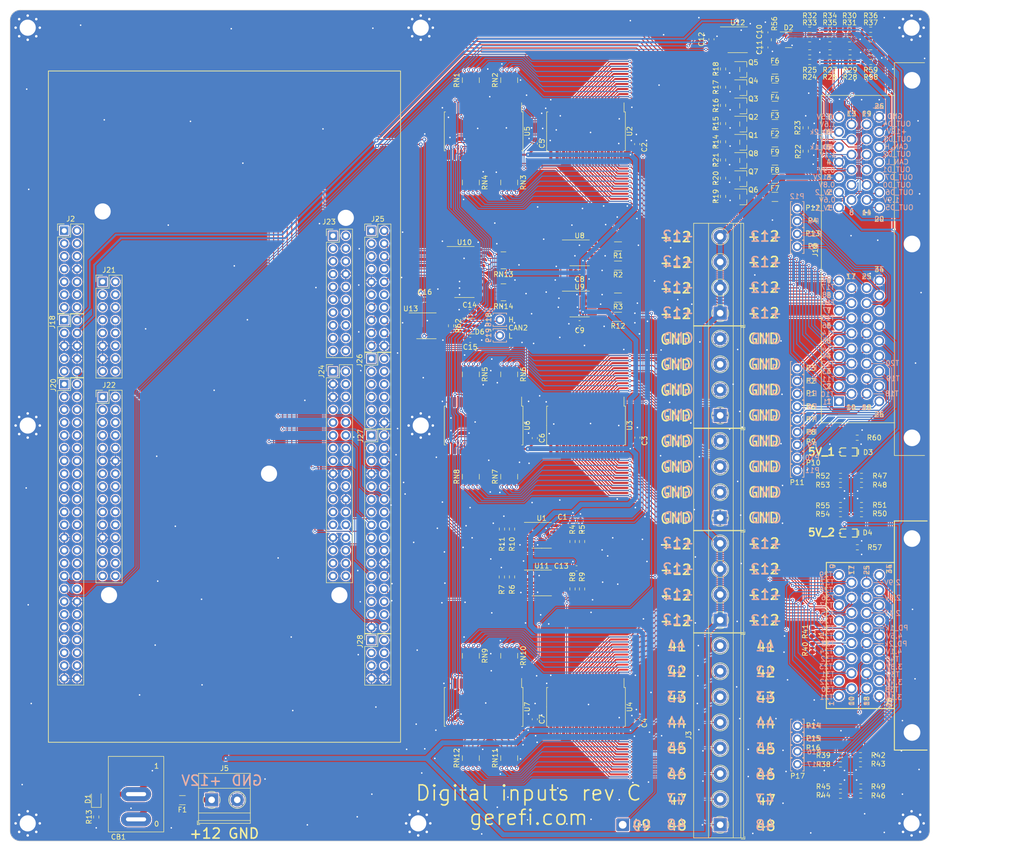
<source format=kicad_pcb>
(kicad_pcb (version 20221018) (generator pcbnew)
  (layers (0 "F.Cu" signal) (31 "B.Cu" signal) (34 "B.Paste" user) (35 "F.Paste" user) (36 "B.SilkS" user "B.Silkscreen") (37 "F.SilkS" user "F.Silkscreen") (38 "B.Mask" user) (39 "F.Mask" user) (44 "Edge.Cuts" user))
  (net 0 "")
  (net 1 "GND")
  (net 2 "+12V")
  (net 3 "Net-(D1-K)")
  (net 4 "Net-(J5-Pin_1)")
  (net 5 "Net-(Q1-D)")
  (net 6 "Net-(Q2-D)")
  (net 7 "/TST16")
  (net 8 "/IN0")
  (net 9 "/TST15")
  (net 10 "/IN1")
  (net 11 "/TST14")
  (net 12 "/IN2")
  (net 13 "/TST13")
  (net 14 "/TST12")
  (net 15 "/TST11")
  (net 16 "Net-(Q3-D)")
  (net 17 "Net-(Q4-D)")
  (net 18 "Net-(Q5-D)")
  (net 19 "Net-(Q6-D)")
  (net 20 "/TST10")
  (net 21 "Net-(Q7-D)")
  (net 22 "Net-(Q8-D)")
  (net 23 "/TST9")
  (net 24 "/TST8")
  (net 25 "/TST7")
  (net 26 "Net-(U5-X)")
  (net 27 "Net-(U8-OUT_A)")
  (net 28 "Net-(U6-X)")
  (net 29 "Net-(U8-OUT_B)")
  (net 30 "Net-(U7-X)")
  (net 31 "Net-(U9-OUT_A)")
  (net 32 "Net-(U1A--)")
  (net 33 "Net-(U1B--)")
  (net 34 "Net-(U9-OUT_B)")
  (net 35 "Net-(RN1-R1.1)")
  (net 36 "Net-(RN1-R2.1)")
  (net 37 "Net-(RN1-R3.1)")
  (net 38 "Net-(RN1-R4.1)")
  (net 39 "Net-(RN2-R1.1)")
  (net 40 "Net-(RN2-R2.1)")
  (net 41 "Net-(RN2-R3.1)")
  (net 42 "Net-(RN2-R4.1)")
  (net 43 "Net-(RN3-R1.1)")
  (net 44 "Net-(RN3-R2.1)")
  (net 45 "Net-(RN3-R3.1)")
  (net 46 "Net-(RN3-R4.1)")
  (net 47 "Net-(RN4-R1.1)")
  (net 48 "/A2")
  (net 49 "/A3")
  (net 50 "/A1")
  (net 51 "/A0")
  (net 52 "Net-(RN4-R2.1)")
  (net 53 "Net-(RN4-R3.1)")
  (net 54 "Net-(RN4-R4.1)")
  (net 55 "/OFF")
  (net 56 "Net-(RN5-R4.2)")
  (net 57 "Net-(RN5-R3.2)")
  (net 58 "Net-(RN5-R2.2)")
  (net 59 "Net-(RN5-R1.2)")
  (net 60 "/OUT0")
  (net 61 "/OUT1")
  (net 62 "Net-(RN6-R4.2)")
  (net 63 "Net-(RN6-R3.2)")
  (net 64 "/OUT2")
  (net 65 "/OUT3")
  (net 66 "Net-(RN6-R2.2)")
  (net 67 "Net-(RN6-R1.2)")
  (net 68 "Net-(RN7-R4.2)")
  (net 69 "Net-(RN7-R3.2)")
  (net 70 "Net-(RN7-R2.2)")
  (net 71 "/ADR0")
  (net 72 "/ADR1")
  (net 73 "/ADR2")
  (net 74 "Net-(RN7-R1.2)")
  (net 75 "Net-(RN8-R4.2)")
  (net 76 "Net-(RN8-R3.2)")
  (net 77 "Net-(RN8-R2.2)")
  (net 78 "Net-(RN8-R1.2)")
  (net 79 "Net-(RN9-R4.2)")
  (net 80 "Net-(RN9-R3.2)")
  (net 81 "Net-(RN9-R2.2)")
  (net 82 "Net-(RN9-R1.2)")
  (net 83 "Net-(RN10-R4.2)")
  (net 84 "Net-(RN10-R3.2)")
  (net 85 "Net-(RN10-R2.2)")
  (net 86 "Net-(RN10-R1.2)")
  (net 87 "Net-(RN11-R4.2)")
  (net 88 "Net-(RN11-R3.2)")
  (net 89 "/CAN_H")
  (net 90 "Net-(RN11-R2.2)")
  (net 91 "/CAN_L")
  (net 92 "Net-(RN11-R1.2)")
  (net 93 "Net-(RN12-R4.2)")
  (net 94 "Net-(RN12-R3.2)")
  (net 95 "Net-(RN12-R2.2)")
  (net 96 "Net-(RN12-R1.2)")
  (net 103 "Net-(U1A-+)")
  (net 111 "/ADR3")
  (net 112 "/MUX_OFF")
  (net 113 "+5V")
  (net 114 "/TST6")
  (net 115 "/TST5")
  (net 116 "/TST4")
  (net 117 "/TST3")
  (net 118 "/TST2")
  (net 119 "/TST1")
  (net 120 "/TST32")
  (net 121 "/TST31")
  (net 122 "/TST30")
  (net 123 "/TST29")
  (net 124 "/TST28")
  (net 125 "/TST27")
  (net 126 "/TST26")
  (net 127 "/TST25")
  (net 128 "/TST24")
  (net 129 "/TST23")
  (net 130 "/TST22")
  (net 131 "/TST21")
  (net 132 "/TST20")
  (net 133 "/TST19")
  (net 134 "/TST18")
  (net 135 "/TST17")
  (net 136 "/TST48")
  (net 137 "/TST47")
  (net 138 "/TST46")
  (net 139 "/TST45")
  (net 140 "/TST44")
  (net 141 "/TST43")
  (net 142 "/TST42")
  (net 143 "/TST41")
  (net 144 "/TST40")
  (net 145 "/TST39")
  (net 146 "/TST38")
  (net 147 "/TST37")
  (net 148 "/TST36")
  (net 149 "/TST35")
  (net 150 "/TST34")
  (net 151 "/TST33")
  (net 152 "/TST49")
  (net 153 "/IN3")
  (net 154 "/CAN_TX")
  (net 155 "/CAN_RX")
  (net 156 "/REF9")
  (net 157 "/REF10")
  (net 158 "/REF11")
  (net 159 "/REF12")
  (net 160 "/REF13")
  (net 161 "/5V_1")
  (net 162 "/5V_2")
  (net 163 "Net-(J19B-5B)")
  (net 164 "Net-(J19B-6B)")
  (net 165 "/REF1")
  (net 166 "/REF2")
  (net 167 "/REF3")
  (net 168 "/REF4")
  (net 169 "/REF5")
  (net 170 "/REF6")
  (net 171 "/REF7")
  (net 172 "/REF8")
  (net 173 "/REF16")
  (net 174 "/REF15")
  (net 175 "/REF14")
  (net 222 "/CAN2_H")
  (net 330 "/CAN2_L")
  (net 354 "/OUT_DIG_0")
  (net 355 "/OUT_DIG_1")
  (net 356 "/OUT_DIG_2")
  (net 357 "/OUT_DIG_3")
  (net 358 "/OUT_DIG_4")
  (net 359 "/OUT_DIG_5")
  (net 360 "/OUT_DIG_6")
  (net 361 "/OUT_DIG_7")
  (net 362 "+3.3V")
  (net 363 "/DIG_0")
  (net 364 "/DIG_5")
  (net 365 "/DIG_7")
  (net 366 "/DIG_3")
  (net 367 "/DIG_6")
  (net 368 "/DIG_4")
  (net 369 "/DIG_1")
  (net 370 "/DIG_2")
  (net 371 "Net-(U11A--)")
  (net 372 "Net-(U11B--)")
  (net 373 "Net-(U1B-+)")
  (net 374 "Net-(U11B-+)")
  (net 375 "Net-(D3-K)")
  (net 376 "Net-(D4-K)")
  (net 390 "Net-(J19A-33A)")
  (net 391 "Net-(J19A-32A)")
  (net 392 "Net-(J19A-31A)")
  (net 393 "Net-(J19A-30A)")
  (net 394 "Net-(J19A-29A)")
  (net 395 "Net-(J19A-28A)")
  (net 396 "Net-(J19A-27A)")
  (net 397 "Net-(J19A-26A)")
  (net 398 "Net-(J19A-25A)")
  (net 399 "Net-(J19A-24A)")
  (net 400 "Net-(J19A-23A)")
  (net 401 "Net-(J19A-22A)")
  (net 402 "Net-(J19A-21A)")
  (net 404 "/CAN2_RX")
  (net 405 "/CAN2_TX")
  (net 406 "Net-(CB1-Pad1)")
  (net 407 "Net-(J1-21A)")
  (net 408 "Net-(J1-22A)")
  (net 409 "Net-(J1-31A)")
  (net 410 "Net-(J1-32A)")
  (net 411 "Net-(J1-33A)")
  (net 412 "Net-(J1-34A)")
  (footprint "MountingHole:MountingHole_3.2mm_M3_Pad_Via" (layer "F.Cu") (at 208 208.5)
    (fp_text reference "J12" hide)
    (fp_text value "Conn_01x01")
  )
  (footprint "Resistor_SMD:R_0603_1608Metric" (layer "F.Cu") (at 291.8 196.8 180)
    (fp_text reference "R38")
    (fp_text value "510")
  )
  (footprint "Fuse:Fuse_1206_3216Metric" (layer "F.Cu") (at 278.8 58.8)
    (fp_text reference "F6")
    (fp_text value "nSMD005")
  )
  (footprint "kicad6-libraries:TE_6437288-3" (layer "F.Cu") (at 291.5 124.7)
    (fp_text reference "J19")
    (fp_text value "6437288-3")
  )
  (footprint "Resistor_SMD:R_0603_1608Metric" (layer "F.Cu") (at 297.825 55.4 180)
    (fp_text reference "R59")
    (fp_text value "100")
  )
  (footprint "Connector_PinHeader_2.54mm:PinHeader_2x10_P2.54mm_Vertical" (layer "F.Cu") (at 191.09 91.816)
    (fp_text reference "J23")
    (fp_text value "Conn_02x10_Odd_Even")
  )
  (footprint "Resistor_SMD:R_0603_1608Metric" (layer "F.Cu") (at 286.225 170.5 90)
    (fp_text reference "R41")
    (fp_text value "2k")
  )
  (footprint "Connector_PinHeader_2.54mm:PinHeader_2x24_P2.54mm_Vertical" (layer "F.Cu") (at 137.75 121.28)
    (fp_text reference "J20")
    (fp_text value "Conn_02x24_Odd_Even")
  )
  (footprint "TerminalBlock_Phoenix:TerminalBlock_Phoenix_MKDS-1,5-4-5.08_1x04_P5.08mm_Horizontal" (layer "F.Cu") (at 267.925 147.82 90)
    (fp_text reference "J6" hide)
    (fp_text value "Conn_01x04" hide)
  )
  (footprint "Capacitor_SMD:C_0603_1608Metric" (layer "F.Cu") (at 218.225 106.995)
    (fp_text reference "C14")
    (fp_text value "47p")
  )
  (footprint "hellen-one-common:SOT-23" (layer "F.Cu") (at 272.4625 66.02857)
    (fp_text reference "Q3")
    (fp_text value "AO3400A")
  )
  (footprint "hellen-one-common:PAD-TH" (layer "F.Cu") (at 224.2 111.6 90)
    (fp_text reference "P19")
    (fp_text value "Pad" hide)
  )
  (footprint "LED_SMD:LED_0805_2012Metric" (layer "F.Cu") (at 144.1 203.6375 90)
    (fp_text reference "D1")
    (fp_text value "LED")
  )
  (footprint "Resistor_SMD:R_0603_1608Metric" (layer "F.Cu") (at 291.8 203 180)
    (fp_text reference "R44")
    (fp_text value "100")
  )
  (footprint "MountingHole:MountingHole_3.2mm_M3" (layer "F.Cu") (at 193.63 88.26)
    (fp_text reference "H2" hide)
    (fp_text value "MountingHole")
  )
  (footprint "Resistor_SMD:R_0603_1608Metric" (layer "F.Cu") (at 289.7 50.9)
    (fp_text reference "R34")
    (fp_text value "470")
  )
  (footprint "lib:RS601HL-1010011BB" (layer "F.Cu") (at 152 207.7)
    (fp_text reference "CB1")
    (fp_text value "CircuitBreaker_1P")
  )
  (footprint "Fuse:Fuse_1206_3216Metric" (layer "F.Cu") (at 278.8 73.25714)
    (fp_text reference "F2")
    (fp_text value "nSMD005")
  )
  (footprint "Capacitor_SMD:C_0603_1608Metric" (layer "F.Cu") (at 266.2 52.8 -90)
    (fp_text reference "C12")
    (fp_text value "100n")
  )
  (footprint "TerminalBlock_Phoenix:TerminalBlock_Phoenix_MKDS-1,5-2-5.08_1x02_P5.08mm_Horizontal" (layer "F.Cu") (at 167.005 203.835)
    (fp_text reference "J5")
    (fp_text value "Conn_01x02")
  )
  (footprint "Resistor_SMD:R_1206_3216Metric" (layer "F.Cu") (at 247.65 93.94 180)
    (fp_text reference "R1")
    (fp_text value "1.2k")
  )
  (footprint "Resistor_SMD:R_Array_Convex_4x0603" (layer "F.Cu") (at 218.44 195.54 90)
    (fp_text reference "RN12")
    (fp_text value "0")
  )
  (footprint "Capacitor_SMD:C_0603_1608Metric" (layer "F.Cu") (at 240.03 99.02 180)
    (fp_text reference "C8")
    (fp_text value "100n")
  )
  (footprint "Resistor_SMD:R_Array_Convex_4x0603" (layer "F.Cu") (at 218.44 175.22 -90)
    (fp_text reference "RN9")
    (fp_text value "0")
  )
  (footprint "hellen-one-common:PAD-TH" (layer "F.Cu") (at 283.21 86.36)
    (fp_text reference "P12")
    (fp_text value "Pad" hide)
  )
  (footprint "hellen-one-common:PAD-TH" (layer "F.Cu") (at 224.2 108.5 90)
    (fp_text reference "P18")
    (fp_text value "Pad" hide)
  )
  (footprint "Capacitor_SMD:C_0603_1608Metric" (layer "F.Cu") (at 209.4 104.5 180)
    (fp_text reference "C16")
    (fp_text value "100n")
  )
  (footprint "hellen-one-common:PAD-TH" (layer "F.Cu") (at 283.21 120.65)
    (fp_text reference "P2")
    (fp_text value "Pad" hide)
  )
  (footprint "Resistor_SMD:R_1206_3216Metric" (layer "F.Cu") (at 247.65 107.91 180)
    (fp_text reference "R12")
    (fp_text value "1.2k")
  )
  (footprint "Package_SO:SOIC-8_3.9x4.9mm_P1.27mm" (layer "F.Cu") (at 209.625 109.695)
    (fp_text reference "U13")
    (fp_text value "TJA1051T-3")
  )
  (footprint "Resistor_SMD:R_0603_1608Metric" (layer "F.Cu") (at 295.975 141.3 180)
    (fp_text reference "R48")
    (fp_text value "910")
  )
  (footprint "Connector_PinHeader_2.54mm:PinHeader_2x15_P2.54mm_Vertical" (layer "F.Cu") (at 145.37 123.82)
    (fp_text reference "J22")
    (fp_text value "Conn_02x15_Odd_Even")
  )
  (footprint "hellen-one-common:PAD-TH" (layer "F.Cu") (at 283.21 130.81)
    (fp_text reference "P8")
    (fp_text value "Pad" hide)
  )
  (footprint "Package_SO:SO-8_3.9x4.9mm_P1.27mm" (layer "F.Cu") (at 232.5 151.3)
    (fp_text reference "U1")
    (fp_text value "OPA2192IDR")
  )
  (footprint "Package_TO_SOT_SMD:SOT-23" (layer "F.Cu") (at 281.5 52.9)
    (fp_text reference "D2")
    (fp_text value "PESD1CAN")
  )
  (footprint "hellen-one-common:PAD-TH" (layer "F.Cu") (at 283.21 135.89)
    (fp_text reference "P10")
    (fp_text value "Pad" hide)
  )
  (footprint "Connector_PinHeader_2.54mm:PinHeader_2x16_P2.54mm_Vertical" (layer "F.Cu") (at 198.71 131.46)
    (fp_text reference "J27")
    (fp_text value "Conn_02x16_Odd_Even")
  )
  (footprint "Package_SO:SO-8_3.9x4.9mm_P1.27mm" (layer "F.Cu") (at 232.52 160.76)
    (fp_text reference "U11")
    (fp_text value "OPA2192IDR")
  )
  (footprint "Fuse:Fuse_1206_3216Metric" (layer "F.Cu") (at 161.2 203.9)
    (fp_text reference "F1")
    (fp_text value "1.8A")
  )
  (footprint "Resistor_SMD:R_0603_1608Metric" (layer "F.Cu") (at 224.62 150.06 -90)
    (fp_text reference "R11")
    (fp_text value "1.5k")
  )
  (footprint "MountingHole:MountingHole_3.2mm_M3" (layer "F.Cu") (at 192.36 163.19)
    (fp_text reference "H5" hide)
    (fp_text value "MountingHole")
  )
  (footprint "Resistor_SMD:R_0603_1608Metric" (layer "F.Cu") (at 285.7 52.8)
    (fp_text reference "R33")
    (fp_text value "330")
  )
  (footprint "Resistor_SMD:R_0603_1608Metric" (layer "F.Cu") (at 295.975 147.1)
    (fp_text reference "R50")
    (fp_text value "330")
  )
  (footprint "hellen-one-common:SOT-23" (layer "F.Cu") (at 272.4625 69.642855)
    (fp_text reference "Q2")
    (fp_text value "AO3400A")
  )
  (footprint "MountingHole:MountingHole_3.2mm_M3_Pad_Via" (layer "F.Cu") (at 208.5 129.5)
    (fp_text reference "J10" hide)
    (fp_text value "Conn_01x01")
  )
  (footprint "Connector_PinHeader_2.54mm:PinHeader_2x08_P2.54mm_Vertical" (layer "F.Cu") (at 145.37 100.96)
    (fp_text reference "J21")
    (fp_text value "Conn_02x08_Odd_Even")
  )
  (footprint "Resistor_SMD:R_0603_1608Metric" (layer "F.Cu") (at 295.775 194.975)
    (fp_text reference "R42")
    (fp_text value "220")
  )
  (footprint "Resistor_SMD:R_0603_1608Metric" (layer "F.Cu") (at 268.5 73.15714 90)
    (fp_text reference "R14")
    (fp_text value "4.7k")
  )
  (footprint "TerminalBlock_Phoenix:TerminalBlock_Phoenix_MKDS-1,5-4-5.08_1x04_P5.08mm_Horizontal" (layer "F.Cu") (at 267.925 127.5 90)
    (fp_text reference "J7" hide)
    (fp_text value "Conn_01x04" hide)
  )
  (footprint "Capacitor_SMD:C_0603_1608Metric" (layer "F.Cu") (at 240.03 109.18 180)
    (fp_text reference "C9")
    (fp_text value "100n")
  )
  (footprint "TerminalBlock_Phoenix:TerminalBlock_Phoenix_MKDS-1,5-4-5.08_1x04_P5.08mm_Horizontal" (layer "F.Cu") (at 267.925 107.18 90)
    (fp_text reference "J8" hide)
    (fp_text value "Conn_01x04" hide)
  )
  (footprint "Resistor_SMD:R_0603_1608Metric" (layer "F.Cu") (at 285.7 55.4)
    (fp_text reference "R25")
    (fp_text value "100")
  )
  (footprint "Capacitor_SMD:C_0603_1608Metric" (layer "F.Cu") (at 251.46 73.62 -90)
    (fp_text reference "C2")
    (fp_text value "100n")
  )
  (footprint "Package_SO:SOIC-8_3.9x4.9mm_P1.27mm" (layer "F.Cu") (at 271.4 52.9)
    (fp_text reference "U12")
    (fp_text value "TJA1051T-3")
  )
  (footprint "TerminalBlock_Phoenix:TerminalBlock_Phoenix_MKDS-1,5-8-5.08_1x08_P5.08mm_Horizontal" (layer "F.Cu") (at 267.925 208.78 90)
    (fp_text reference "J3")
    (fp_text value "Conn_01x08")
  )
  (footprint "Resistor_SMD:R_0603_1608Metric" (layer "F.Cu") (at 240.52 152.535 -90)
    (fp_text reference "R5")
    (fp_text value "1.5k")
  )
  (footprint "Resistor_SMD:R_0603_1608Metric" (layer "F.Cu") (at 286.225 173.7 90)
    (fp_text reference "R40")
    (fp_text value "1k")
  )
  (footprint "MountingHole:MountingHole_3.2mm_M3_Pad_Via" (layer "F.Cu") (at 305.914214 208.5)
    (fp_text reference "J16" hide)
    (fp_text value "Conn_01x01")
  )
  (footprint "Package_SO:SOIC-24W_7.5x15.4mm_P1.27mm" (layer "F.Cu") (at 241.3 71.08 -90)
    (fp_text reference "U2")
    (fp_text value "CD4067BM96")
  )
  (footprint "Resistor_SMD:R_0603_1608Metric" (layer "F.Cu") (at 293.6 50.9 180)
    (fp_text reference "R30")
    (fp_text value "820")
  )
  (footprint "Resistor_SMD:R_0603_1608Metric" (layer "F.Cu") (at 293.7 57.3 180)
    (fp_text reference "R28")
    (fp_text value "470")
  )
  (footprint "Resistor_SMD:R_0603_1608Metric" (layer "F.Cu") (at 291.8 195 180)
    (fp_text reference "R39")
    (fp_text value "820")
  )
  (footprint "Resistor_SMD:R_Array_Convex_4x0603" (layer "F.Cu") (at 226.06 81.24 -90)
    (fp_text reference "RN3")
    (fp_text value "0")
  )
  (footprint "Resistor_SMD:R_0603_1608Metric" (layer "F.Cu") (at 297.8 50.9)
    (fp_text reference "R36")
    (fp_text value "820")
  )
  (footprint "hellen-one-common:PAD-TH" (layer "F.Cu") (at 283.21 91.44)
    (fp_text reference "P13")
    (fp_text value "Pad" hide)
  )
  (footprint "Package_SO:SOIC-24W_7.5x15.4mm_P1.27mm" (layer "F.Cu") (at 241.3 185.38 -90)
    (fp_text reference "U4")
    (fp_text value "CD4067BM96")
  )
  (footprint "Resistor_SMD:R_Array_Convex_4x0603" (layer "F.Cu") (at 226.06 175.22 -90)
    (fp_text reference "RN10")
    (fp_text value "0")
  )
  (footprint "Resistor_SMD:R_0603_1608Metric" (layer "F.Cu") (at 268.5 76.771425 90)
    (fp_text reference "R21")
    (fp_text value "4.7k")
  )
  (footprint "Capacitor_SMD:C_0603_1608Metric" (layer "F.Cu") (at 231.14 187.825 -90)
    (fp_text reference "C7")
    (fp_text value "100n")
  )
  (footprint "hellen-one-common:SOT-23" (layer "F.Cu") (at 272.4625 58.8)
    (fp_text reference "Q5")
    (fp_text value "AO3400A")
  )
  (footprint "hellen-one-common:PAD-TH" (layer "F.Cu") (at 283.21 138.43)
    (fp_text reference "P11")
    (fp_text value "Pad" hide)
  )
  (footprint "Resistor_SMD:R_0603_1608Metric" (layer "F.Cu") (at 297.8 52.8 180)
    (fp_text reference "R37")
    (fp_text value "510")
  )
  (footprint "Fuse:Fuse_1206_3216Metric" (layer "F.Cu") (at 278.8 84.1)
    (fp_text reference "F7")
    (fp_text value "nSMD005")
  )
  (footprint "MountingHole:MountingHole_3.2mm_M3_Pad_Via" (layer "F.Cu") (at 305.914214 50.5)
    (fp_text reference "J11" hide)
    (fp_text value "Conn_01x01")
  )
  (footprint "hellen-one-common:PAD-TH" (layer "F.Cu") (at 283.21 133.35)
    (fp_text reference "P9")
    (fp_text value "Pad" hide)
  )
  (footprint "Capacitor_SMD:C_0603_1608Metric" (layer "F.Cu") (at 276.9 54.425 90)
    (fp_text reference "C11")
    (fp_text value "47p")
  )
  (footprint "Resistor_SMD:R_0603_1608Metric" (layer "F.Cu") (at 268.5 69.542855 90)
    (fp_text reference "R15")
    (fp_text value "4.7k")
  )
  (footprint "Resistor_SMD:R_0603_1608Metric" (layer "F.Cu") (at 144.1 207.2375 90)
    (fp_text reference "R13")
    (fp_text value "13k")
  )
  (footprint "Fuse:Fuse_1206_3216Metric" (layer "F.Cu") (at 278.8 80.48571)
    (fp_text reference "F8")
    (fp_text value "nSMD005")
  )
  (footprint "Resistor_SMD:R_Array_Convex_4x0603" (layer "F.Cu") (at 224.91 96.69 180)
    (fp_text reference "RN13")
    (fp_text value "10k")
  )
  (footprint "Fuse:Fuse_1206_3216Metric" (layer "F.Cu") (at 278.8 62.414285)
    (fp_text reference "F5")
    (fp_text value "nSMD005")
  )
  (footprint "hellen-one-common:SOT-23" (layer "F.Cu") (at 272.4625 73.25714)
    (fp_text reference "Q1")
    (fp_text value "AO3400A")
  )
  (footprint "Resistor_SMD:R_0603_1608Metric" (layer "F.Cu") (at 297.825 57.3)
    (fp_text reference "R58")
    (fp_text value "510")
  )
  (footprint "Resistor_SMD:R_0603_1608Metric" (layer "F.Cu") (at 289.7 52.8 180)
    (fp_text reference "R35")
    (fp_text value "220")
  )
  (footprint "Resistor_SMD:R_0603_1608Metric" (layer "F.Cu") (at 224.6 159.575 -90)
    (fp_text reference "R7")
    (fp_text value "1.5k")
  )
  (footprint "Capacitor_SMD:C_0603_1608Metric" (layer "F.Cu") (at 231.14 132 -90)
    (fp_text reference "C6")
    (fp_text value "100n")
  )
  (footprint "Capacitor_SMD:C_0603_1608Metric" (layer "F.Cu") (at 239.42 148.36 180)
    (fp_text reference "C1")
    (fp_text value "100n")
  )
  (footprint "Resistor_SMD:R_1206_3216Metric" (layer "F.Cu") (at 247.65 104.1 180)
    (fp_text reference "R3")
    (fp_text value "1.2k")
  )
  (footprint "Fuse:Fuse_1206_3216Metric" (layer "F.Cu") (at 278.8 69.642855)
    (fp_text reference "F3")
    (fp_text value "nSMD005")
  )
  (footprint "Resistor_SMD:R_0603_1608Metric" (layer "F.Cu") (at 295.975 145.3 180)
    (fp_text reference "R51")
    (fp_text value "470")
  )
  (footprint "Resistor_SMD:R_0603_1608Metric" (layer "F.Cu") (at 293.6 52.8)
    (fp_text reference "R31")
    (fp_text value "220")
  )
  (footprint "hellen-one-common:PAD-TH" (layer "F.Cu") (at 283.21 123.19)
    (fp_text reference "P1")
    (fp_text value "Pad" hide)
  )
  (footprint "hellen-one-common:PAD-TH" (layer "F.Cu") (at 283.25 191.68)
    (fp_text reference "P15")
    (fp_text value "Pad" hide)
  )
  (footprint "Fuse:Fuse_1206_3216Metric" (layer "F.Cu") (at 278.8 66.02857)
    (fp_text reference "F4")
    (fp_text value "nSMD005")
  )
  (footprint "Resistor_SMD:R_0603_1608Metric" (layer "F.Cu") (at 291.8 139.5 180)
    (fp_text reference "R52")
    (fp_text value "470")
  )
  (footprint "Package_SO:SOIC-24W_7.5x15.4mm_P1.27mm" (layer "F.Cu") (at 220.98 71.08 -90)
    (fp_text reference "U5")
    (fp_text value "CD4067BM96")
  )
  (footprint "Capacitor_SMD:C_0603_1608Metric" (layer "F.Cu") (at 239.42 157.86 180)
    (fp_text reference "C13")
    (fp_text value "100n")
  )
  (footprint "Resistor_SMD:R_0603_1608Metric" (layer "F.Cu") (at 295.15 153.675001 180)
    (fp_text reference "R57")
    (fp_text value "4.7k")
  )
  (footprint "Package_TO_SOT_SMD:SOT-23" (layer "F.Cu") (at 218.525 109.745)
    (fp_text reference "D6")
    (fp_text value "PESD1CAN")
  )
  (footprint "Resistor_SMD:R_1206_3216Metric" (layer "F.Cu") (at 247.65 97.75 180)
    (fp_text reference "R2")
    (fp_text value "1.2k")
  )
  (footprint "Resistor_SMD:R_Array_Convex_4x0603" (layer "F.Cu") (at 226.06 119.34 -90)
    (fp_text reference "RN6")
    (fp_text value "0")
  )
  (footprint "Resistor_SMD:R_Array_Convex_4x0603" (layer "F.Cu") (at 226.06 195.54 90)
    (fp_text reference "RN11")
    (fp_text value "0")
  )
  (footprint "Resistor_SMD:R_0603_1608Metric" (layer "F.Cu") (at 278.6 52.9 -90)
    (fp_text reference "R56")
    (fp_text value "DNP")
  )
  (footprint "Resistor_SMD:R_0603_1608Metric" (layer "F.Cu") (at 214.525 109.695 -90)
    (fp_text reference "R62")
    (fp_text value "DNP")
  )
  (footprint "Package_SO:SOIC-16_3.9x9.9mm_P1.27mm" (layer "F.Cu") (at 217.17 99.02)
    (fp_text reference "U10")
    (fp_text value "ULN2003A")
  )
  (footprint "Resistor_SMD:R_0603_1608Metric" (layer "F.Cu") (at 291.8 145.3)
    (fp_text reference "R55")
    (fp_text value "470")
  )
  (footprint "hellen-one-common:SOT-23" (layer "F.Cu") (at 272.4625 76.871425)
    (fp_text reference "Q8")
    (fp_text value "AO3400A")
  )
  (footprint "hellen-one-common:LED-0603" (layer "F.Cu") (at 293.424999 150.9 180)
    (fp_text reference "D4")
    (fp_text value "LED-RED-0603" hide)
  )
  (footprint "MountingHole:MountingHole_3.2mm_M3_Pad_Via" (layer "F.Cu") (at 130.5 50.5)
    (fp_text reference "J13" hide)
    (fp_text value "Conn_01x01")
  )
  (footprint "Resistor_SMD:R_0603_1608Metric" (layer "F.Cu") (at 238.62 161.96 90)
    (fp_text reference "R8")
    (fp_text value "4.7k")
  )
  (footprint "Connector_PinHeader_2.54mm:PinHeader_2x05_P2.54mm_Vertical" (layer "F.Cu") (at 137.75 108.58)
    (fp_text reference "J18")
    (fp_text value "Conn_02x05_Odd_Even")
  )
  (footprint "Resistor_SMD:R_0603_1608Metric" (layer "F.Cu") (at 295.825 201.2 180)
    (fp_text reference "R49")
    (fp_text value "820")
  )
  (footprint "hellen-one-common:SOT-23" (layer "F.Cu") (at 272.4625 84.1)
    (fp_text reference "Q6")
    (fp_text value "AO3400A")
  )
  (footprint "Resistor_SMD:R_0603_1608Metric" (layer "F.Cu") (at 293.7 55.4)
    (fp_text reference "R29")
    (fp_text value "100")
  )
  (footprint "hellen-one-common:PAD-TH" (layer "F.Cu") (at 283.21 118.11)
    (fp_text reference "P3")
    (fp_text value "Pad" hide)
  )
  (footprint "hellen-one-common:PAD-TH" (layer "F.Cu") (at 283.25 194.22)
    (fp_text reference "P16")
    (fp_text value "Pad" hide)
  )
  (footprint "Resistor_SMD:R_0603_1608Metric" (layer "F.Cu") (at 226.62 159.56 90)
    (fp_text reference "R6")
    (fp_text value "4.7k")
  )
  (footprint "Resistor_SMD:R_0603_1608Metric" (layer "F.Cu") (at 285.7 57.3 180)
    (fp_text reference "R24")
    (fp_text value "820")
  )
  (footprint "Package_SO:SOIC-8_3.9x4.9mm_P1.27mm" (layer "F.Cu") (at 240.03 95.21)
    (fp_text reference "U8")
    (fp_text value "TC4427")
  )
  (footprint "Resistor_SMD:R_0603_1608Metric" (layer "F.Cu") (at 285.7 50.9 180)
    (fp_text reference "R32")
    (fp_text value "820")
  )
  (footprint "Resistor_SMD:R_0603_1608Metric" (layer "F.Cu") (at 284.9 70.375 -90)
    (fp_text reference "R23")
    (fp_text value "2k")
  )
  (footprint "MountingHole:MountingHole_3.2mm_M3_Pad_Via" (layer "F.Cu") (at 208.5 50.5)
    (fp_text reference "J14" hide)
    (fp_text value "Conn_01x01")
  )
  (footprint "Resistor_SMD:R_Array_Convex_4x0603" (layer "F.Cu") (at 226.06 60.92 90)
    (fp_text reference "RN2")
    (fp_text value "0")
  )
  (footprint "Resistor_SMD:R_0603_1608Metric" (layer "F.Cu") (at 268.5 62.314285 90)
    (fp_text reference "R17")
    (fp_text value "4.7k")
  )
  (footprint "Resistor_SMD:R_0603_1608Metric" (layer "F.Cu") (at 238.62 152.535 90)
    (fp_text reference "R4")
    (fp_text value "4.7k")
  )
  (footprint "Resistor_SMD:R_Array_Convex_4x0603" (layer "F.Cu") (at 218.44 139.66 90)
    (fp_text reference "RN8")
    (fp_text value "0")
  )
  (footprint "Resistor_SMD:R_0603_1608Metric" (layer "F.Cu") (at 226.62 150.06 90)
    (fp_text reference "R10")
    (fp_text value "4.7k")
  )
  (footprint "Resistor_SMD:R_0603_1608Metric" (layer "F.Cu") (at 268.5 58.7 90)
    (fp_text reference "R18")
    (fp_text value "4.7k")
  )
  (footprint "Package_SO:SOIC-24W_7.5x15.4mm_P1.27mm" (layer "F.Cu") (at 220.98 129.5 -90)
    (fp_text reference "U6")
    (fp_text value "CD4067BM96")
  )
  (footprint "Connector_PinHeader_2.54mm:PinHeader_2x10_P2.54mm_Vertical" (layer "F.Cu") (at 198.71 90.82)
    (fp_text reference "J25")
    (fp_text value "Conn_02x10_Odd_Even")
  )
  (footprint "hellen-one-common:SOT-23" (layer "F.Cu") (at 272.4625 80.48571)
    (fp_text reference "Q7")
    (fp_text value "AO3400A")
  )
  (footprint "Resistor_SMD:R_0603_1608Metric" (layer "F.Cu") (at 291.8 147.1 180)
    (fp_text reference "R54")
    (fp_text value "470")
  )
  (footprint "Resistor_SMD:R_Array_Convex_4x0603" (layer "F.Cu") (at 226.06 139.66 90)
    (fp_text reference "RN7")
    (fp_text value "0")
  )
  (footprint "Package_SO:SOIC-24W_7.5x15.4mm_P1.27mm" (layer "F.Cu") (at 241.3 129.5 -90)
    (fp_text reference "U3")
    (fp_text value "CD4067BM96")
  )
  (footprint "MountingHole:MountingHole_3.2mm_M3" (layer "F.Cu") (at 178.39 139.06)
    (fp_text reference "H3" hide)
    (fp_text value "MountingHole")
  )
  (footprint "Resistor_SMD:R_0603_1608Metric" (layer "F.Cu") (at 291.8 141.3)
    (fp_text reference "R53")
    (fp_text value "330")
  )
  (footprint "Fuse:Fuse_1206_3216Metric" (layer "F.Cu") (at 278.8 76.871425)
    (fp_text reference "F9")
    (fp_text value "nSMD005")
  )
  (footprint "Resistor_SMD:R_Array_Convex_4x0603" (layer "F.Cu") (at 218.44 119.34 -90)
    (fp_text reference "RN5")
    (fp_text value "0")
  )
  (footprint "hellen-one-common:PAD-TH" (layer "F.Cu") (at 283.25 196.76)
    (fp_text reference "P17")
    (fp_text value "Pad" hide)
  )
  (footprint "Connector_Wire:SolderWire-0.75sqmm_1x01_D1.25mm_OD2.3mm" (layer "F.Cu") (at 248.58 208.78)
    (fp_text reference "J4" hide)
    (fp_text value "Conn_01x01")
  )
  (footprint "Capacitor_SMD:C_0603_1608Metric" (layer "F.Cu") (at 251.46 187.92 -90)
    (fp_text reference "C4")
    (fp_text value "100n")
  )
  (footprint "Resistor_SMD:R_Array_Convex_4x0603" (layer "F.Cu") (at 218.44 81.24 -90)
    (fp_text reference "RN4")
    (fp_text value "0")
  )
  (footprint "Connector_PinHeader_2.54mm:PinHeader_2x04_P2.54mm_Vertical" (layer "F.Cu") (at 198.71 172.1)
    (fp_text reference "J28")
    (fp_text value "Conn_02x04_Odd_Even")
  )
  (footprint "Connector_PinHeader_2.54mm:PinHeader_2x17_P2.54mm_Vertical" (layer "F.Cu") (at 191.09 118.74)
    (fp_text reference "J24")
    (fp_text value "Conn_02x17_Odd_Even")
  )
  (footprint "hellen-one-common:PAD-TH" (layer "F.Cu") (at 283.21 125.73)
    (fp_text reference "P6")
    (fp_text value "Pad" hide)
  )
  (footprint "Connector_PinHeader_2.54mm:PinHeader_2x07_P2.54mm_Vertical" (layer "F.Cu") (at 137.75 90.8)
    (fp_text reference "J2")
    (fp_text value "Conn_02x07_Odd_Even")
  )
  (footprint "Package_SO:SOIC-24W_7.5x15.4mm_P1.27mm" (layer "F.Cu") (at 220.98 185.38 -90)
    (fp_text reference "U7")
    (fp_text value "CD4067BM96")
  )
  (footprint "Capacitor_SMD:C_0603_1608Metric" (layer "F.Cu") (at 276.9 51.425 90)
    (fp_text reference "C10")
    (fp_text value "47p")
  )
  (footprint "MountingHole:MountingHole_3.2mm_M3" (layer "F.Cu") (at 146.64 163.19)
    (fp_text reference "H4" hide)
    (fp_text value "MountingHole")
  )
  (footprint "Capacitor_SMD:C_0603_1608Metric" (layer "F.Cu") (at 231.14 73.525 -90)
    (fp_text reference "C5")
    (fp_text value "100n")
  )
  (footprint "Resistor_SMD:R_0603_1608Metric" (layer "F.Cu") (at 295.775 196.775 180)
    (fp_text reference "R43")
    (fp_text value "470")
  )
  (footprint "hellen-one-common:PAD-TH" (layer "F.Cu") (at 283.25 189.14)
    (fp_text reference "P14")
    (fp_text value "Pad" hide)
  )
  (footprint "MountingHole:MountingHole_3.2mm_M3_Pad_Via" (layer "F.Cu") (at 130.5 208.5)
    (fp_text reference "J17" hide)
    (fp_text value "Conn_01x01")
  )
  (footprint "Resistor_SMD:R_Array_Convex_4x0603" (layer "F.Cu") (at 224.91 103.04 180)
    (fp_text reference "RN14")
    (fp_text value "10k")
  )
  (footprint "Resistor_SMD:R_0603_1608Metric" (layer "F.Cu") (at 291.8 201.2)
    (fp_text reference "R45")
    (fp_text value "330")
  )
  (footprint "Resistor_SMD:R_0603_1608Metric" (layer "F.Cu") (at 295.825 203)
    (fp_text reference "R46")
    (fp_text value "100")
  )
  (footprint "Connector_PinHeader_2.54mm:PinHeader_2x06_P2.54mm_Vertical" (layer "F.Cu") (at 198.71 116.22)
    (fp_text reference "J26")
    (fp_text value "Conn_02x06_Odd_Even")
  )
  (footprint "hellen-one-common:PAD-TH" (layer "F.Cu") (at 283.21 88.9)
    (fp_text reference "P4")
    (fp_text value "Pad" hide)
  )
  (footprint "Package_SO:SOIC-8_3.9x4.9mm_P1.27mm" (layer "F.Cu") (at 240.03 105.37)
    (fp_text reference "U9")
    (fp_text value "TC4427")
  )
  (footprint "MountingHole:MountingHole_3.2mm_M3_Pad_Via" (layer "F.Cu") (at 130.5 129.5)
    (fp_text reference "J15" hide)
    (fp_text value "Conn_01x01")
  )
  (footprint "Resistor_SMD:R_0603_1608Metric" (layer "F.Cu") (at 268.5 84 90)
    (fp_text reference "R19")
    (fp_text value "4.7k")
  )
  (footprint "Capacitor_SMD:C_0603_1608Metric" (layer "F.Cu") (at 218.325 112.495 180)
    (fp_text reference "C15")
    (fp_text value "47p")
  )
  (footprint "hellen-one-common:LED-0603" (layer "F.Cu") (at 293.399998 134.800004 180)
    (fp_text reference "D3")
    (fp_text value "LED-RED-0603" hide)
  )
  (footprint "hellen-one-common:PAD-TH" (layer "F.Cu") (at 283.21 93.98)
    (fp_text reference "P5")
    (fp_text value "Pad" hide)
  )
  (footprint "Resistor_SMD:R_0603_1608Metric" (layer "F.Cu") (at 289.7 55.4 180)
    (fp_text reference "R27")
    (fp_text value "120")
  )
  (footprint "Resistor_SMD:R_0603_1608Metric" (layer "F.Cu") (at 268.5 65.92857 90)
    (fp_text reference "R16")
    (fp_text value "4.7k")
  )
  (footprint "Resistor_SMD:R_0603_1608Metric" (layer "F.Cu") (at 240.52 161.96 -90)
    (fp_text reference "R9")
    (fp_text value "1.5k")
  )
  (footprint "Capacitor_SMD:C_0603_1608Metric" (layer "F.Cu") (at 251.5 131.9 -90)
    (fp_text reference "C3")
    (fp_text value "100n")
  )
  (footprint "Connectors:6437288-2" (layer "F.Cu") (at 306 171.2 90)
    (fp_text reference "J1")
    (fp_text value "6437288-2")
  )
  (footprint "hellen-one-common:PAD-TH" (layer "F.Cu") (at 283.21 128.27)
    (fp_text reference "P7")
    (fp_text value "Pad" hide)
  )
  (footprint "Resistor_SMD:R_0603_1608Metric" (layer "F.Cu") (at 295.975 139.5)
    (fp_text reference "R47")
    (fp_text value "100")
  )
  (footprint "Resistor_SMD:R_0603_1608Metric" (layer "F.Cu") (at 289.7 57.3)
    (fp_text reference "R26")
    (fp_text value "820")
  )
  (footprint "Resistor_SMD:R_0603_1608Metric" (layer "F.Cu") (at 295.124999 131.924999 180)
    (fp_text reference "R60")
    (fp_text value "4.7k")
  )
  (footprint "Resistor_SMD:R_0603_1608Metric" (layer "F.Cu") (at 268.5 80.38571 90)
    (fp_text reference "R20")
    (fp_text value "4.7k")
  )
  (footprint "Resistor_SMD:R_0603_1608Metric" (layer "F.Cu") (at 284.9 75.025 90)
    (fp_text reference "R22")
    (fp_text value "1k")
  )
  (footprint "TerminalBlock_Phoenix:TerminalBlock_Phoenix_MKDS-1,5-4-5.08_1x04_P5.08mm_Horizontal" (layer "F.Cu") (at 267.925 168.14 90)
    (fp_text reference "J9" hide)
    (fp_text value "Conn_01x04" hide)
  )
  (footprint "MountingHole:MountingHole_3.2mm_M3" (layer "F.Cu") (at 145.37 86.99)
    (fp_text reference "H1" hide)
    (fp_text value "MountingHole")
  )
  (footprint "Resistor_SMD:R_Array_Convex_4x0603" (layer "F.Cu") (at 218.44 60.92 90)
    (fp_text reference "RN1")
    (fp_text value "0")
  )
  (footprint "hellen-one-common:SOT-23" (layer "F.Cu") (at 272.4625 62.414285)
    (fp_text reference "Q4")
    (fp_text value "AO3400A")
  )
  (gr_line (start 298.4 160.7) (end 300.3 160.7) (stroke (width 0.15)) (layer "B.SilkS"))
  (gr_line (start 298.4 172.8) (end 300.3 172.8) (stroke (width 0.15)) (layer "B.SilkS"))
  (gr_line (start 298.4 120.2) (end 300.3 120.2) (stroke (width 0.15)) (layer "B.SilkS"))
  (gr_line (start 298.4 166.7) (end 300.3 166.7) (stroke (width 0.15)) (layer "B.SilkS"))
  (gr_line (start 298.3 66.45) (end 300.2 66.45) (stroke (width 0.15)) (layer "B.SilkS"))
  (gr_line (start 298.4 163.7) (end 300.3 163.7) (stroke (width 0.15)) (layer "B.SilkS"))
  (gr_line (start 298.4 117.2) (end 300.3 117.2) (stroke (width 0.15)) (layer "B.SilkS"))
  (gr_line (start 298.4 169.7) (end 300.3 169.7) (stroke (width 0.15)) (layer "B.SilkS"))
  (gr_line (start 298.4 123.2) (end 300.3 123.2) (stroke (width 0.15)) (layer "B.SilkS"))
  (gr_rect (start 134.6 59.1) (end 204.5 192.4) (stroke (width 0.15)) (fill none) (layer "F.SilkS"))
  (gr_arc (start 127 49) (mid 127.585786 47.585786) (end 129 47) (stroke (width 0.1)) (layer "Edge.Cuts"))
  (gr_arc (start 129 212) (mid 127.585786 211.414214) (end 127 210) (stroke (width 0.1)) (layer "Edge.Cuts"))
  (gr_line (start 309.5 49) (end 309.5 210) (stroke (width 0.1)) (layer "Edge.Cuts"))
  (gr_line (start 127 49) (end 127 210) (stroke (width 0.1)) (layer "Edge.Cuts"))
  (gr_line (start 307.5 212) (end 129 212) (stroke (width 0.1)) (layer "Edge.Cuts"))
  (gr_line (start 307.5 47) (end 129 47) (stroke (width 0.1)) (layer "Edge.Cuts"))
  (gr_arc (start 309.5 210) (mid 308.914214 211.414214) (end 307.5 212) (stroke (width 0.1)) (layer "Edge.Cuts"))
  (gr_arc (start 307.5 47) (mid 308.914214 47.585786) (end 309.5 49) (stroke (width 0.1)) (layer "Edge.Cuts"))
  (gr_text "+12" (at 277.03 107.215) (layer "B.SilkS") (effects (font (size 2 2) (thickness 0.3)) (justify mirror)))
  (gr_text "4.5V" (at 302.5 171.3) (layer "B.SilkS") (effects (font (size 1 1)) (justify mirror)))
  (gr_text "1.4V" (at 289.3 72.7) (layer "B.SilkS") (effects (font (size 1 1)) (justify mirror)))
  (gr_text "T34" (at 289.3 169.775) (layer "B.SilkS") (effects (font (size 1 1)) (justify mirror)))
  (gr_text "PD_1k" (at 303 169.7) (layer "B.SilkS") (effects (font (size 1 1)) (justify mirror)))
  (gr_text "+12" (at 259.625 157.9) (layer "B.SilkS") (effects (font (size 2 2) (thickness 0.3)) (justify mirror)))
  (gr_text "GND" (at 277.055 142.795) (layer "B.SilkS") (effects (font (size 2 2) (thickness 0.3)) (justify mirror)))
  (gr_text "GND" (at 277.03 122.455) (layer "B.SilkS") (effects (font (size 2 2) (thickness 0.3)) (justify mirror)))
  (gr_text "T31" (at 289.3 178.9) (layer "B.SilkS") (effects (font (size 1 1)) (justify mirror)))
  (gr_text "T36" (at 289.3 163.675) (layer "B.SilkS") (effects (font (size 1 1)) (justify mirror)))
  (gr_text "GND" (at 259.6 122.32) (layer "B.SilkS") (effects (font (size 2 2) (thickness 0.3)) (justify mirror)))
  (gr_text "+12V" (at 165 200) (layer "B.SilkS") (effects (font (size 2 2) (thickness 0.3)) (justify mirror)))
  (gr_text "T8" (at 289 103.55) (layer "B.SilkS") (effects (font (size 1 1)) (justify mirror)))
  (gr_text "+12" (at 259.6 96.92) (layer "B.SilkS") (effects (font (size 2 2) (thickness 0.3)) (justify mirror)))
  (gr_text "T37" (at 289.2 160.625) (layer "B.SilkS") (effects (font (size 1 1)) (justify mirror)))
  (gr_text "GND" (at 174 200) (layer "B.SilkS") (effects (font (size 2 2) (thickness 0.3)) (justify mirror)))
  (gr_text "+12" (at 277.03 97.055) (layer "B.SilkS") (effects (font (size 2 2) (thickness 0.3)) (justify mirror)))
  (gr_text "+12" (at 277.055 158.035) (layer "B.SilkS") (effects (font (size 2 2) (thickness 0.3)) (justify mirror)))
  (gr_text "T23" (at 288.9 177.375) (layer "B.SilkS") (effects (font (size 1 1)) (justify mirror)))
  (gr_text "42" (at 259.2 178.3) (layer "B.SilkS") (effects (font (size 2 2) (thickness 0.3)) (justify mirror)))
  (gr_text "2.1V" (at 302.1 166.775) (layer "B.SilkS") (effects (font (size 1 1)) (justify mirror)))
  (gr_text "GND" (at 259.625 142.66) (layer "B.SilkS") (effects (font (size 2 2) (thickness 0.3)) (justify mirror)))
  (gr_text "+12" (at 277.03 91.975) (layer "B.SilkS") (effects (font (size 2 2) (thickness 0.3)) (justify mirror)))
  (gr_text "T15" (at 289.3 108.125) (layer "B.SilkS") (effects (font (size 1 1)) (justify mirror)))
  (gr_text "OUT_D6" (at 303.5 83.2) (layer "B.SilkS") (effects (font (size 1 1)) (justify mirror)))
  (gr_text "46" (at 276.8 198.72) (layer "B.SilkS") (effects (font (size 2 2) (thickness 0.3)) (justify mirror)))
  (gr_text "GND" (at 259.625 137.58) (layer "B.SilkS") (effects (font (size 2 2) (thickness 0.3)) (justify mirror)))
  (gr_text "GND" (at 259.6 127.4) (layer "B.SilkS") (effects (font (size 2 2) (thickness 0.3)) (justify mirror)))
  (gr_text "+12" (at 277.055 152.955) (layer "B.SilkS") (effects (font (size 2 2) (thickness 0.3)) (justify mirror)))
  (gr_text "T35" (at 289.2 166.725) (layer "B.SilkS") (effects (font (size 1 1)) (justify mirror)))
  (gr_text "T25" (at 289 171.3) (layer "B.SilkS") (effects (font (size 1 1)) (justify mirror)))
  (gr_text "47" (at 276.8 203.8) (layer "B.SilkS") (effects (font (size 2 2) (thickness 0.3)) (justify mirror)))
  (gr_text "T6" (at 289 109.65) (layer "B.SilkS") (effects (font (size 1 1)) (justify mirror)))
  (gr_text "+12" (at 259.6 91.84) (layer "B.SilkS") (effects (font (size 2 2) (thickness 0.3)) (justify mirror)))
  (gr_text "+12" (at 277.055 163.115) (layer "B.SilkS") (effects (font (size 2 2) (thickness 0.3)) (justify mirror)))
  (gr_text "T20" (at 302.1 117.125) (layer "B.SilkS") (effects (font (size 1 1)) (justify mirror)))
  (gr_text "T12" (at 289.3 117.25) (layer "B.SilkS") (effects (font (size 1 1)) (justify mirror)))
  (gr_text "T24" (at 289 174.325) (layer "B.SilkS") (effects (font (size 1 1)) (justify mirror)))
  (gr_text "49" (at 252.4 209) (layer "B.SilkS") (effects (font (size 2 2) (thickness 0.3)) (justify mirror)))
  (gr_text "GND" (at 302.6 68.1) (layer "B.SilkS") (effects (font (size 1 1)) (justify mirror)))
  (gr_text "47" (at 259.175 203.72) (layer "B.SilkS") (effects (font (size 2 2) (thickness 0.3)) (justify mirror)))
  (gr_text "2.5V" (at 302.2 163.725) (layer "B.SilkS") (effects (font (size 1 1)) (justify mirror)))
  (gr_text "5V_2" (at 288.5 83.2) (layer "B.SilkS") (effects (font (size 1 1)) (justify mirror)))
  (gr_text "T19" (at 302.2 120.175) (layer "B.SilkS") (effects (font (size 1 1)) (justify mirror)))
  (gr_text "OUT_D2" (at 303 75.6) (layer "B.SilkS") (effects (font (size 1 1)) (justify mirror)))
  (gr_text "OUT_D1" (at 302.9 78.675) (layer "B.SilkS") (effects (font (size 1 1)) (justify mirror)))
  (gr_text "3.1V" (at 302.4 183.475) (layer "B.SilkS") (effects (font (size 1 1)) (justify mirror)))
  (gr_text "+12" (at 259.625 168.06) (layer "B.SilkS") (effects (font (size 2 2) (thickness 0.3)) (justify mirror)))
  (gr_text "T3" (at 289 118.775) (layer "B.SilkS") (effects (font (size 1 1)) (justify mirror)))
  (gr_text "4.1V" (at 302.4 174.375) (layer "B.SilkS") (effects (font (size 1 1)) (justify mirror)))
  (gr_text "3.8V" (at 302.5 177.425) (layer "B.SilkS") (effects (font (size 1 1)) (justify mirror)))
  (gr_text "+12V" (at 288.4 80.15) (layer "B.SilkS") (effects (font (size 1 1)) (justify mirror)))
  (gr_text "OUT_D0" (at 303 81.725) (layer "B.SilkS") (effects (font (size 1 1)) (justify mirror)))
  (gr_text "T27" (at 289 165.2) (layer "B.SilkS") (effects (font (size 1 1)) (justify mirror)))
  (gr_text "T9" (at 289 100.5) (layer "B.SilkS") (effects (font (size 1 1)) (justify mirror)))
  (gr_text "T18" (at 302 123.175) (layer "B.SilkS") (effects (font (size 1 1)) (justify mirror)))
  (gr_text "41" (at 259.2 173.22) (layer "B.SilkS") (effects (font (size 2 2) (thickness 0.3)) (justify mirror)))
  (gr_text "48" (at 276.8 208.88) (layer "B.SilkS") (effects (font (size 2 2) (thickness 0.3)) (justify mirror)))
  (gr_text "T7" (at 289.1 106.6) (layer "B.SilkS") (effects (font (size 1 1)) (justify mirror)))
  (gr_text "OUT_D3" (at 303.1 72.6) (layer "B.SilkS") (effects (font (size 1 1)) (justify mirror)))
  (gr_text "T10" (at 289.2 123.3) (layer "B.SilkS") (effects (font (size 1 1)) (justify mirror)))
  (gr_text "GND" (at 277.03 127.535) (layer "B.SilkS") (effects (font (size 2 2) (thickness 0.3)) (justify mirror)))
  (gr_text "PD_1k" (at 288 74.2) (layer "B.SilkS") (effects (font (size 1 1)) (justify mirror)))
  (gr_text "1.6V" (at 289.3 69.7) (layer "B.SilkS") (effects (font (size 1 1)) (justify mirror)))
  (gr_text "T33" (at 289.3 172.8) (layer "B.SilkS") (effects (font (size 1 1)) (justify mirror)))
  (gr_text "45" (at 259.175 193.56) (layer "B.SilkS") (effects (font (size 2 2) (thickness 0.3)) (justify mirror)))
  (gr_text "42" (at 276.825 178.38) (layer "B.SilkS") (effects (font (size 2 2) (thickness 0.3)) (justify mirror)))
  (gr_text "T14" (at 289.4 111.175) (layer "B.SilkS") (effects (font (size 1 1)) (justify mirror)))
  (gr_text "GND" (at 259.625 132.5) (layer "B.SilkS") (effects (font (size 2 2) (thickness 0.3)) (justify mirror)))
  (gr_text "T38" (at 302 181.95) (layer "B.SilkS") (effects (font (size 1 1)) (justify mirror)))
  (gr_text "T17" (at 289.3 102.025) (layer "B.SilkS") (effects (font (size 1 1)) (justify mirror)))
  (gr_text "0.6V" (at 289.2 84.7) (layer "B.SilkS") (effects (font (size 1 1)) (justify mirror)))
  (gr_text "+12" (at 259.625 152.82) (layer "B.SilkS") (effects (font (size 2 2) (thickness 0.3)) (justify mirror)))
  (gr_text "T21" (at 289 183.425) (layer "B.SilkS") (effects (font (size 1 1)) (justify mirror)))
  (gr_text "46" (at 259.175 198.64) (layer "B.SilkS") (effects (font (size 2 2) (thickness 0.3)) (justify mirror)))
  (gr_text "+12V" (at 303 71.1) (layer "B.SilkS") (effects (font (size 1 1)) (justify mirror)))
  (gr_text "T11" (at 289.4 120.3) (layer "B.SilkS") (effects (font (size 1 1)) (justify mirror)))
  (gr_text "+12" (at 277.03 102.135) (layer "B.SilkS") (effects (font (size 2 2) (thickness 0.3)) (justify mirror)))
  (gr_text "43" (at 259.2 183.38) (layer "B.SilkS") (effects (font (size 2 2) (thickness 0.3)) (justify mirror)))
  (gr_text "CAN_H" (at 302.9 74.125) (layer "B.SilkS") (effects (font (size 1 1)) (justify mirror)))
  (gr_text "44" (at 276.825 188.54) (layer "B.SilkS") (effects (font (size 2 2) (thickness 0.3)) (justify mirror)))
  (gr_text "T26" (at 288.9 168.25) (layer "B.SilkS") (effects (font (size 1 1)) (justify mirror)))
  (gr_text "T39" (at 302.2 178.95) (layer "B.SilkS") (effects (font (size 1 1)) (justify mirror)))
  (gr_text "44" (at 259.2 188.46) (layer "B.SilkS") (effects (font (size 2 2) (thickness 0.3)) (justify mirror)))
  (gr_text "0.8V" (at 289.1 81.7) (layer "B.SilkS") (effects (font (size 1 1)) (justify mirror)))
  (gr_text "T14" (at 289.4 114.2) (layer "B.SilkS") (effects (font (size 1 1)) (justify mirror)))
  (gr_text "GND" (at 277.055 137.715) (layer "B.SilkS") (effects (font (size 2 2) (thickness 0.3)) (justify mirror)))
  (gr_text "GND" (at 259.6 112.16) (layer "B.SilkS") (effects (font (size 2 2) (thickness 0.3)) (justify mirror)))
  (gr_text "3.4V" (at 302.5 180.475) (layer "B.SilkS") (effects (font (size 1 1)) (justify mirror)))
  (gr_text "48" (at 259.175 208.8) (layer "B.SilkS") (effects (font (size 2 2) (thickness 0.3)) (justify mirror)))
  (gr_text "GND" (at 277.03 112.295) (layer "B.SilkS") (effects (font (size 2 2) (thickness 0.3)) (justify mirror)))
  (gr_text "0.9V" (at 289.1 78.8) (layer "B.SilkS") (effects (font (size 1 1)) (justify mirror)))
  (gr_text "T4" (at 289.1 115.725) (layer "B.SilkS") (effects (font (size 1 1)) (justify mirror)))
  (gr_text "T32" (at 289.2 175.85) (layer "B.SilkS") (effects (font (size 1 1)) (justify mirror)))
  (gr_text "T40" (at 302.1 175.9) (layer "B.SilkS") (effects (font (size 1 1)) (justify mirror)))
  (gr_text "T29" (at 288.9 159.1) (layer "B.SilkS") (effects (font (size 1 1)) (justify mirror)))
  (gr_text "T2" (at 289.1 121.825) (layer "B.SilkS") (effects (font (size 1 1)) (justify mirror)))
  (gr_text "PD_2k" (at 288 71.2) (layer "B.SilkS") (effects (font (size 1 1)) (justify mirror)))
  (gr_text "5V_1" (at 288.5 86.3) (layer "B.SilkS") (effects (font (size 1 1)) (justify mirror)))
  (gr_text "45" (at 276.8 193.64) (layer "B.SilkS") (effects (font (size 2 2) (thickness 0.3)) (justify mirror)))
  (gr_text "T28" (at 288.9 162.15) (layer "B.SilkS") (effects (font (size 1 1)) (justify mirror)))
  (gr_text "PD_2k" (at 302.8 172.85) (layer "B.SilkS") (effects (font (size 1 1)) (justify mirror)))
  (gr_text "OUT_D5" (at 303.5 86.2) (layer "B.SilkS") (effects (font (size 1 1)) (justify mirror)))
  (gr_text "T22" (at 289 180.425) (layer "B.SilkS") (effects (font (size 1 1)) (justify mirror)))
  (gr_text "OUT_D4" (at 303 69.6) (layer "B.SilkS") (effects (font (size 1 1)) (justify mirror)))
  (gr_text "GND" (at 277.03 117.375) (layer "B.SilkS") (effects (font (size 2 2) (thickness 0.3)) (justify mirror)))
  (gr_text "+12" (at 259.6 102) (layer "B.SilkS") (effects (font (size 2 2) (thickness 0.3)) (justify mirror)))
  (gr_text "41" (at 276.825 173.3) (layer "B.SilkS") (effects (font (size 2 2) (thickness 0.3)) (justify mirror)))
  (gr_text "+12" (at 277.055 168.195) (layer "B.SilkS") (effects (font (size 2 2) (thickness 0.3)) (justify mirror)))
  (gr_text "T1" (at 289.1 124.825) (layer "B.SilkS") (effects (font (size 1 1)) (justify mirror)))
  (gr_text "OUT_D7" (at 303.4 80.2) (layer "B.SilkS") (effects (font (size 1 1)) (justify mirror)))
  (gr_text "1.1V" (at 289.3 75.7) (layer "B.SilkS") (effects (font (size 1 1)) (justify mirror)))
  (gr_text "43" (at 276.825 183.46) (layer "B.SilkS") (effects (font (size 2 2) (thickness 0.3)) (justify mirror)))
  (gr_text "+12" (at 259.6 107.08) (layer "B.SilkS") (effects (font (size 2 2) (thickness 0.3)) (justify mirror)))
  (gr_text "+12" (at 259.625 162.98) (layer "B.SilkS") (effects (font (size 2 2) (thickness 0.3)) (justify mirror)))
  (gr_text "GND" (at 277.055 132.635) (layer "B.SilkS") (effects (font (size 2 2) (thickness 0.3)) (justify mirror)))
  (gr_text "T16" (at 289.4 105.075) (layer "B.SilkS") (effects (font (size 1 1)) (justify mirror)))
  (gr_text "CAN_L" (at 303.1 77.15) (layer "B.SilkS") (effects (font (size 1 1)) (justify mirror)))
  (gr_text "T30" (at 289.3 181.9) (layer "B.SilkS") (effects (font (size 1 1)) (justify mirror)))
  (gr_text "GND" (at 259.625 147.74) (layer "B.SilkS") (effects (font (size 2 2) (thickness 0.3)) (justify mirror)))
  (gr_text "1.9V" (at 301.9 84.725) (layer "B.SilkS") (effects (font (size 1 1)) (justify mirror)))
  (gr_text "2.9V" (at 302.1 160.675) (layer "B.SilkS") (effects (font (size 1 1)) (justify mirror)))
  (gr_text "T5" (at 289.1 112.7) (layer "B.SilkS") (effects (font (size 1 1)) (justify mirror)))
  (gr_text "0.5V" (at 288.7 68.2) (layer "B.SilkS") (effects (font (size 1 1)) (justify mirror)))
  (gr_text "GND" (at 277.055 147.875) (layer "B.SilkS") (effects (font (size 2 2) (thickness 0.3)) (justify mirror)))
  (gr_text "GND" (at 259.6 117.24) (layer "B.SilkS") (effects (font (size 2 2) (thickness 0.3)) (justify mirror)))
  (gr_text "GND" (at 276.51 112.26) (layer "F.SilkS") (effects (font (size 2 2) (thickness 0.3))))
  (gr_text "+12" (at 276.535 163.08) (layer "F.SilkS") (effects (font (size 2 2) (thickness 0.3))))
  (gr_text "+12" (at 165.74 210.515) (layer "F.SilkS") (effects (font (size 2 2) (thickness 0.3))))
  (gr_text "41" (at 277 173.4) (layer "F.SilkS") (effects (font (size 2 2) (thickness 0.3))))
  (gr_text "GND" (at 259.105 147.975) (layer "F.SilkS") (effects (font (size 2 2) (thickness 0.3))))
  (gr_text "5V_1" (at 285.2 135.6) (layer "F.SilkS") (effects (font (size 1.5 1.5) (thickness 0.3) bold) (justify left bottom)))
  (gr_text "46" (at 277.025 198.82) (layer "F.SilkS") (effects (font (size 2 2) (thickness 0.3))))
  (gr_text "GND" (at 259.105 132.735) (layer "F.SilkS") (effects (font (size 2 2) (thickness 0.3))))
  (gr_text "5V_2" (at 285.2 151.6) (layer "F.SilkS") (effects (font (size 1.5 1.5) (thickness 0.3) bold) (justify left bottom)))
  (gr_text "+12" (at 276.535 168.16) (layer "F.SilkS") (effects (font (size 2 2) (thickness 0.3))))
  (gr_text "GND" (at 276.51 117.34) (layer "F.SilkS") (effects (font (size 2 2) (thickness 0.3))))
  (gr_text "+12" (at 259.08 92.075) (layer "F.SilkS") (effects (font (size 2 2) (thickness 0.3))))
  (gr_text "GND" (at 276.535 147.84) (layer "F.SilkS") (effects (font (size 2 2) (thickness 0.3))))
  (gr_text "43" (at 277 183.56) (layer "F.SilkS") (effects (font (size 2 2) (thickness 0.3))))
  (gr_text "GND" (at 259.08 117.475) (layer "F.SilkS") (effects (font (size 2 2) (thickness 0.3))))
  (gr_text "41" (at 259.375 173.32) (layer "F.SilkS") (effects (font (size 2 2) (thickness 0.3))))
  (gr_text "GND" (at 276.535 137.68) (layer "F.SilkS") (effects (font (size 2 2) (thickness 0.3))))
  (gr_text "GND" (at 173.36 210.515) (layer "F.SilkS") (effects (font (size 2 2) (thickness 0.3))))
  (gr_text "+12" (at 276.535 158) (layer "F.SilkS") (effects (font (size 2 2) (thickness 0.3))))
  (gr_text "44" (at 259.375 188.56) (layer "F.SilkS") (effects (font (size 2 2) (thickness 0.3))))
  (gr_text "47" (at 277.025 203.9) (layer "F.SilkS") (effects (font (size 2 2) (thickness 0.3))))
  (gr_text "GND" (at 276.535 132.6) (layer "F.SilkS") (effects (font (size 2 2) (thickness 0.3))))
  (gr_text "GND" (at 259.08 112.395) (layer "F.SilkS") (effects (font (size 2 2) (thickness 0.3))))
  (gr_text "GND" (at 259.08 122.555) (layer "F.SilkS") (effects (font (size 2 2) (thickness 0.3))))
  (gr_text "43" (at 259.375 183.48) (layer "F.SilkS") (effects (font (size 2 2) (thickness 0.3))))
  (gr_text "+12" (at 276.51 97.02) (layer "F.SilkS") (effects (font (size 2 2) (thickness 0.3))))
  (gr_text "GND" (at 276.51 122.42) (layer "F.SilkS") (effects (font (size 2 2) (thickness 0.3))))
  (gr_text "+12" (at 259.105 153.055) (layer "F.SilkS") (effects (font (size 2 2) (thickness 0.3))))
  (gr_text "48" (at 277.025 208.98) (layer "F.SilkS") (effects (font (size 2 2) (thickness 0.3))))
  (gr_text "47" (at 259.4 203.82) (layer "F.SilkS") (effects (font (size 2 2) (thickness 0.3))))
  (gr_text "Digital inputs rev С\ngerefi.com" (at 229.9 204.9) (layer "F.SilkS") (effects (font (size 3 3) (thickness 0.3))))
  (gr_text "+12" (at 276.51 107.18) (layer "F.SilkS") (effects (font (size 2 2) (thickness 0.3))))
  (gr_text "+12" (at 259.105 168.295) (layer "F.SilkS") (effects (font (size 2 2) (thickness 0.3))))
  (gr_text "46" (at 259.4 198.74) (layer "F.SilkS") (effects (font (size 2 2) (thickness 0.3))))
  (gr_text "+12" (at 276.51 102.1) (layer "F.SilkS") (effects (font (size 2 2) (thickness 0.3))))
  (gr_text "GND" (at 259.105 137.815) (layer "F.SilkS") (effects (font (size 2 2) (thickness 0.3))))
  (gr_text "GND" (at 276.535 142.76) (layer "F.SilkS") (effects (font (size 2 2) (thickness 0.3))))
  (gr_text "+12" (at 276.51 91.94) (layer "F.SilkS") (effects (font (size 2 2) (thickness 0.3))))
  (gr_text "42" (at 259.375 178.4) (layer "F.SilkS") (effects (font (size 2 2) (thickness 0.3))))
  (gr_text "+12" (at 259.105 158.135) (layer "F.SilkS") (effects (font (size 2 2) (thickness 0.3))))
  (gr_text "45" (at 277.025 193.74) (layer "F.SilkS") (effects (font (size 2 2) (thickness 0.3))))
  (gr_text "+12" (at 276.535 152.92) (layer "F.SilkS") (effects (font (size 2 2) (thickness 0.3))))
  (gr_text "+12" (at 259.08 97.155) (layer "F.SilkS") (effects (font (size 2 2) (thickness 0.3))))
  (gr_text "GND" (at 276.51 127.5) (layer "F.SilkS") (effects (font (size 2 2) (thickness 0.3))))
  (gr_text "42" (at 277 178.48) (layer "F.SilkS") (effects (font (size 2 2) (thickness 0.3))))
  (gr_text "+12" (at 259.105 163.215) (layer "F.SilkS") (effects (font (size 2 2) (thickness 0.3))))
  (gr_text "49" (at 252.3 208.9) (layer "F.SilkS") (effects (font (size 2 2) (thickness 0.3))))
  (gr_text "45" (at 259.4 193.66) (layer "F.SilkS") (effects (font (size 2 2) (thickness 0.3))))
  (gr_text "48" (at 259.4 208.9) (layer "F.SilkS") (effects (font (size 2 2) (thickness 0.3))))
  (gr_text "GND" (at 259.105 142.895) (layer "F.SilkS") (effects (font (size 2 2) (thickness 0.3))))
  (gr_text "GND" (at 259.08 127.635) (layer "F.SilkS") (effects (font (size 2 2) (thickness 0.3))))
  (gr_text "+12" (at 259.08 107.315) (layer "F.SilkS") (effects (font (size 2 2) (thickness 0.3))))
  (gr_text "44" (at 277 188.64) (layer "F.SilkS") (effects (font (size 2 2) (thickness 0.3))))
  (gr_text "H\nCAN2\nL" (at 225.8 110.1) (layer "F.SilkS") (effects (font (size 1 1)) (justify left)))
  (gr_text "+12" (at 259.08 102.235) (layer "F.SilkS") (effects (font (size 2 2) (thickness 0.3))))
  (via (at 231.2 184.7) (size 0.6) (drill 0.3) (layers "F.Cu" "B.Cu") (net 1))
  (via (at 205.7 193.8) (size 0.6) (drill 0.3) (layers "F.Cu" "B.Cu") (net 1))
  (via (at 269.8 59.5) (size 0.6) (drill 0.3) (layers "F.Cu" "B.Cu") (net 1))
  (via (at 248.8 114.4) (size 0.6) (drill 0.3) (layers "F.Cu" "B.Cu") (net 1))
  (via (at 295.8 55.4) (size 0.6) (drill 0.3) (layers "F.Cu" "B.Cu") (net 1))
  (via (at 236.1 112) (size 0.6) (drill 0.3) (layers "F.Cu" "B.Cu") (net 1))
  (via (at 225.5 70.4) (size 0.6) (drill 0.3) (layers "F.Cu" "B.Cu") (net 1))
  (via (at 211.5 190) (size 0.6) (drill 0.3) (layers "F.Cu" "B.Cu") (net 1))
  (via (at 266.6 77.6) (size 0.6) (drill 0.3) (layers "F.Cu" "B.Cu") (net 1))
  (via (at 244.6 160.6) (size 0.6) (drill 0.3) (layers "F.Cu" "B.Cu") (net 1))
  (via (at 267 70.4) (size 0.6) (drill 0.3) (layers "F.Cu" "B.Cu") (net 1))
  (via (at 271.2 181.4) (size 0.6) (drill 0.3) (layers "F.Cu" "B.Cu") (net 1))
  (via (at 216.1 193.8) (size 0.6) (drill 0.3) (layers "F.Cu" "B.Cu") (net 1))
  (via (at 207.8 174.1) (size 0.6) (drill 0.3) (layers "F.Cu" "B.Cu") (net 1))
  (via (at 280 112.7) (size 0.6) (drill 0.3) (layers "F.Cu" "B.Cu") (net 1))
  (via (at 275.4 55.6) (size 0.6) (drill 0.3) (layers "F.Cu" "B.Cu") (net 1))
  (via (at 278.3 55.2) (size 0.6) (drill 0.3) (layers "F.Cu" "B.Cu") (net 1))
  (via (at 288.6 198) (size 0.6) (drill 0.3) (layers "F.Cu" "B.Cu") (net 1))
  (via (at 233.4 124.8) (size 0.6) (drill 0.3) (layers "F.Cu" "B.Cu") (net 1))
  (via (at 296 152.4) (size 0.6) (drill 0.3) (layers "F.Cu" "B.Cu") (net 1))
  (via (at 232.9 92.5) (size 0.6) (drill 0.3) (layers "F.Cu" "B.Cu") (net 1))
  (via (at 251.3 185.9) (size 0.6) (drill 0.3) (layers "F.Cu" "B.Cu") (net 1))
  (via (at 231.5 179.2) (size 0.6) (drill 0.3) (layers "F.Cu" "B.Cu") (net 1))
  (via (at 216.9 153.7) (size 0.6) (drill 0.3) (layers "F.Cu" "B.Cu") (net 1))
  (via (at 263 168.7) (size 0.6) (drill 0.3) (layers "F.Cu" "B.Cu") (net 1))
  (via (at 232.5 67.5) (size 0.6) (drill 0.3) (layers "F.Cu" "B.Cu") (net 1))
  (via (at 295.9 133.2) (size 0.6) (drill 0.3) (layers "F.Cu" "B.Cu") (net 1))
  (via (at 267.3 52.2) (size 0.6) (drill 0.3) (layers "F.Cu" "B.Cu") (net 1))
  (via (at 300.5 210.3) (size 0.6) (drill 0.3) (layers "F.Cu" "B.Cu") (net 1))
  (via (at 153.9 110.3) (size 0.6) (drill 0.3) (layers "F.Cu" "B.Cu") (net 1))
  (via (at 222.4 118.6) (size 0.6) (drill 0.3) (layers "F.Cu" "B.Cu") (net 1))
  (via (at 235.4 97.9) (size 0.6) (drill 0.3) (layers "F.Cu" "B.Cu") (net 1))
  (via (at 262.1 129) (size 0.6) (drill 0.3) (layers "F.Cu" "B.Cu") (net 1))
  (via (at 231.6 192.4) (size 0.6) (drill 0.3) (layers "F.Cu" "B.Cu") (net 1))
  (via (at 229.4 128.9) (size 0.6) (drill 0.3) (layers "F.Cu" "B.Cu") (net 1))
  (via (at 292.6 144) (size 0.6) (drill 0.3) (layers "F.Cu" "B.Cu") (net 1))
  (via (at 227.1 109.1) (size 0.6) (drill 0.3) (layers "F.Cu" "B.Cu") (net 1))
  (via (at 252.5 152.1) (size 0.6) (drill 0.3) (layers "F.Cu" "B.Cu") (net 1))
  (via (at 251.1 179.1) (size 0.6) (drill 0.3) (layers "F.Cu" "B.Cu") (net 1))
  (via (at 209.3 193.7) (size 0.6) (drill 0.3) (layers "F.Cu" "B.Cu") (net 1))
  (via (at 232.2 72.6) (size 0.6) (drill 0.3) (layers "F.Cu" "B.Cu") (net 1))
  (via (at 253.4 114.5) (size 0.6) (drill 0.3) (layers "F.Cu" "B.Cu") (net 1))
  (via (at 264.8 52) (size 0.6) (drill 0.3) (layers "F.Cu" "B.Cu") (net 1))
  (via (at 286.6 184) (size 0.6) (drill 0.3) (layers "F.Cu" "B.Cu") (net 1))
  (via (at 186 208.8) (size 0.6) (drill 0.3) (layers "F.Cu" "B.Cu") (net 1))
  (via (at 296.9 87.2) (size 0.6) (drill 0.3) (layers "F.Cu" "B.Cu") (net 1))
  (via (at 221.3 109.7) (size 0.6) (drill 0.3) (layers "F.Cu" "B.Cu") (net 1))
  (via (at 203.9 115.1) (size 0.6) (drill 0.3) (layers "F.Cu" "B.Cu") (net 1))
  (via (at 196.1 175) (size 0.6) (drill 0.3) (layers "F.Cu" "B.Cu") (net 1))
  (via (at 263.9 112.9) (size 0.6) (drill 0.3) (layers "F.Cu" "B.Cu") (net 1))
  (via (at 232.3 167.1) (size 0.6) (drill 0.3) (layers "F.Cu" "B.Cu") (net 1))
  (via (at 242.7 202.6) (size 0.6) (drill 0.3) (layers "F.Cu" "B.Cu") (net 1))
  (via (at 291.6 64.7) (size 0.6) (drill 0.3) (layers "F.Cu" "B.Cu") (net 1))
  (via (at 233.9 168.9) (size 0.6) (drill 0.3) (layers "F.Cu" "B.Cu") (net 1))
  (via (at 225 153.1) (size 0.6) (drill 0.3) (layers "F.Cu" "B.Cu") (net 1))
  (via (at 239.1 95.8) (size 0.6) (drill 0.3) (layers "F.Cu" "B.Cu") (net 1))
  (via (at 296 64.8) (size 0.6) (drill 0.3) (layers "F.Cu" "B.Cu") (net 1))
  (via (at 173.2 77.4) (size 0.6) (drill 0.3) (layers "F.Cu" "B.Cu") (net 1))
  (via (at 145.7 68.8) (size 0.6) (drill 0.3) (layers "F.Cu" "B.Cu") (net 1))
  (via (at 272.1 156.9) (size 0.6) (drill 0.3) (layers "F.Cu" "B.Cu") (net 1))
  (via (at 203.9 130.1) (size 0.6) (drill 0.3) (layers "F.Cu" "B.Cu") (net 1))
  (via (at 180.2 155.8) (size 0.6) (drill 0.3) (layers "F.Cu" "B.Cu") (net 1))
  (via (at 131.2 184.7) (size 0.6) (drill 0.3) (layers "F.Cu" "B.Cu") (net 1))
  (via (at 216.2 100.9) (size 0.6) (drill 0.3) (layers "F.Cu" "B.Cu") (net 1))
  (via (at 250.9 191.2) (size 0.6) (drill 0.3) (layers "F.Cu" "B.Cu") (net 1))
  (via (at 269.9 66.8) (size 0.6) (drill 0.3) (layers "F.Cu" "B.Cu") (net 1))
  (via (at 182.8 171.5) (size 0.6) (drill 0.3) (layers "F.Cu" "B.Cu") (net 1))
  (via (at 241 113.6) (size 0.6) (drill 0.3) (layers "F.Cu" "B.Cu") (net 1))
  (via (at 144.1 209.4) (size 0.6) (drill 0.3) (layers "F.Cu" "B.Cu") (net 1))
  (via (at 234 131.1) (size 0.6) (drill 0.3) (layers "F.Cu" "B.Cu") (net 1))
  (via (at 227.2 100.6) (size 0.6) (drill 0.3) (layers "F.Cu" "B.Cu") (net 1))
  (via (at 263.7 48.5) (size 0.6) (drill 0.3) (layers "F.Cu" "B.Cu") (net 1))
  (via (at 307.8 103.1) (size 0.6) (drill 0.3) (layers "F.Cu" "B.Cu") (net 1))
  (via (at 213.2 154.6) (size 0.6) (drill 0.3) (layers "F.Cu" "B.Cu") (net 1))
  (via (at 225.8 203.3) (size 0.6) (drill 0.3) (layers "F.Cu" "B.Cu") (net 1))
  (via (at 247.9 203.8) (size 0.6) (drill 0.3) (layers "F.Cu" "B.Cu") (net 1))
  (via (at 296.6 206.6) (size 0.6) (drill 0.3) (layers "F.Cu" "B.Cu") (net 1))
  (via (at 297.7 99.3) (size 0.6) (drill 0.3) (layers "F.Cu" "B.Cu") (net 1))
  (via (at 232.7 70.5) (size 0.6) (drill 0.3) (layers "F.Cu" "B.Cu") (net 1))
  (via (at 240 93.7) (size 0.6) (drill 0.3) (layers "F.Cu" "B.Cu") (net 1))
  (via (at 207.6 188.8) (size 0.6) (drill 0.3) (layers "F.Cu" "B.Cu") (net 1))
  (via (at 267 81.2) (size 0.6) (drill 0.3) (layers "F.Cu" "B.Cu") (net 1))
  (via (at 203.6 135.3) (size 0.6) (drill 0.3) (layers "F.Cu" "B.Cu") (net 1))
  (via (at 241.8 184.9) (size 0.6) (drill 0.3) (layers "F.Cu" "B.Cu") (net 1))
  (via (at 286.6 69.5) (size 0.6) (drill 0.3) (layers "F.Cu" "B.Cu") (net 1))
  (via (at 220.6 112.54) (size 0.6) (drill 0.3) (layers "F.Cu" "B.Cu") (net 1))
  (via (at 222.6 166.7) (size 0.6) (drill 0.3) (layers "F.Cu" "B.Cu") (net 1))
  (via (at 228.2 153.2) (size 0.6) (drill 0.3) (layers "F.Cu" "B.Cu") (net 1))
  (via (at 264.5 200.1) (size 0.6) (drill 0.3) (layers "F.Cu" "B.Cu") (net 1))
  (via (at 264.4 208.8) (size 0.6) (drill 0.3) (layers "F.Cu" "B.Cu") (net 1))
  (via (at 229.4 103.3) (size 0.6) (drill 0.3) (layers "F.Cu" "B.Cu") (net 1))
  (via (at 292.6 198) (size 0.6) (drill 0.3) (layers "F.Cu" "B.Cu") (net 1))
  (via (at 278.3 88.7) (size 0.6) (drill 0.3) (layers "F.Cu" "B.Cu") (net 1))
  (via (at 279 187.7) (size 0.6) (drill 0.3) (layers "F.Cu" "B.Cu") (net 1))
  (via (at 272.3 129.8) (size 0.6) (drill 0.3) (layers "F.Cu" "B.Cu") (net 1))
  (via (at 262.8 146.2) (size 0.6) (drill 0.3) (layers "F.Cu" "B.Cu") (net 1))
  (via (at 287.7 52.8) (size 0.6) (drill 0.3) (layers "F.Cu" "B.Cu") (net 1))
  (via (at 217.5 149.4) (size 0.6) (drill 0.3) (layers "F.Cu" "B.Cu") (net 1))
  (via (at 245.2 89.6) (size 0.6) (drill 0.3) (layers "F.Cu" "B.Cu") (net 1))
  (via (at 308.5 56.6) (size 0.6) (drill 0.3) (layers "F.Cu" "B.Cu") (net 1))
  (via (at 237.5 208.6) (size 0.6) (drill 0.3) (layers "F.Cu" "B.Cu") (net 1))
  (via (at 257.9 124.9) (size 0.6) (drill 0.3) (layers "F.Cu" "B.Cu") (net 1))
  (via (at 292.6 199.9) (size 0.6) (drill 0.3) (layers "F.Cu" "B.Cu") (net 1))
  (via (at 156.1 135.6) (size 0.6) (drill 0.3) (layers "F.Cu" "B.Cu") (net 1))
  (via (at 298.8 194.8) (size 0.6) (drill 0.3) (layers "F.Cu" "B.Cu") (net 1))
  (via (at 264.5 194.1) (size 0.6) (drill 0.3) (layers "F.Cu" "B.Cu") (net 1))
  (via (at 158.4 89.7) (size 0.6) (drill 0.3) (layers "F.Cu" "B.Cu") (net 1))
  (via (at 183.1 186.1) (size 0.6) (drill 0.3) (layers "F.Cu" "B.Cu") (net 1))
  (via (at 218.7 151.8) (size 0.6) (drill 0.3) (layers "F.Cu" "B.Cu") (net 1))
  (via (at 196.3 94.4) (size 0.6) (drill 0.3) (layers "F.Cu" "B.Cu") (net 1))
  (via (at 244.5 98.7) (size 0.6) (drill 0.3) (layers "F.Cu" "B.Cu") (net 1))
  (via (at 285.2 138.3) (size 0.6) (drill 0.3) (layers "F.Cu" "B.Cu") (net 1))
  (via (at 217 84.6) (size 0.6) (drill 0.3) (layers "F.Cu" "B.Cu") (net 1))
  (via (at 151 205.5) (size 0.6) (drill 0.3) (layers "F.Cu" "B.Cu") (net 1))
  (via (at 187.7 102.1) (size 0.6) (drill 0.3) (layers "F.Cu" "B.Cu") (net 1))
  (via (at 224.5 157.7) (size 0.6) (drill 0.3) (layers "F.Cu" "B.Cu") (net 1))
  (via (at 249.5 85.9) (size 0.6) (drill 0.3) (layers "F.Cu" "B.Cu") (net 1))
  (via (at 214.5 128) (size 0.6) (drill 0.3) (layers "F.Cu" "B.Cu") (net 1))
  (via (at 247.5 144.1) (size 0.6) (drill 0.3) (layers "F.Cu" "B.Cu") (net 1))
  (via (at 304.1 188.1) (size 0.6) (drill 0.3) (layers "F.Cu" "B.Cu") (net 1))
  (via (at 272 147.3) (size 0.6) (drill 0.3) (layers "F.Cu" "B.Cu") (net 1))
  (via (at 188.4 89.4) (size 0.6) (drill 0.3) (layers "F.Cu" "B.Cu") (net 1))
  (via (at 280.7 171.3) (size 0.6) (drill 0.3) (layers "F.Cu" "B.Cu") (net 1))
  (via (at 232.5 187) (size 0.6) (drill 0.3) (layers "F.Cu" "B.Cu") (net 1))
  (via (at 267.3 66.7) (size 0.6) (drill 0.3) (layers "F.Cu" "B.Cu") (net 1))
  (via (at 235.7 201.5) (size 0.6) (drill 0.3) (layers "F.Cu" "B.Cu") (net 1))
  (via (at 204.7 100.1) (size 0.6) (drill 0.3) (layers "F.Cu" "B.Cu") (net 1))
  (via (at 228.3 195.7) (size 0.6) (drill 0.3) (layers "F.Cu" "B.Cu") (net 1))
  (via (at 198.8 202.7) (size 0.6) (drill 0.3) (layers "F.Cu" "B.Cu") (net 1))
  (via (at 130.7 82.6) (size 0.6) (drill 0.3) (layers "F.Cu" "B.Cu") (net 1))
  (via (at 223.6 193.8) (size 0.6) (drill 0.3) (layers "F.Cu" "B.Cu") (net 1))
  (via (at 241.9 100.4) (size 0.6) (drill 0.3) (layers "F.Cu" "B.Cu") (net 1))
  (via (at 185.5 124.5) (size 0.6) (drill 0.3) (layers "F.Cu" "B.Cu") (net 1))
  (via (at 196 158.3) (size 0.6) (drill 0.3) (layers "F.Cu" "B.Cu") (net 1))
  (via (at 231.3 191.1) (size 0.6) (drill 0.3) (layers "F.Cu" "B.Cu") (net 1))
  (via (at 251.9 111.3) (size 0.6) (drill 0.3) (layers "F.Cu" "B.Cu") (net 1))
  (via (at 228.8 192.9) (size 0.6) (drill 0.3) (layers "F.Cu" "B.Cu") (net 1))
  (via (at 211.8 149.9) (size 0.6) (drill 0.3) (layers "F.Cu" "B.Cu") (net 1))
  (via (at 217.3 164.5995) (size 0.6) (drill 0.3) (layers "F.Cu" "B.Cu") (net 1))
  (via (at 296.099883 130.399974) (size 0.6) (drill 0.3) (layers "F.Cu" "B.Cu") (net 1))
  (via (at 269.8 77.7) (size 0.6) (drill 0.3) (layers "F.Cu" "B.Cu") (net 1))
  (via (at 253.9 190.4) (size 0.6) (drill 0.3) (layers "F.Cu" "B.Cu") (net 1))
  (via (at 229.5 63.9) (size 0.6) (drill 0.3) (layers "F.Cu" "B.Cu") (net 1))
  (via (at 306.6 179.8) (size 0.6) (drill 0.3) (layers "F.Cu" "B.Cu") (net 1))
  (via (at 162.8 69.1) (size 0.6) (drill 0.3) (layers "F.Cu" "B.Cu") (net 1))
  (via (at 129.4 200.8) (size 0.6) (drill 0.3) (layers "F.Cu" "B.Cu") (net 1))
  (via (at 218.3 145.8) (size 0.6) (drill 0.3) (layers "F.Cu" "B.Cu") (net 1))
  (via (at 221.4 184.6) (size 0.6) (drill 0.3) (layers "F.Cu" "B.Cu") (net 1))
  (via (at 229.301 168.704409) (size 0.6) (drill 0.3) (layers "F.Cu" "B.Cu") (net 1))
  (via (at 231.7 86.1) (size 0.6) (drill 0.3) (layers "F.Cu" "B.Cu") (net 1))
  (via (at 271.4 114.4) (size 0.6) (drill 0.3) (layers "F.Cu" "B.Cu") (net 1))
  (via (at 130.2 141.9) (size 0.6) (drill 0.3) (layers "F.Cu" "B.Cu") (net 1))
  (via (at 260.1 184) (size 0.6) (drill 0.3) (layers "F.Cu" "B.Cu") (net 1))
  (via (at 289.7 133.2) (size 0.6) (drill 0.3) (layers "F.Cu" "B.Cu") (net 1))
  (via (at 237.9 109.3) (size 0.6) (drill 0.3) (layers "F.Cu" "B.Cu") (net 1))
  (via (at 251.5 129.9) (size 0.6) (drill 0.3) (layers "F.Cu" "B.Cu") (net 1))
  (via (at 141 50) (size 0.6) (drill 0.3) (layers "F.Cu" "B.Cu") (net 1))
  (via (at 196.5 164.5) (size 0.6) (drill 0.3) (layers "F.Cu" "B.Cu") (net 1))
  (via (at 263.6 173.2) (size 0.6) (drill 0.3) (layers "F.Cu" "B.Cu") (net 1))
  (via (at 256.2 114.5) (size 0.6) (drill 0.3) (layers "F.Cu" "B.Cu") (net 1))
  (via (at 287.7 55.4) (size 0.6) (drill 0.3) (layers "F.Cu" "B.Cu") (net 1))
  (via (at 220.9 79.1) (size 0.6) (drill 0.3) (layers "F.Cu" "B.Cu") (net 1))
  (via (at 263.8 135.7) (size 0.6) (drill 0.3) (layers "F.Cu" "B.Cu") (net 1))
  (via (at 256.3 153.2) (size 0.6) (drill 0.3) (layers "F.Cu" "B.Cu") (net 1))
  (via (at 294.6 61) (size 0.6) (drill 0.3) (layers "F.Cu" "B.Cu") (net 1))
  (via (at 242.6 164.1) (size 0.6) (drill 0.3) (layers "F.Cu" "B.Cu") (net 1))
  (via (at 270.5 121.3) (size 0.6) (drill 0.3) (layers "F.Cu" "B.Cu") (net 1))
  (via (at 212.8 66.4) (size 0.6) (drill 0.3) (layers "F.Cu" "B.Cu") (net 1))
  (via (at 278.1 164) (size 0.6) (drill 0.3) (layers "F.Cu" "B.Cu") (net 1))
  (via (at 204.9 109.1) (size 0.6) (drill 0.3) (layers "F.Cu" "B.Cu") (net 1))
  (via (at 130.3 62.7) (size 0.6) (drill 0.3) (layers "F.Cu" "B.Cu") (net 1))
  (via (at 291.9 190.1) (size 0.6) (drill 0.3) (layers "F.Cu" "B.Cu") (net 1))
  (via (at 284.9 68) (size 0.6) (drill 0.3) (layers "F.Cu" "B.Cu") (net 1))
  (via (at 286.4 77.6) (size 0.6) (drill 0.3) (layers "F.Cu" "B.Cu") (net 1))
  (via (at 233.5 180.7) (size 0.6) (drill 0.3) (layers "F.Cu" "B.Cu") (net 1))
  (via (at 199 50.6) (size 0.6) (drill 0.3) (layers "F.Cu" "B.Cu") (net 1))
  (via (at 225 147.5) (size 0.6) (drill 0.3) (layers "F.Cu" "B.Cu") (net 1))
  (via (at 159 209.4) (size 0.6) (drill 0.3) (layers "F.Cu" "B.Cu") (net 1))
  (via (at 307.5 83.5) (size 0.6) (drill 0.3) (layers "F.Cu" "B.Cu") (net 1))
  (via (at 231.7 162.6) (size 0.6) (drill 0.3) (layers "F.Cu" "B.Cu") (net 1))
  (via (at 230.6 144.8) (size 0.6) (drill 0.3) (layers "F.Cu" "B.Cu") (net 1))
  (via (at 219.9 93.1) (size 0.6) (drill 0.3) (layers "F.Cu" "B.Cu") (net 1))
  (via (at 232.1 123.6) (size 0.6) (drill 0.3) (layers "F.Cu" "B.Cu") (net 1))
  (via (at 251.1 145.8) (size 0.6) (drill 0.3) (layers "F.Cu" "B.Cu") (net 1))
  (via (at 196.2 101.6) (size 0.6) (drill 0.3) (layers "F.Cu" "B.Cu") (net 1))
  (via (at 251.5 105.2) (size 0.6) (drill 0.3) (layers "F.Cu" "B.Cu") (net 1))
  (via (at 217.1 96.3) (size 0.6) (drill 0.3) (layers "F.Cu" "B.Cu") (net 1))
  (via (at 303.9 194.1) (size 0.6) (drill 0.3) (layers "F.Cu" "B.Cu") (net 1))
  (via (at 224.5 84.4) (size 0.6) (drill 0.3) (layers "F.Cu" "B.Cu") (net 1))
  (via (at 242.3 207.7) (size 0.6) (drill 0.3) (layers "F.Cu" "B.Cu") (net 1))
  (via (at 221.8 58.7) (size 0.6) (drill 0.3) (layers "F.Cu" "B.Cu") (net 1))
  (via (at 224.6 57.7) (size 0.6) (drill 0.3) (layers "F.Cu" "B.Cu") (net 1))
  (via (at 307.2 69) (size 0.6) (drill 0.3) (layers "F.Cu" "B.Cu") (net 1))
  (via (at 247.9 68.6) (size 0.6) (drill 0.3) (layers "F.Cu" "B.Cu") (net 1))
  (via (at 231.7 153.2) (size 0.6) (drill 0.3) (layers "F.Cu" "B.Cu") (net 1))
  (via (at 236.2 68) (size 0.6) (drill 0.3) (layers "F.Cu" "B.Cu") (net 1))
  (via (at 245.6 155.4) (size 0.6) (drill 0.3) (layers "F.Cu" "B.Cu") (net 1))
  (via (at 239.2 100.5) (size 0.6) (drill 0.3) (layers "F.Cu" "B.Cu") (net 1))
  (via (at 209.3 71.6) (size 0.6) (drill 0.3) (layers "F.Cu" "B.Cu") (net 1))
  (via (at 251.7 93.7) (size 0.6) (drill 0.3) (layers "F.Cu" "B.Cu") (net 1))
  (via (at 212.7 164.7) (size 0.6) (drill 0.3) (layers "F.Cu" "B.Cu") (net 1))
  (via (at 256.3 191.1) (size 0.6) (drill 0.3) (layers "F.Cu" "B.Cu") (net 1))
  (via (at 295.2 142.5) (size 0.6) (drill 0.3) (layers "F.Cu" "B.Cu") (net 1))
  (via (at 273.5 199.2) (size 0.6) (drill 0.3) (layers "F.Cu" "B.Cu") (net 1))
  (via (at 235.8 106) (size 0.6) (drill 0.3) (layers "F.Cu" "B.Cu") (net 1))
  (via (at 216.2 103.5) (size 0.6) (drill 0.3) (layers "F.Cu" "B.Cu") (net 1))
  (via (at 230 137) (size 0.6) (drill 0.3) (layers "F.Cu" "B.Cu") (net 1))
  (via (at 253.7 200.3) (size 0.6) (drill 0.3) (layers "F.Cu" "B.Cu") (net 1))
  (via (at 170.9 50.7) (size 0.6) (drill 0.3) (layers "F.Cu" "B.Cu") (net 1))
  (via (at 240.6 86.4) (size 0.6) (drill 0.3) (layers "F.Cu" "B.Cu") (net 1))
  (via (at 208.7 198.5) (size 0.6) (drill 0.3) (layers "F.Cu" "B.Cu") (net 1))
  (via (at 253.5 108.8) (size 0.6) (drill 0.3) (layers "F.Cu" "B.Cu") (net 1))
  (via (at 253.4 156.5) (size 0.6) (drill 0.3) (layers "F.Cu" "B.Cu") (net 1))
  (via (at 229.9 186.8) (size 0.6) (drill 0.3) (layers "F.Cu" "B.Cu") (net 1))
  (via (at 271.3 168.4) (size 0.6) (drill 0.3) (layers "F.Cu" "B.Cu") (net 1))
  (via (at 280.3 148.9) (size 0.6) (drill 0.3) (layers "F.Cu" "B.Cu") (net 1))
  (via (at 295.7 52.8) (size 0.6) (drill 0.3) (layers "F.Cu" "B.Cu") (net 1))
  (via (at 280.4 194) (size 0.6) (drill 0.3) (layers "F.Cu" "B.Cu") (net 1))
  (via (at 292.6 142.5) (size 0.6) (drill 0.3) (layers "F.Cu" "B.Cu") (net 1))
  (via (at 233.4 149.9) (size 0.6) (drill 0.3) (layers "F.Cu" "B.Cu") (net 1))
  (via (at 212.3 202.8) (size 0.6) (drill 0.3) (layers "F.Cu" "B.Cu") (net 1))
  (via (at 271.8 126.7) (size 0.6) (drill 0.3) (layers "F.Cu" "B.Cu") (net 1))
  (via (at 224.2 142.8) (size 0.6) (drill 0.3) (layers "F.Cu" "B.Cu") (net 1))
  (via (at 233.3 66.5) (size 0.6) (drill 0.3) (layers "F.Cu" "B.Cu") (net 1))
  (via (at 229.7 207.8) (size 0.6) (drill 0.3) (layers "F.Cu" "B.Cu") (net 1))
  (via (at 286.5 75.8) (size 0.6) (drill 0.3) (layers "F.Cu" "B.Cu") (net 1))
  (via (at 247.8 73.5) (size 0.6) (drill 0.3) (layers "F.Cu" "B.Cu") (net 1))
  (via (at 213.3 160.8) (size 0.6) (drill 0.3) (layers "F.Cu" "B.Cu") (net 1))
  (via (at 202.6 145.3) (size 0.6) (drill 0.3) (layers "F.Cu" "B.Cu") (net 1))
  (via (at 254.9 100.8) (size 0.6) (drill 0.3) (layers "F.Cu" "B.Cu") (net 1))
  (via (at 242.3 166.6) (size 0.6) (drill 0.3) (layers "F.Cu" "B.Cu") (net 1))
  (via (at 220.8 193.8) (size 0.6) (drill 0.3) (layers "F.Cu" "B.Cu") (net 1))
  (via (at 207.1 152.7) (size 0.6) (drill 0.3) (layers "F.Cu" "B.Cu") (net 1))
  (via (at 244.8 85.9) (size 0.6) (drill 0.3) (layers "F.Cu" "B.Cu") (net 1))
  (via (at 263.5 179.2) (size 0.6) (drill 0.3) (layers "F.Cu" "B.Cu") (net 1))
  (via (at 220.9 121.4) (size 0.6) (drill 0.3) (layers "F.Cu" "B.Cu") (net 1))
  (via (at 251.3 71.7) (size 0.6) (drill 0.3) (layers "F.Cu" "B.Cu") (net 1))
  (via (at 230.9 113.2) (size 0.6) (drill 0.3) (layers "F.Cu" "B.Cu") (net 1))
  (via (at 263 155.6) (size 0.6) (drill 0.3) (layers "F.Cu" "B.Cu") (net 1))
  (via (at 250.6 200.4) (size 0.6) (drill 0.3) (layers "F.Cu" "B.Cu") (net 1))
  (via (at 271.8 187.7) (size 0.6) (drill 0.3) (layers "F.Cu" "B.Cu") (net 1))
  (via (at 288.1 203.2) (size 0.6) (drill 0.3) (layers "F.Cu" "B.Cu") (net 1))
  (via (at 224.3 198.7) (size 0.6) (drill 0.3) (layers "F.Cu" "B.Cu") (net 1))
  (via (at 256.1 135.5) (size 0.6) (drill 0.3) (layers "F.Cu" "B.Cu") (net 1))
  (via (at 294.9 197.9) (size 0.6) (drill 0.3) (layers "F.Cu" "B.Cu") (net 1))
  (via (at 240.2 147.059325) (size 0.6) (drill 0.3) (layers "F.Cu" "B.Cu") (net 1))
  (via (at 246.6 151.8) (size 0.6) (drill 0.3) (layers "F.Cu" "B.Cu") (net 1))
  (via (at 271.4 140.6) (size 0.6) (drill 0.3) (layers "F.Cu" "B.Cu") (net 1))
  (via (at 276.9 49.4) (size 0.6) (drill 0.3) (layers "F.Cu" "B.Cu") (net 1))
  (via (at 286.6 86.1) (size 0.6) (drill 0.3) (layers "F.Cu" "B.Cu") (net 1))
  (via (at 212.8 92.9) (size 0.6) (drill 0.3) (layers "F.Cu" "B.Cu") (net 1))
  (via (at 196.6 118.6) (size 0.6) (drill 0.3) (layers "F.Cu" "B.Cu") (net 1))
  (via (at 223.5 79.2) (size 0.6) (drill 0.3) (layers "F.Cu" "B.Cu") (net 1))
  (via (at 254.2 182.5) (size 0.6) (drill 0.3) (layers "F.Cu" "B.Cu") (net 1))
  (via (at 299.2 92.7) (size 0.6) (drill 0.3) (layers "F.Cu" "B.Cu") (net 1))
  (via (at 240.5 150.4) (size 0.6) (drill 0.3) (layers "F.Cu" "B.Cu") (net 1))
  (via (at 211.6 135.8) (size 0.6) (drill 0.3) (layers "F.Cu" "B.Cu") (net 1))
  (via (at 293.9 91.8) (size 0.6) (drill 0.3) (layers "F.Cu" "B.Cu") (net 1))
  (via (at 130.6 165.1) (size 0.6) (drill 0.3) (layers "F.Cu" "B.Cu") (net 1))
  (via (at 234.3 179.1) (size 0.6) (drill 0.3) (layers "F.Cu" "B.Cu") (net 1))
  (via (at 244.2 105.4) (size 0.6) (drill 0.3) (layers "F.Cu" "B.Cu") (net 1))
  (via (at 273.5 193.8) (size 0.6) (drill 0.3) (layers "F.Cu" "B.Cu") (net 1))
  (via (at 216.5 186.8) (size 0.6) (drill 0.3) (layers "F.Cu" "B.Cu") (net 1))
  (via (at 223.6 93.4) (size 0.6) (drill 0.3) (layers "F.Cu" "B.Cu") (net 1))
  (via (at 234.3 64.8) (size 0.6) (drill 0.3) (layers "F.Cu" "B.Cu") (net 1))
  (via (at 255.8 61.9) (size 0.6) (drill 0.3) (layers "F.Cu" "B.Cu") (net 1))
  (via (at 269.9 84.8) (size 0.6) (drill 0.3) (layers "F.Cu" "B.Cu") (net 1))
  (via (at 213.1 180.7) (size 0.6) (drill 0.3) (layers "F.Cu" "B.Cu") (net 1))
  (via (at 274.4 210.5) (size 0.6) (drill 0.3) (layers "F.Cu" "B.Cu") (net 1))
  (via (at 230.5 107.3) (size 0.6) (drill 0.3) (layers "F.Cu" "B.Cu") (net 1))
  (via (at 222.5 107.7) (size 0.6) (drill 0.3) (layers "F.Cu" "B.Cu") (net 1))
  (via (at 234.2 72.9) (size 0.6) (drill 0.3) (layers "F.Cu" "B.Cu") (net 1))
  (via (at 266.8 84.8) (size 0.6) (drill 0.3) (layers "F.Cu" "B.Cu") (net 1))
  (via (at 285.5 63.5) (size 0.6) (drill 0.3) (layers "F.Cu" "B.Cu") (net 1))
  (via (at 286.6 188) (size 0.6) (drill 0.3) (layers "F.Cu" "B.Cu") (net 1))
  (via (at 280.2 123.3) (size 0.6) (drill 0.3) (layers "F.Cu" "B.Cu") (net 1))
  (via (at 236.1 144.3) (size 0.6) (drill 0.3) (layers "F.Cu" "B.Cu") (net 1))
  (via (at 247.5 88.1) (size 0.6) (drill 0.3) (layers "F.Cu" "B.Cu") (net 1))
  (via (at 217.4 201.5) (size 0.6) (drill 0.3) (layers "F.Cu" "B.Cu") (net 1))
  (via (at 232 159.3) (size 0.6) (drill 0.3) (layers "F.Cu" "B.Cu") (net 1))
  (via (at 212.8 144.7) (size 0.6) (drill 0.3) (layers "F.Cu" "B.Cu") (net 1))
  (via (at 266.8 74) (size 0.6) (drill 0.3) (layers "F.Cu" "B.Cu") (net 1))
  (via (at 282.2 54) (size 0.6) (drill 0.3) (layers "F.Cu" "B.Cu") (net 1))
  (via (at 239.4 110.3) (size 0.6) (drill 0.3) (layers "F.Cu" "B.Cu") (net 1))
  (via (at 239.9 107.6) (size 0.6) (drill 0.3) (layers "F.Cu" "B.Cu") (net 1))
  (via (at 262.3 105.4) (size 0.6) (drill 0.3) (layers "F.Cu" "B.Cu") (net 1))
  (via (at 250.1 49.1) (size 0.6) (drill 0.3) (layers "F.Cu" "B.Cu") (net 1))
  (via (at 230.5 70.4) (size 0.6) (drill 0.3) (layers "F.Cu" "B.Cu") (net 1))
  (via (at 274.8 99.6) (size 0.6) (drill 0.3) (layers "F.Cu" "B.Cu") (net 1))
  (via (at 235.2 100.6) (size 0.6) (drill 0.3) (layers "F.Cu" "B.Cu") (net 1))
  (via (at 229.9 124.7) (size 0.6) (drill 0.3) (layers "F.Cu" "B.Cu") (net 1))
  (via (at 258.1 94.2) (size 0.6) (drill 0.3) (layers "F.Cu" "B.Cu") (net 1))
  (via (at 204.9 91.1) (size 0.6) (drill 0.3) (layers "F.Cu" "B.Cu") (net 1))
  (via (at 235.924265 104.224265) (size 0.6) (drill 0.3) (layers "F.Cu" "B.Cu") (net 1))
  (via (at 211.3 195.6) (size 0.6) (drill 0.3) (layers "F.Cu" "B.Cu") (net 1))
  (via (at 222.2 64.2) (size 0.6) (drill 0.3) (layers "F.Cu" "B.Cu") (net 1))
  (via (at 205.1 140.8) (size 0.6) (drill 0.3) (layers "F.Cu" "B.Cu") (net 1))
  (via (at 250.4 66.3) (size 0.6) (drill 0.3) (layers "F.Cu" "B.Cu") (net 1))
  (via (at 267.1 63.2) (size 0.6) (drill 0.3) (layers "F.Cu" "B.Cu") (net 1))
  (via (at 280.3 141.4) (size 0.6) (drill 0.3) (layers "F.Cu" "B.Cu") (net 1))
  (via (at 228.3 60.9) (size 0.6) (drill 0.3) (layers "F.Cu" "B.Cu") (net 1))
  (via (at 229.9 131) (size 0.6) (drill 0.3) (layers "F.Cu" "B.Cu") (net 1))
  (via (at 253.3 72.9) (size 0.6) (drill 0.3) (layers "F.Cu" "B.Cu") (net 1))
  (via (at 263.4 184.7) (size 0.6) (drill 0.3) (layers "F.Cu" "B.Cu") (net 1))
  (via (at 263.7 189.9) (size 0.6) (drill 0.3) (layers "F.Cu" "B.Cu") (net 1))
  (via (at 223.7 205.3) (size 0.6) (drill 0.3) (layers "F.Cu" "B.Cu") (net 1))
  (via (at 244.5 103.5) (size 0.6) (drill 0.3) (layers "F.Cu" "B.Cu") (net 1))
  (via (at 212.9 112.54) (size 0.6) (drill 0.3) (layers "F.Cu" "B.Cu") (net 1))
  (via (at 224.6 105.8) (size 0.6) (drill 0.3) (layers "F.Cu" "B.Cu") (net 1))
  (via (at 224.1 99.8) (size 0.6) (drill 0.3) (layers "F.Cu" "B.Cu") (net 1))
  (via (at 250.4 187.1) (size 0.6) (drill 0.3) (layers "F.Cu" "B.Cu") (net 1))
  (via (at 189.1 70.6) (size 0.6) (drill 0.3) (layers "F.Cu" "B.Cu") (net 1))
  (via (at 228.9 156.4) (size 0.6) (drill 0.3) (layers "F.Cu" "B.Cu") (net 1))
  (via (at 269.9 70.4) (size 0.6) (drill 0.3) (layers "F.Cu" "B.Cu") (net 1))
  (via (at 214.3 72.3) (size 0.6) (drill 0.3) (layers "F.Cu" "B.Cu") (net 1))
  (via (at 177.6 199.7) (size 0.6) (drill 0.3) (layers "F.Cu" "B.Cu") (net 1))
  (via (at 199.6 185.4) (size 0.6) (drill 0.3) (layers "F.Cu" "B.Cu") (net 1))
  (via (at 209 120) (size 0.6) (drill 0.3) (layers "F.Cu" "B.Cu") (net 1))
  (via (at 280.6 174.5) (size 0.6) (drill 0.3) (layers "F.Cu" "B.Cu") (net 1))
  (via (at 307.4 197.8) (size 0.6) (drill 0.3) (layers "F.Cu" "B.Cu") (net 1))
  (via (at 205.4 143.1) (size 0.6) (drill 0.3) (layers "F.Cu" "B.Cu") (net 1))
  (via (at 174.1 108.5) (size 0.6) (drill 0.3) (layers "F.Cu" "B.Cu") (net 1))
  (via (at 165 164) (size 0.6) (drill 0.3) (layers "F.Cu" "B.Cu") (net 1))
  (via (at 267 59.5) (size 0.6) (drill 0.3) (layers "F.Cu" "B.Cu") (net 1))
  (via (at 239.6 106) (size 0.6) (drill 0.3) (layers "F.Cu" "B.Cu") (net 1))
  (via (at 300.5 48.5) (size 0.6) (drill 0.3) (layers "F.Cu" "B.Cu") (net 1))
  (via (at 222.6 116.3) (size 0.6) (drill 0.3) (layers "F.Cu" "B.Cu") (net 1))
  (via (at 211.9 102.4) (size 0.6) (drill 0.3) (layers "F.Cu" "B.Cu") (net 1))
  (via (at 217.2 115.5) (size 0.6) (drill 0.3) (layers "F.Cu" "B.Cu") (net 1))
  (via (at 235.4 70.8) (size 0.6) (drill 0.3) (layers "F.Cu" "B.Cu") (net 1))
  (via (at 247.8 129.5) (size 0.6) (drill 0.3) (layers "F.Cu" "B.Cu") (net 1))
  (via (at 286.5 73.5) (size 0.6) (drill 0.3) (layers "F.Cu" "B.Cu") (net 1))
  (via (at 273.9 49.7) (size 0.6) (drill 0.3) (layers "F.Cu" "B.Cu") (net 1))
  (via (at 218.1 131) (size 0.6) (drill 0.3) (layers "F.Cu" "B.Cu") (net 1))
  (via (at 222.4 156) (size 0.6) (drill 0.3) (layers "F.Cu" "B.Cu") (net 1))
  (via (at 217.2 72.6) (size 0.6) (drill 0.3) (layers "F.Cu" "B.Cu") (net 1))
  (via (at 295.2 144) (size 0.6) (drill 0.3) (layers "F.Cu" "B.Cu") (net 1))
  (via (at 222 136.4) (size 0.6) (drill 0.3) (layers "F.Cu" "B.Cu") (net 1))
  (via (at 220.6 210.6) (size 0.6) (drill 0.3) (layers "F.Cu" "B.Cu") (net 1))
  (via (at 247.9 187.5) (size 0.6) (drill 0.3) (layers "F.Cu" "B.Cu") (net 1))
  (via (at 234.9 129.2) (size 0.6) (drill 0.3) (layers "F.Cu" "B.Cu") (net 1))
  (via (at 222.9 148.9) (size 0.6) (drill 0.3) (layers "F.Cu" "B.Cu") (net 1))
  (via (at 196.2 110.9) (size 0.6) (drill 0.3) (layers "F.Cu" "B.Cu") (net 1))
  (via (at 230 72.5) (size 0.6) (drill 0.3) (layers "F.Cu" "B.Cu") (net 1))
  (via (at 239.5 103.5) (size 0.6) (drill 0.3) (layers "F.Cu" "B.Cu") (net 1))
  (via (at 195.2 131.8) (size 0.6) (drill 0.3) (layers "F.Cu" "B.Cu") (net 1))
  (via (at 222.5 178.2) (size 0.6) (drill 0.3) (layers "F.Cu" "B.Cu") (net 1))
  (via (at 214 68.3) (size 0.6) (drill 0.3) (layers "F.Cu" "B.Cu") (net 1))
  (via (at 269.8 81.2) (size 0.6) (drill 0.3) (layers "F.Cu" "B.Cu") (net 1))
  (via (at 304.1 202.7) (size 0.6) (drill 0.3) (layers "F.Cu" "B.Cu") (net 1))
  (via (at 216.125735 106.49) (size 0.6) (drill 0.3) (layers "F.Cu" "B.Cu") (net 1))
  (via (at 212.8 124.7) (size 0.6) (drill 0.3) (layers "F.Cu" "B.Cu") (net 1))
  (via (at 214.5 130.5) (size 0.6) (drill 0.3) (layers "F.Cu" "B.Cu") (net 1))
  (via (at 228.6 113) (size 0.6) (drill 0.3) (layers "F.Cu" "B.Cu") (net 1))
  (via (at 223.2 89.3) (size 0.6) (drill 0.3) (layers "F.Cu" "B.Cu") (net 1))
  (via (at 306.7 117.1) (size 0.6) (drill 0.3) (layers "F.Cu" "B.Cu") (net 1))
  (via (at 300 56.5) (size 0.6) (drill 0.3) (layers "F.Cu" "B.Cu") (net 1))
  (via (at 251 107.2) (size 0.6) (drill 0.3) (layers "F.Cu" "B.Cu") (net 1))
  (via (at 224.3 172.2) (size 0.6) (drill 0.3) (layers "F.Cu" "B.Cu") (net 1))
  (via (at 223.7 121) (size 0.6) (drill 0.3) (layers "F.Cu" "B.Cu") (net 1))
  (via (at 269.9 63.2) (size 0.6) (drill 0.3) (layers "F.Cu" "B.Cu") (net 1))
  (via (at 217.1 171.5) (size 0.6) (drill 0.3) (layers "F.Cu" "B.Cu") (net 1))
  (via (at 202.75046 164.288283) (size 0.6) (drill 0.3) (layers "F.Cu" "B.Cu") (net 1))
  (via (at 281 198.2) (size 0.6) (drill 0.3) (layers "F.Cu" "B.Cu") (net 1))
  (via (at 299.5 64.8) (size 0.6) (drill 0.3) (layers "F.Cu" "B.Cu") (net 1))
  (via (at 296 155.1) (size 0.6) (drill 0.3) (layers "F.Cu" "B.Cu") (net 1))
  (via (at 165.1 181) (size 0.6) (drill 0.3) (layers "F.Cu" "B.Cu") (net 1))
  (via (at 256.6 163.6) (size 0.6) (drill 0.3) (layers "F.Cu" "B.Cu") (net 1))
  (via (at 216.2 102.2) (size 0.6) (drill 0.3) (layers "F.Cu" "B.Cu") (net 1))
  (via (at 302.2 58.7) (size 0.6) (drill 0.3) (layers "F.Cu" "B.Cu") (net 1))
  (via (at 301.3 84.7) (size 0.6) (drill 0.3) (layers "F.Cu" "B.Cu") (net 1))
  (via (at 219.3 128.8) (size 0.6) (drill 0.3) (layers "F.Cu" "B.Cu") (net 1))
  (via (at 295 199.9) (size 0.6) (drill 0.3) (layers "F.Cu" "B.Cu") (net 1))
  (via (at 247.6 161) (size 0.6) (drill 0.3) (layers "F.Cu" "B.Cu") (net 1))
  (via (at 155.242893 198.042893) (size 0.6) (drill 0.3) (layers "F.Cu" "B.Cu") (net 1))
  (via (at 167.5 122.5) (size 0.6) (drill 0.3) (layers "F.Cu" "B.Cu") (net 1))
  (via (at 269.8 130.2) (size 0.6) (drill 0.3) (layers "F.Cu" "B.Cu") (net 1))
  (via (at 242.2 129.1) (size 0.6) (drill 0.3) (layers "F.Cu" "B.Cu") (net 1))
  (via (at 156.3 160.4) (size 0.6) (drill 0.3) (layers "F.Cu" "B.Cu") (net 1))
  (via (at 238.5 89.7) (size 0.6) (drill 0.3) (layers "F.Cu" "B.Cu") (net 1))
  (via (at 219.8 70.5) (size 0.6) (drill 0.3) (layers "F.Cu" "B.Cu") (net 1))
  (via (at 280 133.1) (size 0.6) (drill 0.3) (layers "F.Cu" "B.Cu") (net 1))
  (via (at 253 147.6) (size 0.6) (drill 0.3) (layers "F.Cu" "B.Cu") (net 1))
  (via (at 159.8 149.5) (size 0.6) (drill 0.3) (layers "F.Cu" "B.Cu") (net 1))
  (via (at 251.4 88.4) (size 0.6) (drill 0.3) (layers "F.Cu" "B.Cu") (net 1))
  (via (at 195.9 207.2) (size 0.6) (drill 0.3) (layers "F.Cu" "B.Cu") (net 1))
  (via (at 252.3 208.8) (size 0.6) (drill 0.3) (layers "F.Cu" "B.Cu") (net 1))
  (via (at 281.3 180) (size 0.6) (drill 0.3) (layers "F.Cu" "B.Cu") (net 1))
  (via (at 252.7 167.9) (size 0.6) (drill 0.3) (layers "F.Cu" "B.Cu") (net 1))
  (via (at 233.4 103) (size 0.6) (drill 0.3) (layers "F.Cu" "B.Cu") (net 1))
  (via (at 244.9 109.8) (size 0.6) (drill 0.3) (layers "F.Cu" "B.Cu") (net 1))
  (via (at 228.1 136.8) (size 0.6) (drill 0.3) (layers "F.Cu" "B.Cu") (net 1))
  (via (at 250.3 72.9) (size 0.6) (drill 0.3) (layers "F.Cu" "B.Cu") (net 1))
  (via (at 244.5 154.2) (size 0.6) (drill 0.3) (layers "F.Cu" "B.Cu") (net 1))
  (via (at 228 97.6) (size 0.6) (drill 0.3) (layers "F.Cu" "B.Cu") (net 1))
  (via (at 245.1 95.8) (size 0.6) (drill 0.3) (layers "F.Cu" "B.Cu") (net 1))
  (via (at 199.8 88.6) (size 0.6) (drill 0.3) (layers "F.Cu" "B.Cu") (net 1))
  (via (at 251 109.1) (size 0.6) (drill 0.3) (layers "F.Cu" "B.Cu") (net 1))
  (via (at 256.7 51.9) (size 0.6) (drill 0.3) (layers "F.Cu" "B.Cu") (net 1))
  (via (at 280.4 204.5) (size 0.6) (drill 0.3) (layers "F.Cu" "B.Cu") (net 1))
  (via (at 228.373911 162.6655) (size 0.6) (drill 0.3) (layers "F.Cu" "B.Cu") (net 1))
  (via (at 155.8 173.1) (size 0.6) (drill 0.3) (layers "F.Cu" "B.Cu") (net 1))
  (via (at 242.2 71.3) (size 0.6) (drill 0.3) (layers "F.Cu" "B.Cu") (net 1))
  (via (at 285.9 210.4) (size 0.6) (drill 0.3) (layers "F.Cu" "B.Cu") (net 1))
  (via (at 306.1 166) (size 0.6) (drill 0.3) (layers "F.Cu" "B.Cu") (net 1))
  (via (at 272.1 51) (size 0.6) (drill 0.3) (layers "F.Cu" "B.Cu") (net 1))
  (via (at 209.8 108.670806) (size 0.6) (drill 0.3) (layers "F.Cu" "B.Cu") (net 1))
  (via (at 228.6 177.5) (size 0.6) (drill 0.3) (layers "F.Cu" "B.Cu") (net 1))
  (via (at 269.9 74) (size 0.6) (drill 0.3) (layers "F.Cu" "B.Cu") (net 1))
  (via (at 222.4 174.8) (size 0.6) (drill 0.3) (layers "F.Cu" "B.Cu") (net 1))
  (via (at 152.7 183) (size 0.6) (drill 0.3) (layers "F.Cu" "B.Cu") (net 1))
  (via (at 202.8 160.9) (size 0.6) (drill 0.3) (layers "F.Cu" "B.Cu") (net 1))
  (via (at 222.3 142.7) (size 0.6) (drill 0.3) (layers "F.Cu" "B.Cu") (net 1))
  (via (at 171.5 97.8) (size 0.6) (drill 0.3) (layers "F.Cu" "B.Cu") (net 1))
  (via (at 259.5 104.5) (size 0.6) (drill 0.3) (layers "F.Cu" "B.Cu") (net 1))
  (segment (start 235.095 158.855) (end 237.65 158.855) (width 0.25) (layer "F.Cu") (net 2))
  (segment (start 240.7 106.9) (end 240.7 109.075) (width 0.4) (layer "F.Cu") (net 2))
  (segment (start 238.645 146.855) (end 238.7 146.8) (width 0.25) (layer "F.Cu") (net 2))
  (segment (start 241.53 106.005) (end 240.7 106.835) (width 0.4) (layer "F.Cu") (net 2))
  (segment (start 227.965 134.15) (end 229.765 134.15) (width 0.4) (layer "F.Cu") (net 2))
  (segment (start 240.7 98.915) (end 240.805 99.02) (width 0.4) (layer "F.Cu") (net 2))
  (segment (start 248.285 134.15) (end 250.025 134.15) (width 0.4) (layer "F.Cu") (net 2))
  (segment (start 227.965 75.73) (end 229.81 75.73) (width 0.4) (layer "F.Cu") (net 2))
  (segment (start 242.505 106.005) (end 241.53 106.005) (width 0.4) (layer "F.Cu") (net 2))
  (segment (start 250.025 134.15) (end 250.0875 134.0875) (width 0.4) (layer "F.Cu") (net 2))
  (segment (start 229.805 190.03) (end 229.8175 190.0175) (width 0.4) (layer "F.Cu") (net 2))
  (segment (start 240.7 96.74) (end 240.7 98.915) (width 0.4) (layer "F.Cu") (net 2))
  (segment (start 240.7 109.075) (end 240.805 109.18) (width 0.4) (layer "F.Cu") (net 2))
  (segment (start 231.14 74.4) (end 231.14 74.3) (width 0.4) (layer "F.Cu") (net 2))
  (segment (start 237.65 158.855) (end 238.645 157.86) (width 0.25) (layer "F.Cu") (net 2))
  (segment (start 229.8175 190.0175) (end 231.14 188.695) (width 0.4) (layer "F.Cu") (net 2))
  (segment (start 142.95 121.4) (end 140.29 118.74) (width 1) (layer "F.Cu") (net 2))
  (segment (start 237.61 149.395) (end 238.645 148.36) (width 0.25) (layer "F.Cu") (net 2))
  (segment (start 240.7 106.835) (end 240.7 106.9) (width 0.4) (layer "F.Cu") (net 2))
  (segment (start 169.8 140.7) (end 150.5 121.4) (width 1) (layer "F.Cu") (net 2))
  (segment (start 238.645 148.36) (end 238.645 146.855) (width 0.25) (layer "F.Cu") (net 2))
  (segment (start 242.505 95.845) (end 241.53 95.845) (width 0.4) (layer "F.Cu") (net 2))
  (segment (start 225.81 99.19) (end 225.81 101.84) (width 0.4) (layer "F.Cu") (net 2))
  (segment (start 250.125 75.73) (end 250.1275 75.7275) (width 0.4) (layer "F.Cu") (net 2))
  (segment (start 235.075 149.395) (end 237.61 149.395) (width 0.25) (layer "F.Cu") (net 2))
  (segment (start 169.799988 195.579988) (end 169.8 195.58) (width 1) (layer "F.Cu") (net 2))
  (segment (start 229.81 75.73) (end 231.14 74.4) (width 0.4) (layer "F.Cu") (net 2))
  (segment (start 227.965 190.03) (end 229.805 190.03) (width 0.4) (layer "F.Cu") (net 2))
  (segment (start 152 202.7) (end 144.1 202.7) (width 1) (layer "F.Cu") (net 2))
  (segment (start 169.8 195.58) (end 169.8 140.7) (width 1) (layer "F.Cu") (net 2))
  (segment (start 238.645 157.86) (end 238.645 156.555) (width 0.25) (layer "F.Cu") (net 2))
  (segment (start 231.14 188.695) (end 231.14 188.6) (width 0.4) (layer "F.Cu") (net 2))
  (segment (start 250.0875 134.0875) (end 251.5 132.675) (width 0.4) (layer "F.Cu") (net 2))
  (segment (start 248.285 75.73) (end 250.125 75.73) (width 0.4) (layer "F.Cu") (net 2))
  (segment (start 159.120012 195.579988) (end 169.799988 195.579988) (width 1) (layer "F.Cu") (net 2))
  (segment (start 250.125 190.03) (end 251.46 188.695) (width 0.4) (layer "F.Cu") (net 2))
  (segment (start 229.765 134.15) (end 231.14 132.775) (width 0.4) (layer "F.Cu") (net 2))
  (segment (start 240.7 96.675) (end 240.7 96.74) (width 0.4) (layer "F.Cu") (net 2))
  (segment (start 152 202.7) (end 159.120012 195.579988) (width 1) (layer "F.Cu") (net 2))
  (segment (start 241.53 95.845) (end 240.7 96.675) (width 0.4) (layer "F.Cu") (net 2))
  (segment (start 248.285 190.03) (end 250.125 190.03) (width 0.4) (layer "F.Cu") (net 2))
  (segment (start 238.645 156.555) (end 238.7 156.5) (width 0.25) (layer "F.Cu") (net 2))
  (segment (start 150.5 121.4) (end 142.95 121.4) (width 1) (layer "F.Cu") (net 2))
  (segment (start 250.1275 75.7275) (end 251.46 74.395) (width 0.4) (layer "F.Cu") (net 2))
  (segment (start 169.8 195.58) (end 169.8 195.579988) (width 1) (layer "F.Cu") (net 2))
  (segment (start 225.81 95.49) (end 225.81 99.19) (width 0.4) (layer "F.Cu") (net 2))
  (via (at 250.1275 75.7275) (size 0.6) (drill 0.3) (layers "F.Cu" "B.Cu") (net 2))
  (via (at 229.8175 190.0175) (size 0.6) (drill 0.3) (layers "F.Cu" "B.Cu") (net 2))
  (via (at 238.7 156.5) (size 0.6) (drill 0.3) (layers "F.Cu" "B.Cu") (net 2))
  (via (at 240.7 96.74) (size 0.6) (drill 0.3) (layers "F.Cu" "B.Cu") (net 2))
  (via (at 229.81 75.73) (size 0.6) (drill 0.3) (layers "F.Cu" "B.Cu") (net 2))
  (via (at 240.7 106.9) (size 0.6) (drill 0.3) (layers "F.Cu" "B.Cu") (net 2))
  (via (at 238.7 146.8) (size 0.6) (drill 0.3) (layers "F.Cu" "B.Cu") (net 2))
  (via (at 250.125 190.03) (size 0.6) (drill 0.3) (layers "F.Cu" "B.Cu") (net 2))
  (via (at 225.81 99.19) (size 0.6) (drill 0.3) (layers "F.Cu" "B.Cu") (net 2))
  (via (at 229.765 134.15) (size 0.6) (drill 0.3) (layers "F.Cu" "B.Cu") (net 2))
  (via (at 169.8 195.579988) (size 0.6) (drill 0.3) (layers "F.Cu" "B.Cu") (net 2))
  (via (at 250.0875 134.0875) (size 0.6) (drill 0.3) (layers "F.Cu" "B.Cu") (net 2))
  (segment (start 250.0875 134.0875) (end 229.8275 134.0875) (width 1) (layer "B.Cu") (net 2))
  (segment (start 209.7 195.6) (end 212.8 192.5) (width 1) (layer "B.Cu") (net 2))
  (segment (start 245.5 106.9) (end 240.7 106.9) (width 1) (layer "B.Cu") (net 2))
  (segment (start 251.1 86.34) (end 251.1 76.7) (width 1) (layer "B.Cu") (net 2))
  (segment (start 240.7 99.1) (end 240.7 96.74) (width 1) (layer "B.Cu") (net 2))
  (segment (start 235.045072 146.8) (end 238.7 146.8) (width 1) (layer "B.Cu") (net 2))
  (segment (start 225.81 99.19) (end 240.61 99.19) (width 1) (layer "B.Cu") (net 2))
  (segment (start 265.1 150.075) (end 265.1 147.9) (width 1) (layer "B.Cu") (net 2))
  (segment (start 267.925 91.94) (end 279.665 80.2) (width 1) (layer "B.Cu") (net 2))
  (segment (start 290.3 58.2) (end 287.8 60.7) (width 0.8) (layer "B.Cu") (net 2))
  (segment (start 301.3 64.6) (end 294.9 58.2) (width 0.8) (layer "B.Cu") (net 2))
  (segment (start 299.7 71.2) (end 301.3 69.6) (width 0.8) (layer "B.Cu") (net 2))
  (segment (start 229.81 75.73) (end 250.125 75.73) (width 1) (layer "B.Cu") (net 2))
  (segment (start 250.0875 124.3125) (end 251.2 123.2) (width 1) (layer "B.Cu") (net 2))
  (segment (start 240.7 96.74) (end 251.1 86.34) (width 1) (layer "B.Cu") (net 2))
  (segment (start 251.2 143.8) (end 251.2 135.2) (width 1) (layer "B.Cu") (net 2))
  (segment (start 229.8275 134.0875) (end 229.765 134.15) (width 1) (layer "B.Cu") (net 2))
  (segment (start 238.7 146.8) (end 240.3 145.2) (width 1) (layer "B.Cu") (net 2))
  (segment (start 230.3005 156.4) (end 238.6 156.4) (width 1) (layer "B.Cu") (net 2))
  (segment (start 169.820012 195.6) (end 169.8 195.579988) (width 1) (layer "B.Cu") (net 2))
  (segment (start 231.4 170.3) (end 230.3005 169.2005) (width 1) (layer "B.Cu") (net 2))
  (segment (start 267.925 107.18) (end 267.925 91.94) (width 1) (layer "B.Cu") (net 2))
  (segment (start 230.3005 169.2005) (end 230.3005 156.4) (width 1) (layer "B.Cu") (net 2))
  (segment (start 230.3005 156.4) (end 230.3005 151.544572) (width 1) (layer "B.Cu") (net 2))
  (segment (start 267.925 152.9) (end 265.1 150.075) (width 1) (layer "B.Cu") (net 2))
  (segment (start 265.5 210.75452) (end 265.5 170.565) (width 1) (layer "B.Cu") (net 2))
  (segment (start 224.85452 210.75452) (end 265.5 210.75452) (width 1) (layer "B.Cu") (net 2))
  (segment (start 252.6 187.555) (end 252.6 170.9) (width 1) (layer "B.Cu") (net 2))
  (segment (start 250.0875 134.0875) (end 250.0875 124.3125) (width 1) (layer "B.Cu") (net 2))
  (segment (start 251.2 135.2) (end 250.0875 134.0875) (width 1) (layer "B.Cu") (net 2))
  (segment (start 251.2 112.6) (end 245.5 106.9) (width 1) (layer "B.Cu") (net 2))
  (segment (start 287.8 60.7) (end 287.8 80) (width 0.8) (layer "B.Cu") (net 2))
  (segment (start 249.8 145.2) (end 251.2 143.8) (width 1) (layer "B.Cu") (net 2))
  (segment (start 240.61 99.19) (end 240.7 99.1) (width 1) (layer "B.Cu") (net 2))
  (segment (start 240.7 106.9) (end 240.7 99.1) (width 1) (layer "B.Cu") (net 2))
  (segment (start 227.335 192.5) (end 229.8175 190.0175) (width 1) (layer "B.Cu") (net 2))
  (segment (start 230.3005 151.544572) (end 235.045072 146.8) (width 1) (layer "B.Cu") (net 2))
  (segment (start 250.125 75.73) (end 250.1275 75.7275) (width 1) (layer "B.Cu") (net 2))
  (segment (start 252 170.3) (end 231.4 170.3) (width 1) (layer "B.Cu") (net 2))
  (segment (start 294.9 58.2) (end 290.3 58.2) (width 0.8) (layer "B.Cu") (net 2))
  (segment (start 299.5 71.2) (end 299.7 71.2) (width 0.8) (layer "B.Cu") (net 2))
  (segment (start 250.125 190.03) (end 252.6 187.555) (width 1) (layer "B.Cu") (net 2))
  (segment (start 212.8 192.5) (end 227.335 192.5) (width 1) (layer "B.Cu") (net 2))
  (segment (start 265.1 147.9) (end 265.1 110.005) (width 1) (layer "B.Cu") (net 2))
  (segment (start 251.2 123.2) (end 251.2 112.6) (width 1) (layer "B.Cu") (net 2))
  (segment (start 252.6 170.9) (end 252 170.3) (width 1) (layer "B.Cu") (net 2))
  (segment (start 265.1 110.005) (end 267.925 107.18) (width 1) (layer "B.Cu") (net 2))
  (segment (start 287.8 80) (end 287.6 80.2) (width 0.8) (layer "B.Cu") (net 2))
  (segment (start 301.3 69.6) (end 301.3 64.6) (width 0.8) (layer "B.Cu") (net 2))
  (segment (start 267.925 168.14) (end 267.925 152.9) (width 1) (layer "B.Cu") (net 2))
  (segment (start 209.7 195.6) (end 169.820012 195.6) (width 1) (layer "B.Cu") (net 2))
  (segment (start 251.1 76.7) (end 250.1275 75.7275) (width 1) (layer "B.Cu") (net 2))
  (segment (start 240.3 145.2) (end 249.8 145.2) (width 1) (layer "B.Cu") (net 2))
  (segment (start 265.5 170.565) (end 267.925 168.14) (width 1) (layer "B.Cu") (net 2))
  (segment (start 209.7 195.6) (end 224.85452 210.75452) (width 1) (layer "B.Cu") (net 2))
  (segment (start 229.83 190.03) (end 229.8175 190.0175) (width 1) (layer "B.Cu") (net 2))
  (segment (start 279.665 80.2) (end 287.6 80.2) (width 1) (layer "B.Cu") (net 2))
  (segment (start 287.6 80.2) (end 291.5 80.2) (width 1) (layer "B.Cu") (net 2))
  (segment (start 238.6 156.4) (end 238.7 156.5) (width 1) (layer "B.Cu") (net 2))
  (segment (start 250.125 190.03) (end 229.83 190.03) (width 1) (layer "B.Cu") (net 2))
  (segment (start 144.1 204.575) (end 144.1 206.4125) (width 0.25) (layer "F.Cu") (net 3))
  (segment (start 167.005 203.835) (end 162.665 203.835) (width 1) (layer "F.Cu") (net 4))
  (segment (start 162.665 203.835) (end 162.6 203.9) (width 1) (layer "F.Cu") (net 4))
  (segment (start 273.4 73.25714) (end 277.4 73.25714) (width 0.2) (layer "F.Cu") (net 5))
  (segment (start 273.4 69.642855) (end 277.4 69.642855) (width 0.2) (layer "F.Cu") (net 6))
  (segment (start 250 85) (end 261.3 96.3) (width 0.2) (layer "F.Cu") (net 7))
  (segment (start 261.3 96.3) (end 261.3 99.031371) (width 0.2) (layer "F.Cu") (net 7))
  (segment (start 217.24 82.940497) (end 216.900497 83.28) (width 0.2) (layer "F.Cu") (net 7))
  (segment (start 261.3 99.031371) (end 267.468629 105.2) (width 0.2) (layer "F.Cu") (net 7))
  (segment (start 245.998509 84.978509) (end 238.125 77.105) (width 0.2) (layer "F.Cu") (net 7))
  (segment (start 238.125 77.105) (end 238.125 75.73) (width 0.2) (layer "F.Cu") (net 7))
  (segment (start 267.468629 105.2) (end 294 105.2) (width 0.2) (layer "F.Cu") (net 7))
  (segment (start 250 84.978509) (end 245.998509 84.978509) (width 0.2) (layer "F.Cu") (net 7))
  (segment (start 217.24 82.14) (end 217.24 82.940497) (width 0.2) (layer "F.Cu") (net 7))
  (segment (start 250 84.978509) (end 250 85) (width 0.2) (layer "F.Cu") (net 7))
  (via (at 250 84.978509) (size 0.6) (drill 0.3) (layers "F.Cu" "B.Cu") (net 7))
  (via (at 216.900497 83.28) (size 0.6) (drill 0.3) (layers "F.Cu" "B.Cu") (net 7))
  (segment (start 228.99291 86.376629) (end 230.39103 84.978509) (width 0.2) (layer "B.Cu") (net 7))
  (segment (start 219.997126 86.376629) (end 228.99291 86.376629) (width 0.2) (layer "B.Cu") (net 7))
  (segment (start 230.39103 84.978509) (end 249.919503 84.978509) (width 0.2) (layer "B.Cu") (net 7))
  (segment (start 216.900497 83.28) (end 219.997126 86.376629) (width 0.2) (layer "B.Cu") (net 7))
  (segment (start 201.25 136.54) (end 202.00498 136.54) (width 0.2) (layer "F.Cu") (net 8))
  (segment (start 202.00498 136.54) (end 220.36498 154.9) (width 0.2) (layer "F.Cu") (net 8))
  (segment (start 240.52 153.36) (end 238.62 153.36) (width 0.25) (layer "F.Cu") (net 8))
  (segment (start 237.08 154.9) (end 238.62 153.36) (width 0.2) (layer "F.Cu") (net 8))
  (segment (start 220.36498 154.9) (end 237.08 154.9) (width 0.2) (layer "F.Cu") (net 8))
  (segment (start 261.7 95.679006) (end 250 83.979006) (width 0.2) (layer "F.Cu") (net 9))
  (segment (start 239.395 77.075) (end 239.394999 75.73) (width 0.2) (layer "F.Cu") (net 9))
  (segment (start 250 83.979006) (end 246.299006 83.979006) (width 0.2) (layer "F.Cu") (net 9))
  (segment (start 288.552178 104.6) (end 267.434315 104.6) (width 0.2) (layer "F.Cu") (net 9))
  (segment (start 246.299006 83.979006) (end 239.395 77.075) (width 0.2) (layer "F.Cu") (net 9))
  (segment (start 218.04 83.14) (end 217.9 83.28) (width 0.2) (layer "F.Cu") (net 9))
  (segment (start 261.7 98.865685) (end 261.7 95.679006) (width 0.2) (layer "F.Cu") (net 9))
  (segment (start 218.04 82.14) (end 218.04 83.14) (width 0.2) (layer "F.Cu") (net 9))
  (segment (start 288.552678 104.6005) (end 288.552178 104.6) (width 0.2) (layer "F.Cu") (net 9))
  (segment (start 267.434315 104.6) (end 261.7 98.865685) (width 0.2) (layer "F.Cu") (net 9))
  (via (at 288.552678 104.6005) (size 0.6) (drill 0.3) (layers "F.Cu" "B.Cu") (net 9))
  (via (at 217.9 83.28) (size 0.6) (drill 0.3) (layers "F.Cu" "B.Cu") (net 9))
  (via (at 250 83.979006) (size 0.6) (drill 0.3) (layers "F.Cu" "B.Cu") (net 9))
  (segment (start 217.899999 83.28) (end 220.597109 85.97711) (width 0.2) (layer "B.Cu") (net 9))
  (segment (start 230.825527 83.979006) (end 249.919503 83.979006) (width 0.2) (layer "B.Cu") (net 9))
  (segment (start 288.552678 106.752678) (end 290 108.2) (width 0.2) (layer "B.Cu") (net 9))
  (segment (start 228.827426 85.977107) (end 230.825527 83.979006) (width 0.2) (layer "B.Cu") (net 9))
  (segment (start 220.597109 85.97711) (end 228.827426 85.977107) (width 0.2) (layer "B.Cu") (net 9))
  (segment (start 288.552678 104.6005) (end 288.552678 106.752678) (width 0.2) (layer "B.Cu") (net 9))
  (segment (start 290 108.2) (end 294 108.2) (width 0.2) (layer "B.Cu") (net 9))
  (segment (start 226.62 150.885) (end 224.62 150.885) (width 0.25) (layer "F.Cu") (net 10))
  (segment (start 202.314511 136.104505) (end 217.095006 150.885) (width 0.2) (layer "F.Cu") (net 10))
  (segment (start 202.314511 135.064511) (end 202.314511 136.104505) (width 0.2) (layer "F.Cu") (net 10))
  (segment (start 217.095006 150.885) (end 224.62 150.885) (width 0.2) (layer "F.Cu") (net 10))
  (segment (start 201.25 134) (end 202.314511 135.064511) (width 0.2) (layer "F.Cu") (net 10))
  (segment (start 262.1 98.7) (end 262.1 95.079503) (width 0.2) (layer "F.Cu") (net 11))
  (segment (start 218.84 83.220497) (end 218.899503 83.28) (width 0.2) (layer "F.Cu") (net 11))
  (segment (start 267.4 104) (end 262.1 98.7) (width 0.2) (layer "F.Cu") (net 11))
  (segment (start 218.84 82.14) (end 218.84 83.220497) (width 0.2) (layer "F.Cu") (net 11))
  (segment (start 287.3 104) (end 267.4 104) (width 0.2) (layer "F.Cu") (net 11))
  (segment (start 287.3005 104.0005) (end 287.3 104) (width 0.2) (layer "F.Cu") (net 11))
  (segment (start 246.599503 82.979503) (end 240.665 77.044999) (width 0.2) (layer "F.Cu") (net 11))
  (segment (start 240.665 77.044999) (end 240.665 75.73) (width 0.2) (layer "F.Cu") (net 11))
  (segment (start 250 82.979503) (end 246.599503 82.979503) (width 0.2) (layer "F.Cu") (net 11))
  (segment (start 262.1 95.079503) (end 250 82.979503) (width 0.2) (layer "F.Cu") (net 11))
  (via (at 250 82.979503) (size 0.6) (drill 0.3) (layers "F.Cu" "B.Cu") (net 11))
  (via (at 287.3005 104.0005) (size 0.6) (drill 0.3) (layers "F.Cu" "B.Cu") (net 11))
  (via (at 218.899503 83.28) (size 0.6) (drill 0.3) (layers "F.Cu" "B.Cu") (net 11))
  (segment (start 287.3 104.001) (end 287.3 108.2) (width 0.2) (layer "B.Cu") (net 11))
  (segment (start 290.3 111.2) (end 294 111.2) (width 0.2) (layer "B.Cu") (net 11))
  (segment (start 287.3005 104.0005) (end 287.3 104.001) (width 0.2) (layer "B.Cu") (net 11))
  (segment (start 231.260025 82.979503) (end 249.919503 82.979503) (width 0.2) (layer "B.Cu") (net 11))
  (segment (start 228.661939 85.577589) (end 231.260025 82.979503) (width 0.2) (layer "B.Cu") (net 11))
  (segment (start 287.3 108.2) (end 290.3 111.2) (width 0.2) (layer "B.Cu") (net 11))
  (segment (start 221.197092 85.577589) (end 228.661939 85.577589) (width 0.2) (layer "B.Cu") (net 11))
  (segment (start 218.899503 83.28) (end 221.197092 85.577589) (width 0.2) (layer "B.Cu") (net 11))
  (segment (start 238.62 162.785) (end 240.52 162.785) (width 0.25) (layer "F.Cu") (net 12))
  (segment (start 203.31 164) (end 237.405 164) (width 0.2) (layer "F.Cu") (net 12))
  (segment (start 201.25 161.94) (end 203.31 164) (width 0.2) (layer "F.Cu") (net 12))
  (segment (start 237.405 164) (end 238.62 162.785) (width 0.2) (layer "F.Cu") (net 12))
  (segment (start 272.2 103.4005) (end 286.101 103.4005) (width 0.2) (layer "F.Cu") (net 13))
  (segment (start 262.5 94.48) (end 262.5 98.534314) (width 0.2) (layer "F.Cu") (net 13))
  (segment (start 219.64 83.020994) (end 219.899006 83.28) (width 0.2) (layer "F.Cu") (net 13))
  (segment (start 269.1995 100.4) (end 272.2 103.4005) (width 0.2) (layer "F.Cu") (net 13))
  (segment (start 264.365686 100.4) (end 269.1995 100.4) (width 0.2) (layer "F.Cu") (net 13))
  (segment (start 262.5 98.534314) (end 264.365686 100.4) (width 0.2) (layer "F.Cu") (net 13))
  (segment (start 246.9 81.98) (end 241.935 77.015) (width 0.2) (layer "F.Cu") (net 13))
  (segment (start 250 81.98) (end 262.5 94.48) (width 0.2) (layer "F.Cu") (net 13))
  (segment (start 241.935 77.015) (end 241.935001 75.73) (width 0.2) (layer "F.Cu") (net 13))
  (segment (start 219.64 82.14) (end 219.64 83.020994) (width 0.2) (layer "F.Cu") (net 13))
  (segment (start 250 81.98) (end 246.9 81.98) (width 0.2) (layer "F.Cu") (net 13))
  (via (at 286.101 103.4005) (size 0.6) (drill 0.3) (layers "F.Cu" "B.Cu") (net 13))
  (via (at 219.899006 83.28) (size 0.6) (drill 0.3) (layers "F.Cu" "B.Cu") (net 13))
  (via (at 250 81.98) (size 0.6) (drill 0.3) (layers "F.Cu" "B.Cu") (net 13))
  (segment (start 221.797075 85.178069) (end 228.496452 85.178069) (width 0.2) (layer "B.Cu") (net 13))
  (segment (start 228.496452 85.178069) (end 231.694521 81.98) (width 0.2) (layer "B.Cu") (net 13))
  (segment (start 286.1 103.4015) (end 286.1 109.7) (width 0.2) (layer "B.Cu") (net 13))
  (segment (start 290.6 114.2) (end 294 114.2) (width 0.2) (layer "B.Cu") (net 13))
  (segment (start 286.101 103.4005) (end 286.1 103.4015) (width 0.2) (layer "B.Cu") (net 13))
  (segment (start 286.1 109.7) (end 290.6 114.2) (width 0.2) (layer "B.Cu") (net 13))
  (segment (start 219.899006 83.28) (end 221.797075 85.178069) (width 0.2) (layer "B.Cu") (net 13))
  (segment (start 231.694521 81.98) (end 249.919503 81.98) (width 0.2) (layer "B.Cu") (net 13))
  (segment (start 224.86 82.940497) (end 224.520497 83.28) (width 0.2) (layer "F.Cu") (net 14))
  (segment (start 262.9 93.880497) (end 250 80.980497) (width 0.2) (layer "F.Cu") (net 14))
  (segment (start 284.9005 102.801) (end 272.166186 102.801) (width 0.2) (layer "F.Cu") (net 14))
  (segment (start 262.9 98.368628) (end 262.9 93.880497) (width 0.2) (layer "F.Cu") (net 14))
  (segment (start 264.531372 100) (end 262.9 98.368628) (width 0.2) (layer "F.Cu") (net 14))
  (segment (start 250 80.980497) (end 247.100498 80.980497) (width 0.2) (layer "F.Cu") (net 14))
  (segment (start 284.9015 102.8) (end 284.9005 102.801) (width 0.2) (layer "F.Cu") (net 14))
  (segment (start 272.166186 102.801) (end 269.365186 100) (width 0.2) (layer "F.Cu") (net 14))
  (segment (start 269.365186 100) (end 264.531372 100) (width 0.2) (layer "F.Cu") (net 14))
  (segment (start 247.100498 80.980497) (end 243.205 77.085) (width 0.2) (layer "F.Cu") (net 14))
  (segment (start 243.205 77.085) (end 243.205 75.73) (width 0.2) (layer "F.Cu") (net 14))
  (segment (start 224.86 82.14) (end 224.86 82.940497) (width 0.2) (layer "F.Cu") (net 14))
  (via (at 250 80.980497) (size 0.6) (drill 0.3) (layers "F.Cu" "B.Cu") (net 14))
  (via (at 284.9015 102.8) (size 0.6) (drill 0.3) (layers "F.Cu" "B.Cu") (net 14))
  (via (at 224.520497 83.28) (size 0.6) (drill 0.3) (layers "F.Cu" "B.Cu") (net 14))
  (segment (start 290.9 117.2) (end 294 117.2) (width 0.2) (layer "B.Cu") (net 14))
  (segment (start 228.330966 84.778549) (end 232.129018 80.980497) (width 0.2) (layer "B.Cu") (net 14))
  (segment (start 226.019048 84.778551) (end 228.330966 84.778549) (width 0.2) (layer "B.Cu") (net 14))
  (segment (start 232.129018 80.980497) (end 249.919503 80.980497) (width 0.2) (layer "B.Cu") (net 14))
  (segment (start 224.520497 83.28) (end 226.019048 84.778551) (width 0.2) (layer "B.Cu") (net 14))
  (segment (start 284.9015 102.8) (end 284.9 102.8015) (width 0.2) (layer "B.Cu") (net 14))
  (segment (start 284.9 102.8015) (end 284.9 111.2) (width 0.2) (layer "B.Cu") (net 14))
  (segment (start 284.9 111.2) (end 290.9 117.2) (width 0.2) (layer "B.Cu") (net 14))
  (segment (start 225.66 82.14) (end 225.66 83.14) (width 0.2) (layer "F.Cu") (net 15))
  (segment (start 225.66 83.14) (end 225.52 83.28) (width 0.2) (layer "F.Cu") (net 15))
  (segment (start 264.697058 99.6) (end 263.3 98.202942) (width 0.2) (layer "F.Cu") (net 15))
  (segment (start 283.670133 102.169633) (end 272.100505 102.169633) (width 0.2) (layer "F.Cu") (net 15))
  (segment (start 250 79.980994) (end 247.400994 79.980994) (width 0.2) (layer "F.Cu") (net 15))
  (segment (start 272.100505 102.169633) (end 269.530871 99.6) (width 0.2) (layer "F.Cu") (net 15))
  (segment (start 244.474999 77.055) (end 244.475 75.73) (width 0.2) (layer "F.Cu") (net 15))
  (segment (start 263.3 98.202942) (end 263.3 93.280994) (width 0.2) (layer "F.Cu") (net 15))
  (segment (start 283.702 102.2015) (end 283.670133 102.169633) (width 0.2) (layer "F.Cu") (net 15))
  (segment (start 263.3 93.280994) (end 250 79.980994) (width 0.2) (layer "F.Cu") (net 15))
  (segment (start 247.400994 79.980994) (end 244.474999 77.055) (width 0.2) (layer "F.Cu") (net 15))
  (segment (start 269.530871 99.6) (end 264.697058 99.6) (width 0.2) (layer "F.Cu") (net 15))
  (via (at 225.52 83.28) (size 0.6) (drill 0.3) (layers "F.Cu" "B.Cu") (net 15))
  (via (at 250 79.980994) (size 0.6) (drill 0.3) (layers "F.Cu" "B.Cu") (net 15))
  (via (at 283.702 102.2015) (size 0.6) (drill 0.3) (layers "F.Cu" "B.Cu") (net 15))
  (segment (start 291.1 120.2) (end 294 120.2) (width 0.2) (layer "B.Cu") (net 15))
  (segment (start 283.7 102.2035) (end 283.7 112.8) (width 0.2) (layer "B.Cu") (net 15))
  (segment (start 283.702 102.2015) (end 283.7 102.2035) (width 0.2) (layer "B.Cu") (net 15))
  (segment (start 225.52 83.28) (end 226.619031 84.379031) (width 0.2) (layer "B.Cu") (net 15))
  (segment (start 226.619031 84.379031) (end 228.165479 84.37903) (width 0.2) (layer "B.Cu") (net 15))
  (segment (start 228.165479 84.37903) (end 232.563515 79.980994) (width 0.2) (layer "B.Cu") (net 15))
  (segment (start 283.7 112.8) (end 291.1 120.2) (width 0.2) (layer "B.Cu") (net 15))
  (segment (start 232.563515 79.980994) (end 249.919503 79.980994) (width 0.2) (layer "B.Cu") (net 15))
  (segment (start 273.4 66.02857) (end 277.4 66.02857) (width 0.2) (layer "F.Cu") (net 16))
  (segment (start 273.4 62.414285) (end 277.4 62.414285) (width 0.2) (layer "F.Cu") (net 17))
  (segment (start 273.4 58.8) (end 277.4 58.8) (width 0.2) (layer "F.Cu") (net 18))
  (segment (start 273.4 84.1) (end 277.4 84.1) (width 0.2) (layer "F.Cu") (net 19))
  (segment (start 245.745 77.025) (end 245.744999 75.73) (width 0.2) (layer "F.Cu") (net 20))
  (segment (start 263.7 98.037256) (end 263.7 92.681491) (width 0.2) (layer "F.Cu") (net 20))
  (segment (start 282.5025 101.5) (end 271.996556 101.5) (width 0.2) (layer "F.Cu") (net 20))
  (segment (start 264.862744 99.2) (end 263.7 98.037256) (width 0.2) (layer "F.Cu") (net 20))
  (segment (start 271.996556 101.5) (end 269.696556 99.2) (width 0.2) (layer "F.Cu") (net 20))
  (segment (start 269.696556 99.2) (end 264.862744 99.2) (width 0.2) (layer "F.Cu") (net 20))
  (segment (start 226.46 83.220497) (end 226.519503 83.28) (width 0.2) (layer "F.Cu") (net 20))
  (segment (start 250 78.981491) (end 247.701491 78.981491) (width 0.2) (layer "F.Cu") (net 20))
  (segment (start 247.701491 78.981491) (end 245.745 77.025) (width 0.2) (layer "F.Cu") (net 20))
  (segment (start 226.46 82.14) (end 226.46 83.220497) (width 0.2) (layer "F.Cu") (net 20))
  (segment (start 263.7 92.681491) (end 250 78.981491) (width 0.2) (layer "F.Cu") (net 20))
  (via (at 226.519503 83.28) (size 0.6) (drill 0.3) (layers "F.Cu" "B.Cu") (net 20))
  (via (at 250 78.981491) (size 0.6) (drill 0.3) (layers "F.Cu" "B.Cu") (net 20))
  (via (at 282.5025 101.5) (size 0.6) (drill 0.3) (layers "F.Cu" "B.Cu") (net 20))
  (segment (start 291 123.2) (end 294 123.2) (width 0.2) (layer "B.Cu") (net 20))
  (segment (start 232.998012 78.981491) (end 227.999992 83.979511) (width 0.2) (layer "B.Cu") (net 20))
  (segment (start 249.919503 78.981491) (end 232.998012 78.981491) (width 0.2) (layer "B.Cu") (net 20))
  (segment (start 282.5 101.5025) (end 282.5 114.7) (width 0.2) (layer "B.Cu") (net 20))
  (segment (start 282.5 114.7) (end 291 123.2) (width 0.2) (layer "B.Cu") (net 20))
  (segment (start 282.5025 101.5) (end 282.5 101.5025) (width 0.2) (layer "B.Cu") (net 20))
  (segment (start 227.999992 83.979511) (end 227.219014 83.97951) (width 0.2) (layer "B.Cu") (net 20))
  (segment (start 227.219014 83.97951) (end 226.519504 83.28) (width 0.2) (layer "B.Cu") (net 20))
  (segment (start 273.4 80.48571) (end 277.4 80.48571) (width 0.2) (layer "F.Cu") (net 21))
  (segment (start 273.4 76.871425) (end 277.4 76.871425) (width 0.2) (layer "F.Cu") (net 22))
  (segment (start 264.1 97.87157) (end 265.02843 98.8) (width 0.2) (layer "F.Cu") (net 23))
  (segment (start 269.862242 98.8) (end 271.762243 100.7) (width 0.2) (layer "F.Cu") (net 23))
  (segment (start 250.015029 77.982101) (end 248.002101 77.982101) (width 0.2) (layer "F.Cu") (net 23))
  (segment (start 264.1 92.067072) (end 264.1 97.87157) (width 0.2) (layer "F.Cu") (net 23))
  (segment (start 227.26 83.020994) (end 227.519006 83.28) (width 0.2) (layer "F.Cu") (net 23))
  (segment (start 227.26 82.14) (end 227.26 83.020994) (width 0.2) (layer "F.Cu") (net 23))
  (segment (start 250.015029 77.982101) (end 264.1 92.067072) (width 0.2) (layer "F.Cu") (net 23))
  (segment (start 265.02843 98.8) (end 269.862242 98.8) (width 0.2) (layer "F.Cu") (net 23))
  (segment (start 248.002101 77.982101) (end 247.015 76.995) (width 0.2) (layer "F.Cu") (net 23))
  (segment (start 247.015 76.995) (end 247.015 75.73) (width 0.2) (layer "F.Cu") (net 23))
  (segment (start 271.762243 100.7) (end 291.5 100.7) (width 0.2) (layer "F.Cu") (net 23))
  (via (at 250.015029 77.982101) (size 0.6) (drill 0.3) (layers "F.Cu" "B.Cu") (net 23))
  (via (at 227.519006 83.28) (size 0.6) (drill 0.3) (layers "F.Cu" "B.Cu") (net 23))
  (segment (start 227.519006 83.28) (end 232.816905 77.982101) (width 0.2) (layer "B.Cu") (net 23))
  (segment (start 232.816905 77.982101) (end 249.934532 77.982101) (width 0.2) (layer "B.Cu") (net 23))
  (segment (start 289.4995 100.1) (end 279.9 100.1) (width 0.2) (layer "F.Cu") (net 24))
  (segment (start 250.015029 64.215029) (end 250.015029 64.177899) (width 0.2) (layer "F.Cu") (net 24))
  (segment (start 248.002101 64.177899) (end 247.015 65.165) (width 0.2) (layer "F.Cu") (net 24))
  (segment (start 227.26 59.219503) (end 227.599503 58.88) (width 0.2) (layer "F.Cu") (net 24))
  (segment (start 255 81.1) (end 255 69.2) (width 0.2) (layer "F.Cu") (net 24))
  (segment (start 279.9 100.1) (end 269.4 89.6) (width 0.2) (layer "F.Cu") (net 24))
  (segment (start 255 69.2) (end 250.015029 64.215029) (width 0.2) (layer "F.Cu") (net 24))
  (segment (start 269.4 89.6) (end 263.5 89.6) (width 0.2) (layer "F.Cu") (net 24))
  (segment (start 263.5 89.6) (end 255 81.1) (width 0.2) (layer "F.Cu") (net 24))
  (segment (start 227.26 60.02) (end 227.26 59.219503) (width 0.2) (layer "F.Cu") (net 24))
  (segment (start 247.015 65.165) (end 247.015 66.43) (width 0.2) (layer "F.Cu") (net 24))
  (segment (start 250.015029 64.177899) (end 248.002101 64.177899) (width 0.2) (layer "F.Cu") (net 24))
  (segment (start 289.5 100.1005) (end 289.4995 100.1) (width 0.2) (layer "F.Cu") (net 24))
  (via (at 250.015029 64.177899) (size 0.6) (drill 0.3) (layers "F.Cu" "B.Cu") (net 24))
  (via (at 227.599503 58.88) (size 0.6) (drill 0.3) (layers "F.Cu" "B.Cu") (net 24))
  (via (at 289.5 100.1005) (size 0.6) (drill 0.3) (layers "F.Cu" "B.Cu") (net 24))
  (segment (start 227.599503 58.88) (end 232.897402 64.177899) (width 0.2) (layer "B.Cu") (net 24))
  (segment (start 289.5 101.7) (end 291.5 103.7) (width 0.2) (layer "B.Cu") (net 24))
  (segment (start 232.897402 64.177899) (end 250.015029 64.177899) (width 0.2) (layer "B.Cu") (net 24))
  (segment (start 289.5 100.1005) (end 289.5 101.7) (width 0.2) (layer "B.Cu") (net 24))
  (segment (start 288.6 99.5005) (end 288.5995 99.5) (width 0.2) (layer "F.Cu") (net 25))
  (segment (start 255.4 80.9) (end 255.4 68.578509) (width 0.2) (layer "F.Cu") (net 25))
  (segment (start 250 63.178509) (end 247.701491 63.178509) (width 0.2) (layer "F.Cu") (net 25))
  (segment (start 226.46 59.02) (end 226.6 58.88) (width 0.2) (layer "F.Cu") (net 25))
  (segment (start 269.565686 89.2) (end 263.7 89.2) (width 0.2) (layer "F.Cu") (net 25))
  (segment (start 226.460001 60.02) (end 226.46 59.02) (width 0.2) (layer "F.Cu") (net 25))
  (segment (start 245.745 65.135) (end 245.745 66.43) (width 0.2) (layer "F.Cu") (net 25))
  (segment (start 288.5995 99.5) (end 279.865686 99.5) (width 0.2) (layer "F.Cu") (net 25))
  (segment (start 255.4 68.578509) (end 250 63.178509) (width 0.2) (layer "F.Cu") (net 25))
  (segment (start 247.701491 63.178509) (end 245.745 65.135) (width 0.2) (layer "F.Cu") (net 25))
  (segment (start 263.7 89.2) (end 255.4 80.9) (width 0.2) (layer "F.Cu") (net 25))
  (segment (start 279.865686 99.5) (end 269.565686 89.2) (width 0.2) (layer "F.Cu") (net 25))
  (via (at 250 63.178509) (size 0.6) (drill 0.3) (layers "F.Cu" "B.Cu") (net 25))
  (via (at 226.6 58.88) (size 0.6) (drill 0.3) (layers "F.Cu" "B.Cu") (net 25))
  (via (at 288.6 99.5005) (size 0.6) (drill 0.3) (layers "F.Cu" "B.Cu") (net 25))
  (segment (start 227.299511 58.180489) (end 226.6 58.88) (width 0.2) (layer "B.Cu") (net 25))
  (segment (start 288.6 99.5005) (end 288.6 103.8) (width 0.2) (layer "B.Cu") (net 25))
  (segment (start 233.078509 63.178509) (end 228.080489 58.180489) (width 0.2) (layer "B.Cu") (net 25))
  (segment (start 288.6 103.8) (end 291.5 106.7) (width 0.2) (layer "B.Cu") (net 25))
  (segment (start 250 63.178509) (end 233.078509 63.178509) (width 0.2) (layer "B.Cu") (net 25))
  (segment (start 228.080489 58.180489) (end 227.299511 58.180489) (width 0.2) (layer "B.Cu") (net 25))
  (segment (start 235.3 78.4) (end 249.1125 92.2125) (width 0.2) (layer "F.Cu") (net 26))
  (segment (start 228.87 66.43) (end 227.965 66.43) (width 0.2) (layer "F.Cu") (net 26))
  (segment (start 228.9 66.4) (end 228.87 66.43) (width 0.2) (layer "F.Cu") (net 26))
  (segment (start 229 78.4) (end 235.3 78.4) (width 0.2) (layer "F.Cu") (net 26))
  (segment (start 249.1125 92.2125) (end 249.1125 93.94) (width 0.2) (layer "F.Cu") (net 26))
  (via (at 228.9 66.4) (size 0.6) (drill 0.3) (layers "F.Cu" "B.Cu") (net 26))
  (via (at 229 78.4) (size 0.6) (drill 0.3) (layers "F.Cu" "B.Cu") (net 26))
  (segment (start 229 75) (end 229 78.4) (width 0.2) (layer "B.Cu") (net 26))
  (segment (start 231.2 68.7) (end 231.2 72.8) (width 0.2) (layer "B.Cu") (net 26))
  (segment (start 228.9 66.4) (end 231.2 68.7) (width 0.2) (layer "B.Cu") (net 26))
  (segment (start 231.2 72.8) (end 229 75) (width 0.2) (layer "B.Cu") (net 26))
  (segment (start 242.505 94.575) (end 245.5525 94.575) (width 0.2) (layer "F.Cu") (net 27))
  (segment (start 245.5525 94.575) (end 246.1875 93.94) (width 0.2) (layer "F.Cu") (net 27))
  (segment (start 232.7 108.4) (end 238.087277 108.4) (width 0.2) (layer "F.Cu") (net 28))
  (segment (start 246.7625 100.1) (end 249.1125 97.75) (width 0.2) (layer "F.Cu") (net 28))
  (segment (start 227.965 124.85) (end 227.965 123.635) (width 0.2) (layer "F.Cu") (net 28))
  (segment (start 244.1 100.1) (end 246.7625 100.1) (width 0.2) (layer "F.Cu") (net 28))
  (segment (start 238.087277 108.4) (end 240.199511 106.287766) (width 0.2) (layer "F.Cu") (net 28))
  (segment (start 227.965 123.635) (end 229.5 122.1) (width 0.2) (layer "F.Cu") (net 28))
  (segment (start 229.5 111.6) (end 232.7 108.4) (width 0.2) (layer "F.Cu") (net 28))
  (segment (start 240.199511 106.287766) (end 240.199511 104.000489) (width 0.2) (layer "F.Cu") (net 28))
  (segment (start 240.199511 104.000489) (end 244.1 100.1) (width 0.2) (layer "F.Cu") (net 28))
  (segment (start 229.5 122.1) (end 229.5 111.6) (width 0.2) (layer "F.Cu") (net 28))
  (segment (start 246.1875 97.75) (end 245.5525 97.115) (width 0.2) (layer "F.Cu") (net 29))
  (segment (start 245.5525 97.115) (end 242.505 97.115) (width 0.2) (layer "F.Cu") (net 29))
  (segment (start 227.965 179.335) (end 227.965 180.73) (width 0.2) (layer "F.Cu") (net 30))
  (segment (start 252.223 107.2105) (end 254.3 107.2105) (width 0.2) (layer "F.Cu") (net 30))
  (segment (start 232 169) (end 232 175.3) (width 0.2) (layer "F.Cu") (net 30))
  (segment (start 232 175.3) (end 227.965 179.335) (width 0.2) (layer "F.Cu") (net 30))
  (segment (start 249.1125 104.1) (end 252.223 107.2105) (width 0.2) (layer "F.Cu") (net 30))
  (via (at 232 169) (size 0.6) (drill 0.3) (layers "F.Cu" "B.Cu") (net 30))
  (via (at 254.3 107.2105) (size 0.6) (drill 0.3) (layers "F.Cu" "B.Cu") (net 30))
  (segment (start 250.1 165.6) (end 235.4 165.6) (width 0.2) (layer "B.Cu") (net 30))
  (segment (start 235.4 165.6) (end 232 169) (width 0.2) (layer "B.Cu") (net 30))
  (segment (start 254.3 161.4) (end 250.1 165.6) (width 0.2) (layer "B.Cu") (net 30))
  (segment (start 254.3 107.2105) (end 254.3 161.4) (width 0.2) (layer "B.Cu") (net 30))
  (segment (start 245.5525 104.735) (end 246.1875 104.1) (width 0.2) (layer "F.Cu") (net 31))
  (segment (start 242.505 104.735) (end 245.5525 104.735) (width 0.2) (layer "F.Cu") (net 31))
  (segment (start 229.925 150.665) (end 229.925 149.395) (width 0.25) (layer "F.Cu") (net 32))
  (segment (start 226.78 149.395) (end 226.62 149.235) (width 0.25) (layer "F.Cu") (net 32))
  (segment (start 229.925 149.395) (end 226.78 149.395) (width 0.25) (layer "F.Cu") (net 32))
  (segment (start 238.395 151.935) (end 238.62 151.71) (width 0.25) (layer "F.Cu") (net 33))
  (segment (start 235.075 151.935) (end 238.395 151.935) (width 0.25) (layer "F.Cu") (net 33))
  (segment (start 235.075 150.665) (end 235.075 151.935) (width 0.25) (layer "F.Cu") (net 33))
  (segment (start 242.505 107.275) (end 245.5525 107.275) (width 0.2) (layer "F.Cu") (net 34))
  (segment (start 245.5525 107.275) (end 246.1875 107.91) (width 0.2) (layer "F.Cu") (net 34))
  (segment (start 217.24 64.525) (end 217.24 61.82) (width 0.2) (layer "F.Cu") (net 35))
  (segment (start 217.805 65.09) (end 217.24 64.525) (width 0.2) (layer "F.Cu") (net 35))
  (segment (start 217.805 66.43) (end 217.805 65.09) (width 0.2) (layer "F.Cu") (net 35))
  (segment (start 218.04 63.92) (end 218.04 61.82) (width 0.2) (layer "F.Cu") (net 36))
  (segment (start 219.075 66.43) (end 219.075 64.955) (width 0.2) (layer "F.Cu") (net 36))
  (segment (start 219.075 64.955) (end 218.04 63.92) (width 0.2) (layer "F.Cu") (net 36))
  (segment (start 218.84 61.82) (end 218.84 63.52) (width 0.2) (layer "F.Cu") (net 37))
  (segment (start 220.345 65.025) (end 220.345 66.43) (width 0.2) (layer "F.Cu") (net 37))
  (segment (start 218.84 63.52) (end 220.345 65.025) (width 0.2) (layer "F.Cu") (net 37))
  (segment (start 221.615 65.095) (end 219.64 63.12) (width 0.2) (layer "F.Cu") (net 38))
  (segment (start 221.615 66.43) (end 221.615 65.095) (width 0.2) (layer "F.Cu") (net 38))
  (segment (start 219.64 63.12) (end 219.64 61.82) (width 0.2) (layer "F.Cu") (net 38))
  (segment (start 222.885 64.995) (end 224.86 63.02) (width 0.2) (layer "F.Cu") (net 39))
  (segment (start 224.86 63.02) (end 224.86 61.82) (width 0.2) (layer "F.Cu") (net 39))
  (segment (start 222.885 66.43) (end 222.885 64.995) (width 0.2) (layer "F.Cu") (net 39))
  (segment (start 225.66 63.52) (end 225.66 61.82) (width 0.2) (layer "F.Cu") (net 40))
  (segment (start 224.155 65.025) (end 225.66 63.52) (width 0.2) (layer "F.Cu") (net 40))
  (segment (start 224.155 66.43) (end 224.155 65.025) (width 0.2) (layer "F.Cu") (net 40))
  (segment (start 226.46 64.02) (end 226.46 61.82) (width 0.2) (layer "F.Cu") (net 41))
  (segment (start 225.425 65.055) (end 226.46 64.02) (width 0.2) (layer "F.Cu") (net 41))
  (segment (start 225.425 66.43) (end 225.425 65.055) (width 0.2) (layer "F.Cu") (net 41))
  (segment (start 227.26 64.52) (end 227.26 61.82) (width 0.2) (layer "F.Cu") (net 42))
  (segment (start 226.695 65.085) (end 227.26 64.52) (width 0.2) (layer "F.Cu") (net 42))
  (segment (start 226.695 66.43) (end 226.695 65.085) (width 0.2) (layer "F.Cu") (net 42))
  (segment (start 227.26 77.64) (end 227.26 80.34) (width 0.2) (layer "F.Cu") (net 43))
  (segment (start 226.695 77.075) (end 227.26 77.64) (width 0.2) (layer "F.Cu") (net 43))
  (segment (start 226.695001 75.73) (end 226.695 77.075) (width 0.2) (layer "F.Cu") (net 43))
  (segment (start 226.46 78.14) (end 226.46 80.34) (width 0.2) (layer "F.Cu") (net 44))
  (segment (start 225.425 77.105) (end 226.46 78.14) (width 0.2) (layer "F.Cu") (net 44))
  (segment (start 225.425 75.73) (end 225.425 77.105) (width 0.2) (layer "F.Cu") (net 44))
  (segment (start 225.66 78.64) (end 225.66 80.34) (width 0.2) (layer "F.Cu") (net 45))
  (segment (start 224.154999 75.73) (end 224.154999 77.135) (width 0.2) (layer "F.Cu") (net 45))
  (segment (start 224.154999 77.135) (end 225.66 78.64) (width 0.2) (layer "F.Cu") (net 45))
  (segment (start 222.885 75.73) (end 222.885 77.165) (width 0.2) (layer "F.Cu") (net 46))
  (segment (start 224.86 79.14) (end 224.86 80.34) (width 0.2) (layer "F.Cu") (net 46))
  (segment (start 222.885 77.165) (end 224.86 79.14) (width 0.2) (layer "F.Cu") (net 46))
  (segment (start 221.615 75.73) (end 221.615 77.065) (width 0.2) (layer "F.Cu") (net 47))
  (segment (start 219.64 79.04) (end 219.64 80.34) (width 0.2) (layer "F.Cu") (net 47))
  (segment (start 221.615 77.065) (end 219.64 79.04) (width 0.2) (layer "F.Cu") (net 47))
  (segment (start 219.645 97.115) (end 221.300502 97.115) (width 0.2) (layer "F.Cu") (net 48))
  (segment (start 215.265 74.329011) (end 215.265 75.73) (width 0.2) (layer "F.Cu") (net 48))
  (segment (start 230.391144 131.7) (end 230.665664 131.97452) (width 0.2) (layer "F.Cu") (net 48))
  (segment (start 215.135989 74.2) (end 216.055989 73.28) (width 0.2) (layer "F.Cu") (net 48))
  (segment (start 222.184042 97.515958) (end 222.61 97.09) (width 0.2) (layer "F.Cu") (net 48))
  (segment (start 215.150989 132.7) (end 215.265 132.814011) (width 0.2) (layer "F.Cu") (net 48))
  (segment (start 230.395184 187.58) (end 230.665664 187.85048) (width 0.2) (layer "F.Cu") (net 48))
  (segment (start 222.61 97.09) (end 224.01 97.09) (width 0.2) (layer "F.Cu") (net 48))
  (segment (start 215.265 132.814011) (end 215.265 134.15) (width 0.2) (layer "F.Cu") (net 48))
  (segment (start 230.665664 131.97452) (end 234.97452 131.97452) (width 0.2) (layer "F.Cu") (net 48))
  (segment (start 215.150989 132.7) (end 216.150989 131.7) (width 0.2) (layer "F.Cu") (net 48))
  (segment (start 215.3 188.48) (end 216.2 187.58) (width 0.2) (layer "F.Cu") (net 48))
  (segment (start 215.265 188.515) (end 215.265 190.03) (width 0.2) (layer "F.Cu") (net 48))
  (segment (start 235.585 188.585) (end 235.585 190.03) (width 0.2) (layer "F.Cu") (net 48))
  (segment (start 230.611144 73.5) (end 234.9 73.5) (width 0.2) (layer "F.Cu") (net 48))
  (segment (start 230.391144 73.28) (end 230.611144 73.5) (width 0.2) (layer "F.Cu") (net 48))
  (segment (start 234.9 73.5) (end 235.585 74.185) (width 0.2) (layer "F.Cu") (net 48))
  (segment (start 235.585 74.185) (end 235.585 75.73) (width 0.2) (layer "F.Cu") (net 48))
  (segment (start 234.85048 187.85048) (end 235.585 188.585) (width 0.2) (layer "F.Cu") (net 48))
  (segment (start 216.2 187.58) (end 230.395184 187.58) (width 0.2) (layer "F.Cu") (net 48))
  (segment (start 230.665664 187.85048) (end 234.85048 187.85048) (width 0.2) (layer "F.Cu") (net 48))
  (segment (start 215.135989 74.2) (end 215.265 74.329011) (width 0.2) (layer "F.Cu") (net 48))
  (segment (start 215.3 188.48) (end 215.265 188.515) (width 0.2) (layer "F.Cu") (net 48))
  (segment (start 221.300502 97.115) (end 221.70146 97.515958) (width 0.2) (layer "F.Cu") (net 48))
  (segment (start 221.70146 97.515958) (end 222.184042 97.515958) (width 0.2) (layer "F.Cu") (net 48))
  (segment (start 235.585 132.585) (end 235.585 134.15) (width 0.2) (layer "F.Cu") (net 48))
  (segment (start 234.97452 131.97452) (end 235.585 132.585) (width 0.2) (layer "F.Cu") (net 48))
  (segment (start 216.055989 73.28) (end 230.391144 73.28) (width 0.2) (layer "F.Cu") (net 48))
  (segment (start 216.150989 131.7) (end 230.391144 131.7) (width 0.2) (layer "F.Cu") (net 48))
  (via (at 215.150989 132.7) (size 0.6) (drill 0.3) (layers "F.Cu" "B.Cu") (net 48))
  (via (at 215.135989 74.2) (size 0.6) (drill 0.3) (layers "F.Cu" "B.Cu") (net 48))
  (via (at 215.3 188.48) (size 0.6) (drill 0.3) (layers "F.Cu" "B.Cu") (net 48))
  (via (at 221.70146 97.515958) (size 0.6) (drill 0.3) (layers "F.Cu" "B.Cu") (net 48))
  (segment (start 215 86.7) (end 215 74.335989) (width 0.2) (layer "B.Cu") (net 48))
  (segment (start 214.964234 179.879511) (end 215 179.879511) (width 0.2) (layer "B.Cu") (net 48))
  (segment (start 215.150989 127.415995) (end 215.150989 132.7) (width 0.2) (layer "B.Cu") (net 48))
  (segment (start 221.1015 96.915998) (end 221.1015 92.8015) (width 0.2) (layer "B.Cu") (net 48))
  (segment (start 222.00144 100.798777) (end 221.40147 101.398747) (width 0.2) (layer "B.Cu") (net 48))
  (segment (start 214.600489 112.099511) (end 214.600489 123.700489) (width 0.2) (layer "B.Cu") (net 48))
  (segment (start 221.1015 92.8015) (end 215 86.7) (width 0.2) (layer "B.Cu") (net 48))
  (segment (start 214.600489 123.700489) (end 214.90048 124.00048) (width 0.2) (layer "B.Cu") (net 48))
  (segment (start 214.90048 124.00048) (end 214.90048 127.165486) (width 0.2) (layer "B.Cu") (net 48))
  (segment (start 215 188.18) (end 215.3 188.48) (width 0.2) (layer "B.Cu") (net 48))
  (segment (start 215 74.335989) (end 215.135989 74.2) (width 0.2) (layer "B.Cu") (net 48))
  (segment (start 214.600489 178.844234) (end 214.600489 179.515766) (width 0.2) (layer "B.Cu") (net 48))
  (segment (start 215.150989 132.7) (end 214.900481 132.950508) (width 0.2) (layer "B.Cu") (net 48))
  (segment (start 214.90048 127.165486) (end 215.150989 127.415995) (width 0.2) (layer "B.Cu") (net 48))
  (segment (start 221.40147 101.398747) (end 221.401469 105.298531) (width 0.2) (layer "B.Cu") (net 48))
  (segment (start 214.600489 179.515766) (end 214.964234 179.879511) (width 0.2) (layer "B.Cu") (net 48))
  (segment (start 214.90048 178.544243) (end 214.600489 178.844234) (width 0.2) (layer "B.Cu") (net 48))
  (segment (start 221.70146 97.515958) (end 222.00144 97.815938) (width 0.2) (layer "B.Cu") (net 48))
  (segment (start 221.70146 97.515958) (end 221.1015 96.915998) (width 0.2) (layer "B.Cu") (net 48))
  (segment (start 222.00144 97.815938) (end 222.00144 100.798777) (width 0.2) (layer "B.Cu") (net 48))
  (segment (start 214.900481 132.950508) (end 214.90048 178.544243) (width 0.2) (layer "B.Cu") (net 48))
  (segment (start 215 179.879511) (end 215 188.18) (width 0.2) (layer "B.Cu") (net 48))
  (segment (start 221.401469 105.298531) (end 214.600489 112.099511) (width 0.2) (layer "B.Cu") (net 48))
  (segment (start 213.8 74.2) (end 213.8 73.8) (width 0.2) (layer "F.Cu") (net 49))
  (segment (start 222.392805 98.507195) (end 223.01 97.89) (width 0.2) (layer "F.Cu") (net 49))
  (segment (start 214.01 188.49) (end 213.995 188.505) (width 0.2) (layer "F.Cu") (net 49))
  (segment (start 223.01 97.89) (end 224.01 97.89) (width 0.2) (layer "F.Cu") (net 49))
  (segment (start 236.18452 76.79827) (end 235.92827 77.05452) (width 0.2) (layer "F.Cu") (net 49))
  (segment (start 213.995 74.395) (end 213.995 75.73) (width 0.2) (layer "F.Cu") (net 49))
  (segment (start 236.18452 135.21827) (end 235.92827 135.47452) (width 0.2) (layer "F.Cu") (net 49))
  (segment (start 213.8 132.6) (end 213.995 132.795) (width 0.2) (layer "F.Cu") (net 49))
  (segment (start 215.8 71.8) (end 234.1 71.8) (width 0.2) (layer "F.Cu") (net 49))
  (segment (start 234.315 191.055) (end 234.61452 191.35452) (width 0.2) (layer "F.Cu") (net 49))
  (segment (start 234.61452 191.35452) (end 235.92827 191.35452) (width 0.2) (layer "F.Cu") (net 49))
  (segment (start 214.01 187.79) (end 214.01 188.49) (width 0.2) (layer "F.Cu") (net 49))
  (segment (start 234.1 71.8) (end 236.18452 73.88452) (width 0.2) (layer "F.Cu") (net 49))
  (segment (start 236.18452 191.09827) (end 236.18452 188.38452) (width 0.2) (layer "F.Cu") (net 49))
  (segment (start 236.18452 132.18452) (end 236.18452 135.21827) (width 0.2) (layer "F.Cu") (net 49))
  (segment (start 234.61452 135.47452) (end 234.315 135.175) (width 0.2) (layer "F.Cu") (net 49))
  (segment (start 234.315 190.03) (end 234.315 191.055) (width 0.2) (layer "F.Cu") (net 49))
  (segment (start 235.92827 77.05452) (end 234.61452 77.05452) (width 0.2) (layer "F.Cu") (net 49))
  (segment (start 234.22 130.22) (end 236.18452 132.18452) (width 0.2) (layer "F.Cu") (net 49))
  (segment (start 234.61452 77.05452) (end 234.315 76.755) (width 0.2) (layer "F.Cu") (net 49))
  (segment (start 213.8 73.8) (end 215.8 71.8) (width 0.2) (layer "F.Cu") (net 49))
  (segment (start 236.18452 73.88452) (end 236.18452 76.79827) (width 0.2) (layer "F.Cu") (net 49))
  (segment (start 213.995 188.505) (end 213.995 190.03) (width 0.2) (layer "F.Cu") (net 49))
  (segment (start 234.315 76.755) (end 234.315 75.73) (width 0.2) (layer "F.Cu") (net 49))
  (segment (start 233.9 186.1) (end 215.7 186.1) (width 0.2) (layer "F.Cu") (net 49))
  (segment (start 221.179745 98.385) (end 221.30194 98.507195) (width 0.2) (layer "F.Cu") (net 49))
  (segment (start 234.315 135.175) (end 234.315 134.15) (width 0.2) (layer "F.Cu") (net 49))
  (segment (start 215.7 186.1) (end 214.01 187.79) (width 0.2) (layer "F.Cu") (net 49))
  (segment (start 221.30194 98.507195) (end 222.392805 98.507195) (width 0.2) (layer "F.Cu") (net 49))
  (segment (start 219.645 98.385) (end 221.179745 98.385) (width 0.2) (layer "F.Cu") (net 49))
  (segment (start 216.18 130.22) (end 234.22 130.22) (width 0.2) (layer "F.Cu") (net 49))
  (segment (start 236.18452 188.38452) (end 233.9 186.1) (width 0.2) (layer "F.Cu") (net 49))
  (segment (start 213.995 132.795) (end 213.995 134.15) (width 0.2) (layer "F.Cu") (net 49))
  (segment (start 235.92827 191.35452) (end 236.18452 191.09827) (width 0.2) (layer "F.Cu") (net 49))
  (segment (start 235.92827 135.47452) (end 234.61452 135.47452) (width 0.2) (layer "F.Cu") (net 49))
  (segment (start 213.8 74.2) (end 213.995 74.395) (width 0.2) (layer "F.Cu") (net 49))
  (segment (start 213.8 132.6) (end 216.18 130.22) (width 0.2) (layer "F.Cu") (net 49))
  (via (at 213.8 74.2) (size 0.6) (drill 0.3) (layers "F.Cu" "B.Cu") (net 49))
  (via (at 221.30194 98.507195) (size 0.6) (drill 0.3) (layers "F.Cu" "B.Cu") (net 49))
  (via (at 214.01 188.49) (size 0.6) (drill 0.3) (layers "F.Cu" "B.Cu") (net 49))
  (via (at 213.8 132.6) (size 0.6) (drill 0.3) (layers "F.Cu" "B.Cu") (net 49))
  (segment (start 213.8 74.2) (end 214.01 74.41) (width 0.2) (layer "B.Cu") (net 49))
  (segment (start 220.70198 97.907235) (end 221.30194 98.507195) (width 0.2) (layer "B.Cu") (net 49))
  (segment (start 214.01 188.49) (end 214.2 188.3) (width 0.2) (layer "B.Cu") (net 49))
  (segment (start 214.01 74.41) (end 214.01 86.31) (width 0.2) (layer "B.Cu") (net 49))
  (segment (start 214.2 133) (end 213.8 132.6) (width 0.2) (layer "B.Cu") (net 49))
  (segment (start 221.001949 104.798051) (end 213.8 112) (width 0.2) (layer "B.Cu") (net 49))
  (segment (start 213.8 112) (end 213.8 132.6) (width 0.2) (layer "B.Cu") (net 49))
  (segment (start 214.01 86.31) (end 220.70198 93.00198) (width 0.2) (layer "B.Cu") (net 49))
  (segment (start 220.70198 93.00198) (end 220.70198 97.907235) (width 0.2) (layer "B.Cu") (net 49))
  (segment (start 221.30194 98.507195) (end 221.001949 98.807186) (width 0.2) (layer "B.Cu") (net 49))
  (segment (start 214.2 188.3) (end 214.2 133) (width 0.2) (layer "B.Cu") (net 49))
  (segment (start 221.001949 98.807186) (end 221.001949 104.798051) (width 0.2) (layer "B.Cu") (net 49))
  (segment (start 215.3 179.18) (end 215.265 179.215) (width 0.2) (layer "F.Cu") (net 50))
  (segment (start 221.403132 95.845) (end 222.10098 96.542848) (width 0.2) (layer "F.Cu") (net 50))
  (segment (start 235 182.8) (end 235.585 182.215) (width 0.2) (layer "F.Cu") (net 50))
  (segment (start 215.3 123.3) (end 215.265 123.335) (width 0.2) (layer "F.Cu") (net 50))
  (segment (start 217.20548 65.43269) (end 217.20548 67.90548) (width 0.2) (layer "F.Cu") (net 50))
  (segment (start 217.8 68.5) (end 235 68.5) (width 0.2) (layer "F.Cu") (net 50))
  (segment (start 215.265 64.915) (end 215.265 66.43) (width 0.2) (layer "F.Cu") (net 50))
  (segment (start 222.353828 96.29) (end 224.01 96.29) (width 0.2) (layer "F.Cu") (net 50))
  (segment (start 217.20548 182.20548) (end 217.8 182.8) (width 0.2) (layer "F.Cu") (net 50))
  (segment (start 217.8 126.92) (end 235 126.92) (width 0.2) (layer "F.Cu") (net 50))
  (segment (start 215.3 64.88) (end 215.265 64.915) (width 0.2) (layer "F.Cu") (net 50))
  (segment (start 217.20548 179.73269) (end 217.20548 182.20548) (width 0.2) (layer "F.Cu") (net 50))
  (segment (start 219.645 95.845) (end 221.403132 95.845) (width 0.2) (layer "F.Cu") (net 50))
  (segment (start 216.65279 179.18) (end 217.20548 179.73269) (width 0.2) (layer "F.Cu") (net 50))
  (segment (start 217.20548 126.32548) (end 217.8 126.92) (width 0.2) (layer "F.Cu") (net 50))
  (segment (start 235.585 182.215) (end 235.585 180.73) (width 0.2) (layer "F.Cu") (net 50))
  (segment (start 215.265 179.215) (end 215.265 180.73) (width 0.2) (layer "F.Cu") (net 50))
  (segment (start 216.65279 64.88) (end 217.20548 65.43269) (width 0.2) (layer "F.Cu") (net 50))
  (segment (start 217.20548 67.90548) (end 217.8 68.5) (width 0.2) (layer "F.Cu") (net 50))
  (segment (start 217.8 182.8) (end 235 182.8) (width 0.2) (layer "F.Cu") (net 50))
  (segment (start 215.3 64.88) (end 216.65279 64.88) (width 0.2) (layer "F.Cu") (net 50))
  (segment (start 217.20548 123.85269) (end 217.20548 126.32548) (width 0.2) (layer "F.Cu") (net 50))
  (segment (start 235 68.5) (end 235.585 67.915) (width 0.2) (layer "F.Cu") (net 50))
  (segment (start 235 126.92) (end 235.585 126.335) (width 0.2) (layer "F.Cu") (net 50))
  (segment (start 235.585 67.915) (end 235.585 66.43) (width 0.2) (layer "F.Cu") (net 50))
  (segment (start 222.10098 96.542848) (end 222.353828 96.29) (width 0.2) (layer "F.Cu") (net 50))
  (segment (start 215.3 179.18) (end 216.65279 179.18) (width 0.2) (layer "F.Cu") (net 50))
  (segment (start 216.65279 123.3) (end 217.20548 123.85269) (width 0.2) (layer "F.Cu") (net 50))
  (segment (start 215.3 123.3) (end 216.65279 123.3) (width 0.2) (layer "F.Cu") (net 50))
  (segment (start 215.265 123.335) (end 215.265 124.85) (width 0.2) (layer "F.Cu") (net 50))
  (segment (start 235.585 126.335) (end 235.585 124.85) (width 0.2) (layer "F.Cu") (net 50))
  (via (at 222.10098 96.542848) (size 0.6) (drill 0.3) (layers "F.Cu" "B.Cu") (net 50))
  (via (at 215.3 179.18) (size 0.6) (drill 0.3) (layers "F.Cu" "B.Cu") (net 50))
  (via (at 215.3 123.3) (size 0.6) (drill 0.3) (layers "F.Cu" "B.Cu") (net 50))
  (via (at 215.3 64.88) (size 0.6) (drill 0.3) (layers "F.Cu" "B.Cu") (net 50))
  (segment (start 215.3 179.18) (end 215.3 134) (width 0.2) (layer "B.Cu") (net 50))
  (segment (start 215.3 134) (end 215.850489 133.449511) (width 0.2) (layer "B.Cu") (net 50))
  (segment (start 215.835489 75.299505) (end 215.835489 65.415489) (width 0.2) (layer "B.Cu") (net 50))
  (segment (start 215.835489 65.415489) (end 215.3 64.88) (width 0.2) (layer "B.Cu") (net 50))
  (segment (start 221.50102 92.631032) (end 215.401947 86.531959) (width 0.2) (layer "B.Cu") (net 50))
  (segment (start 215.850489 133.449511) (end 215.850489 127.550489) (width 0.2) (layer "B.Cu") (net 50))
  (segment (start 221.50102 95.942888) (end 221.50102 92.631032) (width 0.2) (layer "B.Cu") (net 50))
  (segment (start 222.40096 100.964263) (end 221.800989 101.564234) (width 0.2) (layer "B.Cu") (net 50))
  (segment (start 222.10098 96.542848) (end 222.40096 96.842828) (width 0.2) (layer "B.Cu") (net 50))
  (segment (start 221.800989 105.699011) (end 215.3 112.2) (width 0.2) (layer "B.Cu") (net 50))
  (segment (start 221.800989 101.564234) (end 221.800989 105.699011) (width 0.2) (layer "B.Cu") (net 50))
  (segment (start 215.3 127) (end 215.3 123.3) (width 0.2) (layer "B.Cu") (net 50))
  (segment (start 215.3 112.2) (end 215.3 123.3) (width 0.2) (layer "B.Cu") (net 50))
  (segment (start 215.850489 127.550489) (end 215.3 127) (width 0.2) (layer "B.Cu") (net 50))
  (segment (start 215.401947 75.733047) (end 215.835489 75.299505) (width 0.2) (layer "B.Cu") (net 50))
  (segment (start 222.10098 96.542848) (end 221.50102 95.942888) (width 0.2) (layer "B.Cu") (net 50))
  (segment (start 222.40096 96.842828) (end 222.40096 100.964263) (width 0.2) (layer "B.Cu") (net 50))
  (segment (start 215.401947 86.531959) (end 215.401947 75.733047) (width 0.2) (layer "B.Cu") (net 50))
  (segment (start 216.535 180.73) (end 216.535 182.435) (width 0.2) (layer "F.Cu") (net 51))
  (segment (start 236.855 126.765) (end 236.855 124.85) (width 0.2) (layer "F.Cu") (net 51))
  (segment (start 219.645 94.575) (end 222.275 94.575) (width 0.2) (layer "F.Cu") (net 51))
  (segment (start 224 95.5) (end 224.01 95.49) (width 0.2) (layer "F.Cu") (net 51))
  (segment (start 236.2 183.3) (end 236.855 182.645) (width 0.2) (layer "F.Cu") (net 51))
  (segment (start 216.535 68.135) (end 217.4 69) (width 0.2) (layer "F.Cu") (net 51))
  (segment (start 236.855 182.645) (end 236.855 180.73) (width 0.2) (layer "F.Cu") (net 51))
  (segment (start 216.535 66.43) (end 216.535 68.135) (width 0.2) (layer "F.Cu") (net 51))
  (segment (start 223.2 95.5) (end 224 95.5) (width 0.2) (layer "F.Cu") (net 51))
  (segment (start 217.4 127.42) (end 236.2 127.42) (width 0.2) (layer "F.Cu") (net 51))
  (segment (start 216.535 126.555) (end 217.4 127.42) (width 0.2) (layer "F.Cu") (net 51))
  (segment (start 217.4 183.3) (end 236.2 183.3) (width 0.2) (layer "F.Cu") (net 51))
  (segment (start 216.535 124.85) (end 216.535 126.555) (width 0.2) (layer "F.Cu") (net 51))
  (segment (start 236.2 69) (end 236.855 68.345) (width 0.2) (layer "F.Cu") (net 51))
  (segment (start 217.4 69) (end 236.2 69) (width 0.2) (layer "F.Cu") (net 51))
  (segment (start 236.855 68.345) (end 236.855 66.43) (width 0.2) (layer "F.Cu") (net 51))
  (segment (start 216.535 182.435) (end 217.4 183.3) (width 0.2) (layer "F.Cu") (net 51))
  (segment (start 222.275 94.575) (end 223.2 95.5) (width 0.2) (layer "F.Cu") (net 51))
  (segment (start 236.2 127.42) (end 236.855 126.765) (width 0.2) (layer "F.Cu") (net 51))
  (via (at 216.535 68.135) (size 0.6) (drill 0.3) (layers "F.Cu" "B.Cu") (net 51))
  (via (at 216.535 182.435) (size 0.6) (drill 0.3) (layers "F.Cu" "B.Cu") (net 51))
  (via (at 223.2 95.5) (size 0.6) (drill 0.3) (layers "F.Cu" "B.Cu") (net 51))
  (via (at 216.535 126.555) (size 0.6) (drill 0.3) (layers "F.Cu" "B.Cu") (net 51))
  (segment (start 216.200986 86.200986) (end 216.200986 76.06402) (width 0.2) (layer "B.Cu") (net 51))
  (segment (start 222.30006 92.30006) (end 216.200986 86.200986) (width 0.2) (layer "B.Cu") (net 51))
  (segment (start 217.249511 75.015495) (end 217.249511 73.749511) (width 0.2) (layer "B.Cu") (net 51))
  (segment (start 216.535 182.435) (end 216.534999 178.669993) (width 0.2) (layer "B.Cu") (net 51))
  (segment (start 216.200986 134.299014) (end 217.249511 133.250489) (width 0.2) (layer "B.Cu") (net 51))
  (segment (start 216.535 73.035) (end 216.535 68.135) (width 0.2) (layer "B.Cu") (net 51))
  (segment (start 216.534999 178.669993) (end 216.200986 178.33598) (width 0.2) (layer "B.Cu") (net 51))
  (segment (start 217.249511 73.749511) (end 216.535 73.035) (width 0.2) (layer "B.Cu") (net 51))
  (segment (start 216.281483 112.918517) (end 216.281483 122.6812) (width 0.2) (layer "B.Cu") (net 51))
  (segment (start 217.249511 133.250489) (end 217.249511 127.269511) (width 0.2) (layer "B.Cu") (net 51))
  (segment (start 216.535 122.934717) (end 216.535 126.555) (width 0.2) (layer "B.Cu") (net 51))
  (segment (start 216.281483 122.6812) (end 216.535 122.934717) (width 0.2) (layer "B.Cu") (net 51))
  (segment (start 217.249511 127.269511) (end 216.535 126.555) (width 0.2) (layer "B.Cu") (net 51))
  (segment (start 223.2 95.5) (end 222.30006 94.60006) (width 0.2) (layer "B.Cu") (net 51))
  (segment (start 216.200986 76.06402) (end 217.249511 75.015495) (width 0.2) (layer "B.Cu") (net 51))
  (segment (start 223.2 95.5) (end 223.2 106) (width 0.2) (layer "B.Cu") (net 51))
  (segment (start 222.30006 94.60006) (end 222.30006 92.30006) (width 0.2) (layer "B.Cu") (net 51))
  (segment (start 223.2 106) (end 216.281483 112.918517) (width 0.2) (layer "B.Cu") (net 51))
  (segment (start 216.200986 178.33598) (end 216.200986 134.299014) (width 0.2) (layer "B.Cu") (net 51))
  (segment (start 220.345001 77.135) (end 220.345001 75.73) (width 0.2) (layer "F.Cu") (net 52))
  (segment (start 218.84 80.34) (end 218.84 78.64) (width 0.2) (layer "F.Cu") (net 52))
  (segment (start 218.84 78.64) (end 220.345001 77.135) (width 0.2) (layer "F.Cu") (net 52))
  (segment (start 219.075 75.73) (end 219.074999 77.205) (width 0.2) (layer "F.Cu") (net 53))
  (segment (start 219.074999 77.205) (end 218.039999 78.24) (width 0.2) (layer "F.Cu") (net 53))
  (segment (start 218.039999 78.24) (end 218.04 80.34) (width 0.2) (layer "F.Cu") (net 53))
  (segment (start 217.805 75.73) (end 217.805 77.07) (width 0.2) (layer "F.Cu") (net 54))
  (segment (start 217.24 77.634999) (end 217.24 80.34) (width 0.2) (layer "F.Cu") (net 54))
  (segment (start 217.805 77.07) (end 217.24 77.634999) (width 0.2) (layer "F.Cu") (net 54))
  (segment (start 227 132.52) (end 227.29452 132.81452) (width 0.2) (layer "F.Cu") (net 55))
  (segment (start 236.855 76.755) (end 236.855 75.73) (width 0.2) (layer "F.Cu") (net 55))
  (segment (start 219.645 99.655) (end 221.155 99.655) (width 0.2) (layer "F.Cu") (net 55))
  (segment (start 216.63 188.4) (end 227 188.4) (width 0.2) (layer "F.Cu") (net 55))
  (segment (start 227.29452 132.81452) (end 227.29452 135.21452) (width 0.2) (layer "F.Cu") (net 55))
  (segment (start 227 74.1) (end 227.29452 74.39452) (width 0.2) (layer "F.Cu") (net 55))
  (segment (start 216.55 132.6) (end 216.535 132.615) (width 0.2) (layer "F.Cu") (net 55))
  (segment (start 222.5005 101.0005) (end 222.5005 101.9) (width 0.2) (layer "F.Cu") (net 55))
  (segment (start 216.535 132.615) (end 216.535 134.15) (width 0.2) (layer "F.Cu") (net 55))
  (segment (start 216.55 74.18) (end 216.535 74.195) (width 0.2) (layer "F.Cu") (net 55))
  (segment (start 236.855 135.175) (end 236.855 134.15) (width 0.2) (layer "F.Cu") (net 55))
  (segment (start 216.55 188.48) (end 216.535 188.495) (width 0.2) (layer "F.Cu") (net 55))
  (segment (start 216.55 188.48) (end 216.63 188.4) (width 0.2) (layer "F.Cu") (net 55))
  (segment (start 227.29452 74.39452) (end 227.29452 76.79452) (width 0.2) (layer "F.Cu") (net 55))
  (segment (start 222.5605 101.84) (end 224.01 101.84) (width 0.2) (layer "F.Cu") (net 55))
  (segment (start 216.55 132.6) (end 216.63 132.52) (width 0.2) (layer "F.Cu") (net 55))
  (segment (start 227.954039 191.754039) (end 236.155961 191.754039) (width 0.2) (layer "F.Cu") (net 55))
  (segment (start 236.155961 77.454039) (end 236.855 76.755) (width 0.2) (layer "F.Cu") (net 55))
  (segment (start 236.155961 135.874039) (end 236.855 135.175) (width 0.2) (layer "F.Cu") (net 55))
  (segment (start 216.535 188.495) (end 216.535 190.03) (width 0.2) (layer "F.Cu") (net 55))
  (segment (start 227.29452 76.79452) (end 227.954039 77.454039) (width 0.2) (layer "F.Cu") (net 55))
  (segment (start 227.954039 135.874039) (end 236.155961 135.874039) (width 0.2) (layer "F.Cu") (net 55))
  (segment (start 227.29452 135.21452) (end 227.954039 135.874039) (width 0.2) (layer "F.Cu") (net 55))
  (segment (start 227.29452 188.69452) (end 227.29452 191.09452) (width 0.2) (layer "F.Cu") (net 55))
  (segment (start 236.855 191.055) (end 236.855 190.03) (width 0.2) (layer "F.Cu") (net 55))
  (segment (start 216.63 74.1) (end 227 74.1) (width 0.2) (layer "F.Cu") (net 55))
  (segment (start 227.954039 77.454039) (end 236.155961 77.454039) (width 0.2) (layer "F.Cu") (net 55))
  (segment (start 236.155961 191.754039) (end 236.855 191.055) (width 0.2) (layer "F.Cu") (net 55))
  (segment (start 227 188.4) (end 227.29452 188.69452) (width 0.2) (layer "F.Cu") (net 55))
  (segment (start 216.55 74.18) (end 216.63 74.1) (width 0.2) (layer "F.Cu") (net 55))
  (segment (start 216.63 132.52) (end 227 132.52) (width 0.2) (layer "F.Cu") (net 55))
  (segment (start 216.535 74.195) (end 216.535 75.73) (width 0.2) (layer "F.Cu") (net 55))
  (segment (start 227.29452 191.09452) (end 227.954039 191.754039) (width 0.2) (layer "F.Cu") (net 55))
  (segment (start 222.5005 101.9) (end 222.5605 101.84) (width 0.2) (layer "F.Cu") (net 55))
  (segment (start 221.155 99.655) (end 222.5005 101.0005) (width 0.2) (layer "F.Cu") (net 55))
  (via (at 216.55 74.18) (size 0.6) (drill 0.3) (layers "F.Cu" "B.Cu") (net 55))
  (via (at 216.55 132.6) (size 0.6) (drill 0.3) (layers "F.Cu" "B.Cu") (net 55))
  (via (at 222.5005 101.9) (size 0.6) (drill 0.3) (layers "F.Cu" "B.Cu") (net 55))
  (via (at 216.55 188.48) (size 0.6) (drill 0.3) (layers "F.Cu" "B.Cu") (net 55))
  (segment (start 215.801467 178.64619) (end 215.801467 134.133527) (width 0.2) (layer "B.Cu") (net 55))
  (segment (start 222.80048 101.60002) (end 222.80048 96.135757) (width 0.2) (layer "B.Cu") (net 55))
  (segment (start 215.801467 75.898533) (end 216.55 75.15) (width 0.2) (layer "B.Cu") (net 55))
  (segment (start 215.999511 178.844234) (end 215.801467 178.64619) (width 0.2) (layer "B.Cu") (net 55))
  (segment (start 216.55 133.384994) (end 216.55 132.6) (width 0.2) (layer "B.Cu") (net 55))
  (segment (start 222.5005 105.7995) (end 215.881963 112.418037) (width 0.2) (layer "B.Cu") (net 55))
  (segment (start 215.7 179.9) (end 215.999511 179.600489) (width 0.2) (layer "B.Cu") (net 55))
  (segment (start 215.835489 126.219234) (end 215.835489 126.890766) (width 0.2) (layer "B.Cu") (net 55))
  (segment (start 215.835489 126.890766) (end 216.55 127.605277) (width 0.2) (layer "B.Cu") (net 55))
  (segment (start 216.13548 125.919243) (end 215.835489 126.219234) (width 0.2) (layer "B.Cu") (net 55))
  (segment (start 216.55 127.605277) (end 216.55 132.6) (width 0.2) (layer "B.Cu") (net 55))
  (segment (start 222.5005 101.9) (end 222.80048 101.60002) (width 0.2) (layer "B.Cu") (net 55))
  (segment (start 221.90054 92.465546) (end 215.801467 86.366473) (width 0.2) (layer "B.Cu") (net 55))
  (segment (start 222.80048 96.135757) (end 221.90054 95.235817) (width 0.2) (layer "B.Cu") (net 55))
  (segment (start 215.801467 86.366473) (end 215.801467 75.898533) (width 0.2) (layer "B.Cu") (net 55))
  (segment (start 215.999511 179.600489) (end 215.999511 178.844234) (width 0.2) (layer "B.Cu") (net 55))
  (segment (start 216.55 188.48) (end 215.7 187.63) (width 0.2) (layer "B.Cu") (net 55))
  (segment (start 222.5005 101.9) (end 222.5005 105.7995) (width 0.2) (layer "B.Cu") (net 55))
  (segment (start 221.90054 95.235817) (end 221.90054 92.465546) (width 0.2) (layer "B.Cu") (net 55))
  (segment (start 215.881963 112.418037) (end 215.881963 122.846686) (width 0.2) (layer "B.Cu") (net 55))
  (segment (start 215.881963 122.846686) (end 216.13548 123.100203) (width 0.2) (layer "B.Cu") (net 55))
  (segment (start 215.801467 134.133527) (end 216.55 133.384994) (width 0.2) (layer "B.Cu") (net 55))
  (segment (start 216.13548 123.100203) (end 216.13548 125.919243) (width 0.2) (layer "B.Cu") (net 55))
  (segment (start 216.55 75.15) (end 216.55 74.18) (width 0.2) (layer "B.Cu") (net 55))
  (segment (start 215.7 187.63) (end 215.7 179.9) (width 0.2) (layer "B.Cu") (net 55))
  (segment (start 217.24 122.945) (end 217.24 120.24) (width 0.2) (layer "F.Cu") (net 56))
  (segment (start 217.805 124.85) (end 217.805 123.51) (width 0.2) (layer "F.Cu") (net 56))
  (segment (start 217.805 123.51) (end 217.24 122.945) (width 0.2) (layer "F.Cu") (net 56))
  (segment (start 219.075 123.375) (end 218.04 122.34) (width 0.2) (layer "F.Cu") (net 57))
  (segment (start 219.075 124.85) (end 219.075 123.375) (width 0.2) (layer "F.Cu") (net 57))
  (segment (start 218.04 122.34) (end 218.04 120.24) (width 0.2) (layer "F.Cu") (net 57))
  (segment (start 218.84 121.94) (end 220.345 123.445) (width 0.2) (layer "F.Cu") (net 58))
  (segment (start 218.84 120.24) (end 218.84 121.94) (width 0.2) (layer "F.Cu") (net 58))
  (segment (start 220.345 123.445) (end 220.345 124.85) (width 0.2) (layer "F.Cu") (net 58))
  (segment (start 219.64 121.54) (end 219.64 120.24) (width 0.2) (layer "F.Cu") (net 59))
  (segment (start 221.615 123.515) (end 219.64 121.54) (width 0.2) (layer "F.Cu") (net 59))
  (segment (start 221.615 124.85) (end 221.615 123.515) (width 0.2) (layer "F.Cu") (net 59))
  (segment (start 201.25 100.98) (end 203.175 99.055) (width 0.2) (layer "F.Cu") (net 60))
  (segment (start 236.28048 94.71952) (end 236.425 94.575) (width 0.2) (layer "F.Cu") (net 60))
  (segment (start 217.8 103.235552) (end 221.131945 106.567497) (width 0.2) (layer "F.Cu") (net 60))
  (segment (start 203.175 99.055) (end 216.455 99.055) (width 0.2) (layer "F.Cu") (net 60))
  (segment (start 236.425 94.575) (end 237.555 94.575) (width 0.2) (layer "F.Cu") (net 60))
  (segment (start 236.28048 102.41952) (end 236.28048 94.71952) (width 0.2) (layer "F.Cu") (net 60))
  (segment (start 221.131945 106.567497) (end 232.132503 106.567497) (width 0.2) (layer "F.Cu") (net 60))
  (segment (start 232.132503 106.567497) (end 236.28048 102.41952) (width 0.2) (layer "F.Cu") (net 60))
  (segment (start 217.8 100.4) (end 217.8 103.235552) (width 0.2) (layer "F.Cu") (net 60))
  (segment (start 216.455 99.055) (end 217.8 100.4) (width 0.2) (layer "F.Cu") (net 60))
  (segment (start 201.25 111.14) (end 203.71 113.6) (width 0.2) (layer "F.Cu") (net 61))
  (segment (start 225.7 113.6) (end 237.555 101.745) (width 0.2) (layer "F.Cu") (net 61))
  (segment (start 203.71 113.6) (end 225.7 113.6) (width 0.2) (layer "F.Cu") (net 61))
  (segment (start 237.555 101.745) (end 237.555 97.115) (width 0.2) (layer "F.Cu") (net 61))
  (segment (start 224.86 121.44) (end 224.86 120.24) (width 0.2) (layer "F.Cu") (net 62))
  (segment (start 222.885 123.415) (end 224.86 121.44) (width 0.2) (layer "F.Cu") (net 62))
  (segment (start 222.885 124.85) (end 222.885 123.415) (width 0.2) (layer "F.Cu") (net 62))
  (segment (start 224.155 124.85) (end 224.155 123.445) (width 0.2) (layer "F.Cu") (net 63))
  (segment (start 225.66 121.94) (end 225.66 120.24) (width 0.2) (layer "F.Cu") (net 63))
  (segment (start 224.155 123.445) (end 225.66 121.94) (width 0.2) (layer "F.Cu") (net 63))
  (segment (start 199.99 112.4) (end 201.944315 112.4) (width 0.2) (layer "F.Cu") (net 64))
  (segment (start 225.865686 114) (end 234.830686 105.035) (width 0.2) (layer "F.Cu") (net 64))
  (segment (start 203.544315 114) (end 225.865686 114) (width 0.2) (layer "F.Cu") (net 64))
  (segment (start 201.944315 112.4) (end 203.544315 114) (width 0.2) (layer "F.Cu") (net 64))
  (segment (start 234.830686 105.035) (end 237.255 105.035) (width 0.2) (layer "F.Cu") (net 64))
  (segment (start 198.71 113.68) (end 199.99 112.4) (width 0.2) (layer "F.Cu") (net 64))
  (segment (start 237.255 105.035) (end 237.555 104.735) (width 0.2) (layer "F.Cu") (net 64))
  (segment (start 202.6 130.11) (end 202.6 115.17863) (width 0.2) (layer "F.Cu") (net 65))
  (segment (start 203.37863 114.4) (end 226.031372 114.4) (width 0.2) (layer "F.Cu") (net 65))
  (segment (start 226.031372 114.4) (end 233.156372 107.275) (width 0.2) (layer "F.Cu") (net 65))
  (segment (start 201.25 131.46) (end 202.6 130.11) (width 0.2) (layer "F.Cu") (net 65))
  (segment (start 233.156372 107.275) (end 237.555 107.275) (width 0.2) (layer "F.Cu") (net 65))
  (segment (start 202.6 115.17863) (end 203.37863 114.4) (width 0.2) (layer "F.Cu") (net 65))
  (segment (start 225.425 123.475) (end 226.46 122.44) (width 0.2) (layer "F.Cu") (net 66))
  (segment (start 225.425 124.85) (end 225.425 123.475) (width 0.2) (layer "F.Cu") (net 66))
  (segment (start 226.46 122.44) (end 226.46 120.24) (width 0.2) (layer "F.Cu") (net 66))
  (segment (start 227.26 122.94) (end 227.26 120.24) (width 0.2) (layer "F.Cu") (net 67))
  (segment (start 226.695 123.505) (end 227.26 122.94) (width 0.2) (layer "F.Cu") (net 67))
  (segment (start 226.695 124.85) (end 226.695 123.505) (width 0.2) (layer "F.Cu") (net 67))
  (segment (start 226.695 135.495) (end 227.26 136.06) (width 0.2) (layer "F.Cu") (net 68))
  (segment (start 227.26 136.06) (end 227.26 138.76) (width 0.2) (layer "F.Cu") (net 68))
  (segment (start 226.695001 134.15) (end 226.695 135.495) (width 0.2) (layer "F.Cu") (net 68))
  (segment (start 226.46 136.56) (end 226.46 138.76) (width 0.2) (layer "F.Cu") (net 69))
  (segment (start 225.425 134.15) (end 225.425 135.525) (width 0.2) (layer "F.Cu") (net 69))
  (segment (start 225.425 135.525) (end 226.46 136.56) (width 0.2) (layer "F.Cu") (net 69))
  (segment (start 225.66 137.06) (end 225.66 138.76) (width 0.2) (layer "F.Cu") (net 70))
  (segment (start 224.154999 134.15) (end 224.154999 135.555) (width 0.2) (layer "F.Cu") (net 70))
  (segment (start 224.154999 135.555) (end 225.66 137.06) (width 0.2) (layer "F.Cu") (net 70))
  (segment (start 205.005 94.575) (end 201.25 90.82) (width 0.2) (layer "F.Cu") (net 71))
  (segment (start 214.695 94.575) (end 205.005 94.575) (width 0.2) (layer "F.Cu") (net 71))
  (segment (start 203.735 95.845) (end 214.695 95.845) (width 0.2) (layer "F.Cu") (net 72))
  (segment (start 201.25 93.36) (end 203.735 95.845) (width 0.2) (layer "F.Cu") (net 72))
  (segment (start 201.25 95.9) (end 202.465 97.115) (width 0.2) (layer "F.Cu") (net 73))
  (segment (start 202.465 97.115) (end 214.695 97.115) (width 0.2) (layer "F.Cu") (net 73))
  (segment (start 224.86 137.56) (end 224.86 138.76) (width 0.2) (layer "F.Cu") (net 74))
  (segment (start 222.885 134.15) (end 222.885 135.585) (width 0.2) (layer "F.Cu") (net 74))
  (segment (start 222.885 135.585) (end 224.86 137.56) (width 0.2) (layer "F.Cu") (net 74))
  (segment (start 221.615 134.15) (end 221.615 135.485) (width 0.2) (layer "F.Cu") (net 75))
  (segment (start 221.615 135.485) (end 219.64 137.46) (width 0.2) (layer "F.Cu") (net 75))
  (segment (start 219.64 137.46) (end 219.64 138.76) (width 0.2) (layer "F.Cu") (net 75))
  (segment (start 220.345001 135.555) (end 220.345001 134.15) (width 0.2) (layer "F.Cu") (net 76))
  (segment (start 218.84 137.06) (end 220.345001 135.555) (width 0.2) (layer "F.Cu") (net 76))
  (segment (start 218.84 138.76) (end 218.84 137.06) (width 0.2) (layer "F.Cu") (net 76))
  (segment (start 218.039999 136.66) (end 218.04 138.76) (width 0.2) (layer "F.Cu") (net 77))
  (segment (start 219.074999 135.625) (end 218.039999 136.66) (width 0.2) (layer "F.Cu") (net 77))
  (segment (start 219.075 134.15) (end 219.074999 135.625) (width 0.2) (layer "F.Cu") (net 77))
  (segment (start 217.805 134.15) (end 217.805 135.49) (width 0.2) (layer "F.Cu") (net 78))
  (segment (start 217.805 135.49) (end 217.24 136.054999) (width 0.2) (layer "F.Cu") (net 78))
  (segment (start 217.24 136.054999) (end 217.24 138.76) (width 0.2) (layer "F.Cu") (net 78))
  (segment (start 217.24 178.825) (end 217.24 176.12) (width 0.2) (layer "F.Cu") (net 79))
  (segment (start 217.805 179.39) (end 217.24 178.825) (width 0.2) (layer "F.Cu") (net 79))
  (segment (start 217.805 180.73) (end 217.805 179.39) (width 0.2) (layer "F.Cu") (net 79))
  (segment (start 218.04 178.22) (end 218.04 176.12) (width 0.2) (layer "F.Cu") (net 80))
  (segment (start 219.075 179.255) (end 218.04 178.22) (width 0.2) (layer "F.Cu") (net 80))
  (segment (start 219.075 180.73) (end 219.075 179.255) (width 0.2) (layer "F.Cu") (net 80))
  (segment (start 218.84 176.12) (end 218.84 177.82) (width 0.2) (layer "F.Cu") (net 81))
  (segment (start 218.84 177.82) (end 220.345 179.325) (width 0.2) (layer "F.Cu") (net 81))
  (segment (start 220.345 179.325) (end 220.345 180.73) (width 0.2) (layer "F.Cu") (net 81))
  (segment (start 221.615 180.73) (end 221.615 179.395) (width 0.2) (layer "F.Cu") (net 82))
  (segment (start 221.615 179.395) (end 219.64 177.42) (width 0.2) (layer "F.Cu") (net 82))
  (segment (start 219.64 177.42) (end 219.64 176.12) (width 0.2) (layer "F.Cu") (net 82))
  (segment (start 224.86 177.32) (end 224.86 176.12) (width 0.2) (layer "F.Cu") (net 83))
  (segment (start 222.885 179.295) (end 224.86 177.32) (width 0.2) (layer "F.Cu") (net 83))
  (segment (start 222.885 180.73) (end 222.885 179.295) (width 0.2) (layer "F.Cu") (net 83))
  (segment (start 224.155 179.325) (end 225.66 177.82) (width 0.2) (layer "F.Cu") (net 84))
  (segment (start 225.66 177.82) (end 225.66 176.12) (width 0.2) (layer "F.Cu") (net 84))
  (segment (start 224.155 180.73) (end 224.155 179.325) (width 0.2) (layer "F.Cu") (net 84))
  (segment (start 225.425 179.355) (end 226.46 178.32) (width 0.2) (layer "F.Cu") (net 85))
  (segment (start 226.46 178.32) (end 226.46 176.12) (width 0.2) (layer "F.Cu") (net 85))
  (segment (start 225.425 180.73) (end 225.425 179.355) (width 0.2) (layer "F.Cu") (net 85))
  (segment (start 226.695 180.73) (end 226.695 179.385) (width 0.2) (layer "F.Cu") (net 86))
  (segment (start 227.26 178.82) (end 227.26 176.12) (width 0.2) (layer "F.Cu") (net 86))
  (segment (start 226.695 179.385) (end 227.26 178.82) (width 0.2) (layer "F.Cu") (net 86))
  (segment (start 226.695 191.375) (end 227.26 191.94) (width 0.2) (layer "F.Cu") (net 87))
  (segment (start 226.695001 190.03) (end 226.695 191.375) (width 0.2) (layer "F.Cu") (net 87))
  (segment (start 227.26 191.94) (end 227.26 194.64) (width 0.2) (layer "F.Cu") (net 87))
  (segment (start 225.425 191.405) (end 226.46 192.44) (width 0.2) (layer "F.Cu") (net 88))
  (segment (start 226.46 192.44) (end 226.46 194.64) (width 0.2) (layer "F.Cu") (net 88))
  (segment (start 225.425 190.03) (end 225.425 191.405) (width 0.2) (layer "F.Cu") (net 88))
  (segment (start 280.5625 51.95) (end 280.924267 52.311767) (width 0.2) (layer "F.Cu") (net 89))
  (segment (start 276.835 52.265) (end 276.9 52.2) (width 0.2) (layer "F.Cu") (net 89))
  (segment (start 277.15 51.95) (end 280.5625 51.95) (width 0.2) (layer "F.Cu") (net 89))
  (segment (start 273.875 52.265) (end 276.835 52.265) (width 0.2) (layer "F.Cu") (net 89))
  (segment (start 276.9 52.2) (end 277.15 51.95) (width 0.2) (layer "F.Cu") (net 89))
  (segment (start 280.924267 52.311767) (end 280.924267 52.824263) (width 0.2) (layer "F.Cu") (net 89))
  (via (at 280.924267 52.824263) (size 0.6) (drill 0.3) (layers "F.Cu" "B.Cu") (net 89))
  (segment (start 299.5 74.2) (end 302.3 71.4) (width 0.2) (layer "B.Cu") (net 89))
  (segment (start 302.3 71.4) (end 302.3 60.9) (width 0.2) (layer "B.Cu") (net 89))
  (segment (start 302.3 60.9) (end 293.5 52.1) (width 0.2) (layer "B.Cu") (net 89))
  (segment (start 293.5 52.1) (end 281.64853 52.1) (width 0.2) (layer "B.Cu") (net 89))
  (segment (start 281.64853 52.1) (end 280.924267 52.824263) (width 0.2) (layer "B.Cu") (net 89))
  (segment (start 225.66 192.94) (end 225.66 194.64) (width 0.2) (layer "F.Cu") (net 90))
  (segment (start 224.154999 190.03) (end 224.154999 191.435) (width 0.2) (layer "F.Cu") (net 90))
  (segment (start 224.154999 191.435) (end 225.66 192.94) (width 0.2) (layer "F.Cu") (net 90))
  (segment (start 276.9 53.65) (end 279.149988 53.65) (width 0.2) (layer "F.Cu") (net 91))
  (segment (start 276.785 53.535) (end 276.9 53.65) (width 0.2) (layer "F.Cu") (net 91))
  (segment (start 280.3625 53.85) (end 280.3625 53.65) (width 0.2) (layer "F.Cu") (net 91))
  (segment (start 280.012488 53.299988) (end 279.5 53.299988) (width 0.2) (layer "F.Cu") (net 91))
  (segment (start 280.3625 53.65) (end 280.012488 53.299988) (width 0.2) (layer "F.Cu") (net 91))
  (segment (start 279.149988 53.65) (end 279.5 53.299988) (width 0.2) (layer "F.Cu") (net 91))
  (segment (start 273.875 53.535) (end 276.785 53.535) (width 0.2) (layer "F.Cu") (net 91))
  (via (at 279.5 53.299988) (size 0.6) (drill 0.3) (layers "F.Cu" "B.Cu") (net 91))
  (segment (start 299.5 77.2) (end 302.7 74) (width 0.2) (layer "B.Cu") (net 91))
  (segment (start 302.7 60.734314) (end 293.665686 51.7) (width 0.2) (layer "B.Cu") (net 91))
  (segment (start 302.7 74) (end 302.7 60.734314) (width 0.2) (layer "B.Cu") (net 91))
  (segment (start 293.665686 51.7) (end 281.099988 51.7) (width 0.2) (layer "B.Cu") (net 91))
  (segment (start 281.099988 51.7) (end 279.5 53.299988) (width 0.2) (layer "B.Cu") (net 91))
  (segment (start 222.885 190.03) (end 222.885 191.465) (width 0.2) (layer "F.Cu") (net 92))
  (segment (start 224.86 193.44) (end 224.86 194.64) (width 0.2) (layer "F.Cu") (net 92))
  (segment (start 222.885 191.465) (end 224.86 193.44) (width 0.2) (layer "F.Cu") (net 92))
  (segment (start 221.615 190.03) (end 221.615 191.365) (width 0.2) (layer "F.Cu") (net 93))
  (segment (start 221.615 191.365) (end 219.64 193.34) (width 0.2) (layer "F.Cu") (net 93))
  (segment (start 219.64 193.34) (end 219.64 194.64) (width 0.2) (layer "F.Cu") (net 93))
  (segment (start 218.84 194.64) (end 218.84 192.94) (width 0.2) (layer "F.Cu") (net 94))
  (segment (start 218.84 192.94) (end 220.345001 191.435) (width 0.2) (layer "F.Cu") (net 94))
  (segment (start 220.345001 191.435) (end 220.345001 190.03) (width 0.2) (layer "F.Cu") (net 94))
  (segment (start 218.039999 192.54) (end 218.04 194.64) (width 0.2) (layer "F.Cu") (net 95))
  (segment (start 219.074999 191.505) (end 218.039999 192.54) (width 0.2) (layer "F.Cu") (net 95))
  (segment (start 219.075 190.03) (end 219.074999 191.505) (width 0.2) (layer "F.Cu") (net 95))
  (segment (start 217.24 191.934999) (end 217.24 194.64) (width 0.2) (layer "F.Cu") (net 96))
  (segment (start 217.805 191.37) (end 217.24 191.934999) (width 0.2) (layer "F.Cu") (net 96))
  (segment (start 217.805 190.03) (end 217.805 191.37) (width 0.2) (layer "F.Cu") (net 96))
  (segment (start 253.2 124.9) (end 253.15 124.85) (width 0.2) (layer "F.Cu") (net 103))
  (segment (start 229.99 152) (end 229.925 151.935) (width 0.2) (layer "F.Cu") (net 103))
  (segment (start 253.15 124.85) (end 248.285 124.85) (width 0.2) (layer "F.Cu") (net 103))
  (segment (start 231.4 152) (end 229.99 152) (width 0.2) (layer "F.Cu") (net 103))
  (via (at 231.4 152) (size 0.6) (drill 0.3) (layers "F.Cu" "B.Cu") (net 103))
  (via (at 253.2 124.9) (size 0.6) (drill 0.3) (layers "F.Cu" "B.Cu") (net 103))
  (segment (start 231.4995 152.0995) (end 231.4 152) (width 0.2) (layer "B.Cu") (net 103))
  (segment (start 236.589243 148.7) (end 233.189743 152.0995) (width 0.2) (layer "B.Cu") (net 103))
  (segment (start 253.2 146.4) (end 250.9 148.7) (width 0.2) (layer "B.Cu") (net 103))
  (segment (start 253.2 124.9) (end 253.2 146.4) (width 0.2) (layer "B.Cu") (net 103))
  (segment (start 233.189743 152.0995) (end 231.4995 152.0995) (width 0.2) (layer "B.Cu") (net 103))
  (segment (start 250.9 148.7) (end 236.589243 148.7) (width 0.2) (layer "B.Cu") (net 103))
  (segment (start 200.5 99.7) (end 201.856346 99.7) (width 0.2) (layer "F.Cu") (net 111))
  (segment (start 201.856346 99.7) (end 203.171346 98.385) (width 0.2) (layer "F.Cu") (net 111))
  (segment (start 200 100.2) (end 200.5 99.7) (width 0.2) (layer "F.Cu") (net 111))
  (segment (start 203.171346 98.385) (end 214.695 98.385) (width 0.2) (layer "F.Cu") (net 111))
  (segment (start 200 104.77) (end 200 100.2) (width 0.2) (layer "F.Cu") (net 111))
  (segment (start 198.71 106.06) (end 200 104.77) (width 0.2) (layer "F.Cu") (net 111))
  (segment (start 200.1 107.21) (end 200.1 105.583654) (width 0.2) (layer "F.Cu") (net 112))
  (segment (start 200.1 105.583654) (end 200.773654 104.91) (width 0.2) (layer "F.Cu") (net 112))
  (segment (start 206.981346 99.655) (end 214.695 99.655) (width 0.2) (layer "F.Cu") (net 112))
  (segment (start 201.726346 104.91) (end 206.981346 99.655) (width 0.2) (layer "F.Cu") (net 112))
  (segment (start 198.71 108.6) (end 200.1 107.21) (width 0.2) (layer "F.Cu") (net 112))
  (segment (start 200.773654 104.91) (end 201.726346 104.91) (width 0.2) (layer "F.Cu") (net 112))
  (segment (start 208.625 104.5) (end 208.625 103.330025) (width 0.2) (layer "F.Cu") (net 113))
  (segment (start 266.24 53.535) (end 266.2 53.575) (width 0.4) (layer "F.Cu") (net 113))
  (segment (start 268.925 53.535) (end 266.24 53.535) (width 0.4) (layer "F.Cu") (net 113))
  (segment (start 208.5 73.669749) (end 200.143672 73.669749) (width 0.2) (layer "F.Cu") (net 113))
  (segment (start 200.143672 73.669749) (end 199.843523 73.969898) (width 0.2) (layer "F.Cu") (net 113))
  (segment (start 207.15 110.33) (end 208.124999 110.33) (width 0.2) (layer "F.Cu") (net 113))
  (segment (start 265 53.4) (end 265.175 53.575) (width 0.4) (layer "F.Cu") (net 113))
  (segment (start 208.625 103.330025) (end 208.5 103.205025) (width 0.2) (layer "F.Cu") (net 113))
  (segment (start 208.625 109.829999) (end 208.625 104.5) (width 0.2) (layer "F.Cu") (net 113))
  (segment (start 265.175 53.575) (end 266.2 53.575) (width 0.4) (layer "F.Cu") (net 113))
  (segment (start 208.124999 110.33) (end 208.625 109.829999) (width 0.2) (layer "F.Cu") (net 113))
  (via (at 208.5 73.669749) (size 0.8) (drill 0.4) (layers "F.Cu" "B.Cu") (net 113))
  (via (at 199.843523 73.969898) (size 0.8) (drill 0.4) (layers "F.Cu" "B.Cu") (net 113))
  (via (at 208.5 103.205025) (size 0.8) (drill 0.4) (layers "F.Cu" "B.Cu") (net 113))
  (via (at 265 53.4) (size 0.6) (drill 0.3) (layers "F.Cu" "B.Cu") (net 113))
  (segment (start 208.6 103.105025) (end 208.6 73.769749) (width 0.2) (layer "B.Cu") (net 113))
  (segment (start 143.7 97.6) (end 143.7 107.71) (width 0.4) (layer "B.Cu") (net 113))
  (segment (start 181.531371 92.3) (end 149 92.3) (width 0.4) (layer "B.Cu") (net 113))
  (segment (start 143.7 107.71) (end 140.29 111.12) (width 0.4) (layer "B.Cu") (net 113))
  (segment (start 208.5 103.205025) (end 208.6 103.105025) (width 0.2) (layer "B.Cu") (net 113))
  (segment (start 149 92.3) (end 143.7 97.6) (width 0.4) (layer "B.Cu") (net 113))
  (segment (start 208.6 73.769749) (end 208.5 73.669749) (width 0.2) (layer "B.Cu") (net 113))
  (segment (start 265 53.4) (end 220.431371 53.4) (width 0.4) (layer "B.Cu") (net 113))
  (segment (start 220.431371 53.4) (end 181.531371 92.3) (width 0.4) (layer "B.Cu") (net 113))
  (segment (start 255.8 80.734314) (end 255.8 67.979006) (width 0.2) (layer "F.Cu") (net 114))
  (segment (start 287.8995 98.9) (end 279.831372 98.9) (width 0.2) (layer "F.Cu") (net 114))
  (segment (start 255.8 67.979006) (end 250 62.179006) (width 0.2) (layer "F.Cu") (net 114))
  (segment (start 247.400994 62.179006) (end 244.475 65.105) (width 0.2) (layer "F.Cu") (net 114))
  (segment (start 244.475 65.105) (end 244.475 66.43) (width 0.2) (layer "F.Cu") (net 114))
  (segment (start 263.865686 88.8) (end 255.8 80.734314) (width 0.2) (layer "F.Cu") (net 114))
  (segment (start 225.66 60.02) (end 225.66 58.939503) (width 0.2) (layer "F.Cu") (net 114))
  (segment (start 225.66 58.939503) (end 225.600497 58.88) (width 0.2) (layer "F.Cu") (net 114))
  (segment (start 250 62.179006) (end 247.400994 62.179006) (width 0.2) (layer "F.Cu") (net 114))
  (segment (start 287.9 98.9005) (end 287.8995 98.9) (width 0.2) (layer "F.Cu") (net 114))
  (segment (start 279.831372 98.9) (end 269.731372 88.8) (width 0.2) (layer "F.Cu") (net 114))
  (segment (start 269.731372 88.8) (end 263.865686 88.8) (width 0.2) (layer "F.Cu") (net 114))
  (via (at 225.600497 58.88) (size 0.6) (drill 0.3) (layers "F.Cu" "B.Cu") (net 114))
  (via (at 287.9 98.9005) (size 0.6) (drill 0.3) (layers "F.Cu" "B.Cu") (net 114))
  (via (at 250 62.179006) (size 0.6) (drill 0.3) (layers "F.Cu" "B.Cu") (net 114))
  (segment (start 228.245976 57.78097) (end 232.644012 62.179006) (width 0.2) (layer "B.Cu") (net 114))
  (segment (start 290 109.7) (end 291.5 109.7) (width 0.2) (layer "B.Cu") (net 114))
  (segment (start 226.699528 57.780969) (end 228.245976 57.78097) (width 0.2) (layer "B.Cu") (net 114))
  (segment (start 225.600497 58.88) (end 226.699528 57.780969) (width 0.2) (layer "B.Cu") (net 114))
  (segment (start 232.644012 62.179006) (end 250 62.179006) (width 0.2) (layer "B.Cu") (net 114))
  (segment (start 287.9 98.9005) (end 287.9 107.6) (width 0.2) (layer "B.Cu") (net 114))
  (segment (start 287.9 107.6) (end 290 109.7) (width 0.2) (layer "B.Cu") (net 114))
  (segment (start 247.100497 61.179503) (end 243.205 65.075) (width 0.2) (layer "F.Cu") (net 115))
  (segment (start 286.7 98.3) (end 279.797057 98.3) (width 0.2) (layer "F.Cu") (net 115))
  (segment (start 256.2 67.379503) (end 250 61.179503) (width 0.2) (layer "F.Cu") (net 115))
  (segment (start 269.897057 88.4) (end 264.031372 88.4) (width 0.2) (layer "F.Cu") (net 115))
  (segment (start 279.797057 98.3) (end 269.897057 88.4) (width 0.2) (layer "F.Cu") (net 115))
  (segment (start 224.86 60.02) (end 224.86 59.139006) (width 0.2) (layer "F.Cu") (net 115))
  (segment (start 224.86 59.139006) (end 224.600994 58.88) (width 0.2) (layer "F.Cu") (net 115))
  (segment (start 243.205 65.075) (end 243.205 66.43) (width 0.2) (layer "F.Cu") (net 115))
  (segment (start 264.031372 88.4) (end 256.2 80.568628) (width 0.2) (layer "F.Cu") (net 115))
  (segment (start 250 61.179503) (end 247.100497 61.179503) (width 0.2) (layer "F.Cu") (net 115))
  (segment (start 256.2 80.568628) (end 256.2 67.379503) (width 0.2) (layer "F.Cu") (net 115))
  (via (at 224.600994 58.88) (size 0.6) (drill 0.3) (layers "F.Cu" "B.Cu") (net 115))
  (via (at 250 61.179503) (size 0.6) (drill 0.3) (layers "F.Cu" "B.Cu") (net 115))
  (via (at 286.7 98.3) (size 0.6) (drill 0.3) (layers "F.Cu" "B.Cu") (net 115))
  (segment (start 286.7005 98.3005) (end 286.7005 107.9995) (width 0.2) (layer "B.Cu") (net 115))
  (segment (start 232.209515 61.179503) (end 250 61.179503) (width 0.2) (layer "B.Cu") (net 115))
  (segment (start 286.7005 107.9995) (end 286.7 108) (width 0.2) (layer "B.Cu") (net 115))
  (segment (start 286.7 98.3) (end 286.7005 98.3005) (width 0.2) (layer "B.Cu") (net 115))
  (segment (start 228.411463 57.381451) (end 232.209515 61.179503) (width 0.2) (layer "B.Cu") (net 115))
  (segment (start 286.7 109.6) (end 289.8 112.7) (width 0.2) (layer "B.Cu") (net 115))
  (segment (start 224.600994 58.88) (end 226.099545 57.381449) (width 0.2) (layer "B.Cu") (net 115))
  (segment (start 286.7 108) (end 286.7 109.6) (width 0.2) (layer "B.Cu") (net 115))
  (segment (start 226.099545 57.381449) (end 228.411463 57.381451) (width 0.2) (layer "B.Cu") (net 115))
  (segment (start 289.8 112.7) (end 291.5 112.7) (width 0.2) (layer "B.Cu") (net 115))
  (segment (start 270.062742 88) (end 264.197058 88) (width 0.2) (layer "F.Cu") (net 116))
  (segment (start 219.64 60.02) (end 219.64 59.219503) (width 0.2) (layer "F.Cu") (net 116))
  (segment (start 241.935 65.145) (end 241.935 66.43) (width 0.2) (layer "F.Cu") (net 116))
  (segment (start 246.9 60.18) (end 241.935 65.145) (width 0.2) (layer "F.Cu") (net 116))
  (segment (start 285.5 97.7) (end 279.762744 97.7) (width 0.2) (layer "F.Cu") (net 116))
  (segment (start 250 60.18) (end 246.9 60.18) (width 0.2) (layer "F.Cu") (net 116))
  (segment (start 279.762744 97.7) (end 270.062742 88) (width 0.2) (layer "F.Cu") (net 116))
  (segment (start 256.6 80.402942) (end 256.6 66.78) (width 0.2) (layer "F.Cu") (net 116))
  (segment (start 264.197058 88) (end 256.6 80.402942) (width 0.2) (layer "F.Cu") (net 116))
  (segment (start 219.64 59.219503) (end 219.979503 58.88) (width 0.2) (layer "F.Cu") (net 116))
  (segment (start 256.6 66.78) (end 250 60.18) (width 0.2) (layer "F.Cu") (net 116))
  (via (at 219.979503 58.88) (size 0.6) (drill 0.3) (layers "F.Cu" "B.Cu") (net 116))
  (via (at 250 60.18) (size 0.6) (drill 0.3) (layers "F.Cu" "B.Cu") (net 116))
  (via (at 285.5 97.7) (size 0.6) (drill 0.3) (layers "F.Cu" "B.Cu") (net 116))
  (segment (start 285.501 97.701) (end 285.501 108.799) (width 0.2) (layer "B.Cu") (net 116))
  (segment (start 231.775018 60.18) (end 250 60.18) (width 0.2) (layer "B.Cu") (net 116))
  (segment (start 291.4 115.7) (end 291.5 115.7) (width 0.2) (layer "B.Cu") (net 116))
  (segment (start 221.877572 56.981931) (end 228.576949 56.981931) (width 0.2) (layer "B.Cu") (net 116))
  (segment (start 219.979503 58.88) (end 221.877572 56.981931) (width 0.2) (layer "B.Cu") (net 116))
  (segment (start 285.5 97.7) (end 285.501 97.701) (width 0.2) (layer "B.Cu") (net 116))
  (segment (start 285.5 109.8) (end 291.4 115.7) (width 0.2) (layer "B.Cu") (net 116))
  (segment (start 285.501 108.799) (end 285.5 108.8) (width 0.2) (layer "B.Cu") (net 116))
  (segment (start 285.5 108.8) (end 285.5 109.8) (width 0.2) (layer "B.Cu") (net 116))
  (segment (start 228.576949 56.981931) (end 231.775018 60.18) (width 0.2) (layer "B.Cu") (net 116))
  (segment (start 218.84 60.02) (end 218.84 59.02) (width 0.2) (layer "F.Cu") (net 117))
  (segment (start 250 59.180497) (end 246.599503 59.180497) (width 0.2) (layer "F.Cu") (net 117))
  (segment (start 257 80.237256) (end 257 66.180497) (width 0.2) (layer "F.Cu") (net 117))
  (segment (start 264.362744 87.6) (end 257 80.237256) (width 0.2) (layer "F.Cu") (net 117))
  (segment (start 257 66.180497) (end 250 59.180497) (width 0.2) (layer "F.Cu") (net 117))
  (segment (start 270.228427 87.6) (end 264.362744 87.6) (width 0.2) (layer "F.Cu") (net 117))
  (segment (start 218.84 59.02) (end 218.98 58.88) (width 0.2) (layer "F.Cu") (net 117))
  (segment (start 279.728427 97.1) (end 270.228427 87.6) (width 0.2) (layer "F.Cu") (net 117))
  (segment (start 240.665 65.115) (end 240.665 66.43) (width 0.2) (layer "F.Cu") (net 117))
  (segment (start 284.2995 97.1) (end 279.728427 97.1) (width 0.2) (layer "F.Cu") (net 117))
  (segment (start 284.3 97.1005) (end 284.2995 97.1) (width 0.2) (layer "F.Cu") (net 117))
  (segment (start 246.599503 59.180497) (end 240.665 65.115) (width 0.2) (layer "F.Cu") (net 117))
  (via (at 218.98 58.88) (size 0.6) (drill 0.3) (layers "F.Cu" "B.Cu") (net 117))
  (via (at 250 59.180497) (size 0.6) (drill 0.3) (layers "F.Cu" "B.Cu") (net 117))
  (via (at 284.3 97.1005) (size 0.6) (drill 0.3) (layers "F.Cu" "B.Cu") (net 117))
  (segment (start 284.3015 106.9985) (end 284.3 107) (width 0.2) (layer "B.Cu") (net 117))
  (segment (start 231.340521 59.180497) (end 250 59.180497) (width 0.2) (layer "B.Cu") (net 117))
  (segment (start 221.277589 56.582411) (end 228.742436 56.582412) (width 0.2) (layer "B.Cu") (net 117))
  (segment (start 284.3 111.5) (end 291.5 118.7) (width 0.2) (layer "B.Cu") (net 117))
  (segment (start 284.3 97.1005) (end 284.3015 97.102) (width 0.2) (layer "B.Cu") (net 117))
  (segment (start 218.98 58.88) (end 221.277589 56.582411) (width 0.2) (layer "B.Cu") (net 117))
  (segment (start 284.3015 97.102) (end 284.3015 106.9985) (width 0.2) (layer "B.Cu") (net 117))
  (segment (start 284.3 107) (end 284.3 111.5) (width 0.2) (layer "B.Cu") (net 117))
  (segment (start 228.742436 56.582412) (end 231.340521 59.180497) (width 0.2) (layer "B.Cu") (net 117))
  (segment (start 239.395 65.085) (end 239.395 66.43) (width 0.2) (layer "F.Cu") (net 118))
  (segment (start 283.0995 96.5) (end 279.694112 96.5) (width 0.2) (layer "F.Cu") (net 118))
  (segment (start 246.299006 58.180994) (end 239.395 65.085) (width 0.2) (layer "F.Cu") (net 118))
  (segment (start 257.4 80.07157) (end 257.4 65.580994) (width 0.2) (layer "F.Cu") (net 118))
  (segment (start 279.694112 96.5) (end 270.394112 87.2) (width 0.2) (layer "F.Cu") (net 118))
  (segment (start 250 58.180994) (end 246.299006 58.180994) (width 0.2) (layer "F.Cu") (net 118))
  (segment (start 218.04 58.939503) (end 217.980497 58.88) (width 0.2) (layer "F.Cu") (net 118))
  (segment (start 270.394112 87.2) (end 264.52843 87.2) (width 0.2) (layer "F.Cu") (net 118))
  (segment (start 264.52843 87.2) (end 257.4 80.07157) (width 0.2) (layer "F.Cu") (net 118))
  (segment (start 218.039999 60.02) (end 218.04 58.939503) (width 0.2) (layer "F.Cu") (net 118))
  (segment (start 283.1 96.5005) (end 283.0995 96.5) (width 0.2) (layer "F.Cu") (net 118))
  (segment (start 257.4 65.580994) (end 250 58.180994) (width 0.2) (layer "F.Cu") (net 118))
  (via (at 250 58.180994) (size 0.6) (drill 0.3) (layers "F.Cu" "B.Cu") (net 118))
  (via (at 283.1 96.5005) (size 0.6) (drill 0.3) (layers "F.Cu" "B.Cu") (net 118))
  (via (at 217.980497 58.88) (size 0.6) (drill 0.3) (layers "F.Cu" "B.Cu") (net 118))
  (segment (start 283.102 113.302) (end 291.5 121.7) (width 0.2) (layer "B.Cu") (net 118))
  (segment (start 230.906024 58.180994) (end 250 58.180994) (width 0.2) (layer "B.Cu") (net 118))
  (segment (start 220.677606 56.182891) (end 228.907923 56.182893) (width 0.2) (layer "B.Cu") (net 118))
  (segment (start 283.1 96.5005) (end 283.102 96.5025) (width 0.2) (layer "B.Cu") (net 118))
  (segment (start 283.102 96.5025) (end 283.102 113.302) (width 0.2) (layer "B.Cu") (net 118))
  (segment (start 228.907923 56.182893) (end 230.906024 58.180994) (width 0.2) (layer "B.Cu") (net 118))
  (segment (start 217.980497 58.88) (end 220.677606 56.182891) (width 0.2) (layer "B.Cu") (net 118))
  (segment (start 281.9 95.9005) (end 279.660298 95.9005) (width 0.2) (layer "F.Cu") (net 119))
  (segment (start 264.694116 86.8) (end 257.8 79.905884) (width 0.2) (layer "F.Cu") (net 119))
  (segment (start 257.8 79.905884) (end 257.8 64.981491) (width 0.2) (layer "F.Cu") (net 119))
  (segment (start 245.998509 57.181491) (end 238.125 65.055) (width 0.2) (layer "F.Cu") (net 119))
  (segment (start 279.660298 95.9005) (end 270.559797 86.8) (width 0.2) (layer "F.Cu") (net 119))
  (segment (start 250 57.181491) (end 245.998509 57.181491) (width 0.2) (layer "F.Cu") (net 119))
  (segment (start 217.24 59.139006) (end 217.15929 59.058296) (width 0.2) (layer "F.Cu") (net 119))
  (segment (start 270.559797 86.8) (end 264.694116 86.8) (width 0.2) (layer "F.Cu") (net 119))
  (segment (start 257.8 64.981491) (end 250 57.181491) (width 0.2) (layer "F.Cu") (net 119))
  (segment (start 217.24 60.02) (end 217.24 59.139006) (width 0.2) (layer "F.Cu") (net 119))
  (segment (start 238.125 65.055) (end 238.125 66.43) (width 0.2) (layer "F.Cu") (net 119))
  (via (at 281.9 95.9005) (size 0.6) (drill 0.3) (layers "F.Cu" "B.Cu") (net 119))
  (via (at 250 57.181491) (size 0.6) (drill 0.3) (layers "F.Cu" "B.Cu") (net 119))
  (via (at 217.15929 59.058296) (size 0.6) (drill 0.3) (layers "F.Cu" "B.Cu") (net 119))
  (segment (start 217.15929 58.775453) (end 217.15929 59.058296) (width 0.2) (layer "B.Cu") (net 119))
  (segment (start 281.9 95.9005) (end 281.9025 95.903) (width 0.2) (layer "B.Cu") (net 119))
  (segment (start 230.471527 57.181491) (end 229.073407 55.783371) (width 0.2) (layer "B.Cu") (net 119))
  (segment (start 220.151372 55.783371) (end 217.15929 58.775453) (width 0.2) (layer "B.Cu") (net 119))
  (segment (start 281.9025 115.1025) (end 291.5 124.7) (width 0.2) (layer "B.Cu") (net 119))
  (segment (start 250 57.181491) (end 230.471527 57.181491) (width 0.2) (layer "B.Cu") (net 119))
  (segment (start 229.073407 55.783371) (end 220.151372 55.783371) (width 0.2) (layer "B.Cu") (net 119))
  (segment (start 281.9025 95.903) (end 281.9025 115.1025) (width 0.2) (layer "B.Cu") (net 119))
  (segment (start 217.24 141.360497) (end 216.900497 141.7) (width 0.2) (layer "F.Cu") (net 120))
  (segment (start 276.7 161.2) (end 261.700002 161.2) (width 0.2) (layer "F.Cu") (net 120))
  (segment (start 245.998509 143.398509) (end 238.125 135.525) (width 0.2) (layer "F.Cu") (net 120))
  (segment (start 284.606255 165.5) (end 281 165.5) (width 0.2) (layer "F.Cu") (net 120))
  (segment (start 257.6 157.1) (end 257.6 151.048529) (width 0.2) (layer "F.Cu") (net 120))
  (segment (start 238.125 135.525) (end 238.125 134.15) (width 0.2) (layer "F.Cu") (net 120))
  (segment (start 250 143.448529) (end 250 143.398509) (width 0.2) (layer "F.Cu") (net 120))
  (segment (start 281 165.5) (end 276.7 161.2) (width 0.2) (layer "F.Cu") (net 120))
  (segment (start 250 143.398509) (end 245.998509 143.398509) (width 0.2) (layer "F.Cu") (net 120))
  (segment (start 257.6 151.048529) (end 250 143.448529) (width 0.2) (layer "F.Cu") (net 120))
  (segment (start 261.700002 161.2) (end 257.6 157.1) (width 0.2) (layer "F.Cu") (net 120))
  (segment (start 217.24 140.56) (end 217.24 141.360497) (width 0.2) (layer "F.Cu") (net 120))
  (via (at 250 143.398509) (size 0.6) (drill 0.3) (layers "F.Cu" "B.Cu") (net 120))
  (via (at 284.606255 165.5) (size 0.6) (drill 0.3) (layers "F.Cu" "B.Cu") (net 120))
  (via (at 216.900497 141.7) (size 0.6) (drill 0.3) (layers "F.Cu" "B.Cu") (net 120))
  (segment (start 219.997126 144.796629) (end 228.99291 144.796629) (width 0.2) (layer "B.Cu") (net 120))
  (segment (start 288.6 175.7) (end 294 175.7) (width 0.2) (layer "B.Cu") (net 120))
  (segment (start 284.6 171.7) (end 288.6 175.7) (width 0.2) (layer "B.Cu") (net 120))
  (segment (start 228.99291 144.796629) (end 230.39103 143.398509) (width 0.2) (layer "B.Cu") (net 120))
  (segment (start 230.39103 143.398509) (end 249.919503 143.398509) (width 0.2) (layer "B.Cu") (net 120))
  (segment (start 284.606255 165.5) (end 284.6 165.506255) (width 0.2) (layer "B.Cu") (net 120))
  (segment (start 284.6 165.506255) (end 284.6 171.7) (width 0.2) (layer "B.Cu") (net 120))
  (segment (start 216.900497 141.7) (end 219.997126 144.796629) (width 0.2) (layer "B.Cu") (net 120))
  (segment (start 218.04 140.56) (end 218.04 141.56) (width 0.2) (layer "F.Cu") (net 121))
  (segment (start 258 156.934314) (end 258 150.399006) (width 0.2) (layer "F.Cu") (net 121))
  (segment (start 250 142.399006) (end 246.299006 142.399006) (width 0.2) (layer "F.Cu") (net 121))
  (segment (start 239.395 135.495) (end 239.394999 134.15) (width 0.2) (layer "F.Cu") (net 121))
  (segment (start 261.865687 160.8) (end 258 156.934314) (width 0.2) (layer "F.Cu") (net 121))
  (segment (start 246.299006 142.399006) (end 239.395 135.495) (width 0.2) (layer "F.Cu") (net 121))
  (segment (start 283.407255 164.9005) (end 280.966186 164.9005) (width 0.2) (layer "F.Cu") (net 121))
  (segment (start 276.865686 160.8) (end 261.865687 160.8) (width 0.2) (layer "F.Cu") (net 121))
  (segment (start 258 150.399006) (end 250 142.399006) (width 0.2) (layer "F.Cu") (net 121))
  (segment (start 218.04 141.56) (end 217.9 141.7) (width 0.2) (layer "F.Cu") (net 121))
  (segment (start 280.966186 164.9005) (end 276.865686 160.8) (width 0.2) (layer "F.Cu") (net 121))
  (via (at 250 142.399006) (size 0.6) (drill 0.3) (layers "F.Cu" "B.Cu") (net 121))
  (via (at 283.407255 164.9005) (size 0.6) (drill 0.3) (layers "F.Cu" "B.Cu") (net 121))
  (via (at 217.9 141.7) (size 0.6) (drill 0.3) (layers "F.Cu" "B.Cu") (net 121))
  (segment (start 230.825527 142.399006) (end 249.919503 142.399006) (width 0.2) (layer "B.Cu") (net 121))
  (segment (start 287.5 178.7) (end 294 178.7) (width 0.2) (layer "B.Cu") (net 121))
  (segment (start 217.899999 141.7) (end 220.597109 144.39711) (width 0.2) (layer "B.Cu") (net 121))
  (segment (start 283.407255 164.9005) (end 283.4 164.907755) (width 0.2) (layer "B.Cu") (net 121))
  (segment (start 283.4 174.6) (end 287.5 178.7) (width 0.2) (layer "B.Cu") (net 121))
  (segment (start 228.827426 144.397107) (end 230.825527 142.399006) (width 0.2) (layer "B.Cu") (net 121))
  (segment (start 220.597109 144.39711) (end 228.827426 144.397107) (width 0.2) (layer "B.Cu") (net 121))
  (segment (start 283.4 164.907755) (end 283.4 174.6) (width 0.2) (layer "B.Cu") (net 121))
  (segment (start 258.4 156.768628) (end 258.4 149.799503) (width 0.2) (layer "F.Cu") (net 122))
  (segment (start 282.3 164.2) (end 280.9 164.2) (width 0.2) (layer "F.Cu") (net 122))
  (segment (start 240.665 135.464999) (end 240.665 134.15) (width 0.2) (layer "F.Cu") (net 122))
  (segment (start 258.4 149.799503) (end 250 141.399503) (width 0.2) (layer "F.Cu") (net 122))
  (segment (start 262.031373 160.4) (end 258.4 156.768628) (width 0.2) (layer "F.Cu") (net 122))
  (segment (start 218.84 141.640497) (end 218.899503 141.7) (width 0.2) (layer "F.Cu") (net 122))
  (segment (start 218.84 140.56) (end 218.84 141.640497) (width 0.2) (layer "F.Cu") (net 122))
  (segment (start 246.599503 141.399503) (end 240.665 135.464999) (width 0.2) (layer "F.Cu") (net 122))
  (segment (start 250 141.399503) (end 246.599503 141.399503) (width 0.2) (layer "F.Cu") (net 122))
  (segment (start 277.1 160.4) (end 262.031373 160.4) (width 0.2) (layer "F.Cu") (net 122))
  (segment (start 280.9 164.2) (end 277.1 160.4) (width 0.2) (layer "F.Cu") (net 122))
  (via (at 218.899503 141.7) (size 0.6) (drill 0.3) (layers "F.Cu" "B.Cu") (net 122))
  (via (at 250 141.399503) (size 0.6) (drill 0.3) (layers "F.Cu" "B.Cu") (net 122))
  (via (at 282.3 164.2) (size 0.6) (drill 0.3) (layers "F.Cu" "B.Cu") (net 122))
  (segment (start 282.3 176.1) (end 287.9 181.7) (width 0.2) (layer "B.Cu") (net 122))
  (segment (start 228.661939 143.997589) (end 231.260025 141.399503) (width 0.2) (layer "B.Cu") (net 122))
  (segment (start 221.197092 143.997589) (end 228.661939 143.997589) (width 0.2) (layer "B.Cu") (net 122))
  (segment (start 287.9 181.7) (end 294 181.7) (width 0.2) (layer "B.Cu") (net 122))
  (segment (start 282.3 164.2) (end 282.3 176.1) (width 0.2) (layer "B.Cu") (net 122))
  (segment (start 231.260025 141.399503) (end 249.919503 141.399503) (width 0.2) (layer "B.Cu") (net 122))
  (segment (start 218.899503 141.7) (end 221.197092 143.997589) (width 0.2) (layer "B.Cu") (net 122))
  (segment (start 262.197058 160) (end 258.9 156.702942) (width 0.2) (layer "F.Cu") (net 123))
  (segment (start 219.64 141.440994) (end 219.899006 141.7) (width 0.2) (layer "F.Cu") (net 123))
  (segment (start 250 140.4) (end 246.9 140.4) (width 0.2) (layer "F.Cu") (net 123))
  (segment (start 258.9 156.702942) (end 258.9 149.3) (width 0.2) (layer "F.Cu") (net 123))
  (segment (start 241.935 135.435) (end 241.935001 134.15) (width 0.2) (layer "F.Cu") (net 123))
  (segment (start 246.9 140.4) (end 241.935 135.435) (width 0.2) (layer "F.Cu") (net 123))
  (segment (start 258.9 149.3) (end 250 140.4) (width 0.2) (layer "F.Cu") (net 123))
  (segment (start 219.64 140.56) (end 219.64 141.440994) (width 0.2) (layer "F.Cu") (net 123))
  (segment (start 277.8 160) (end 262.197058 160) (width 0.2) (layer "F.Cu") (net 123))
  (via (at 219.899006 141.7) (size 0.6) (drill 0.3) (layers "F.Cu" "B.Cu") (net 123))
  (via (at 277.8 160) (size 0.6) (drill 0.3) (layers "F.Cu" "B.Cu") (net 123))
  (via (at 250 140.4) (size 0.6) (drill 0.3) (layers "F.Cu" "B.Cu") (net 123))
  (segment (start 289.1 159.2) (end 291.5 159.2) (width 0.2) (layer "B.Cu") (net 123))
  (segment (start 231.694521 140.4) (end 249.919503 140.4) (width 0.2) (layer "B.Cu") (net 123))
  (segment (start 219.899006 141.7) (end 221.797075 143.598069) (width 0.2) (layer "B.Cu") (net 123))
  (segment (start 288.3 160) (end 289.1 159.2) (width 0.2) (layer "B.Cu") (net 123))
  (segment (start 228.496452 143.598069) (end 231.694521 140.4) (width 0.2) (layer "B.Cu") (net 123))
  (segment (start 221.797075 143.598069) (end 228.496452 143.598069) (width 0.2) (layer "B.Cu") (net 123))
  (segment (start 277.8 160) (end 288.3 160) (width 0.2) (layer "B.Cu") (net 123))
  (segment (start 247.100498 139.400497) (end 243.205 135.505) (width 0.2) (layer "F.Cu") (net 124))
  (segment (start 243.205 135.505) (end 243.205 134.15) (width 0.2) (layer "F.Cu") (net 124))
  (segment (start 250 139.400497) (end 247.100498 139.400497) (width 0.2) (layer "F.Cu") (net 124))
  (segment (start 266.499504 155.9) (end 250 139.400497) (width 0.2) (layer "F.Cu") (net 124))
  (segment (start 282.3 161.2995) (end 282.2995 161.2995) (width 0.2) (layer "F.Cu") (net 124))
  (segment (start 224.86 141.360497) (end 224.520497 141.7) (width 0.2) (layer "F.Cu") (net 124))
  (segment (start 224.86 140.56) (end 224.86 141.360497) (width 0.2) (layer "F.Cu") (net 124))
  (segment (start 276.9 155.9) (end 266.499504 155.9) (width 0.2) (layer "F.Cu") (net 124))
  (segment (start 282.2995 161.2995) (end 276.9 155.9) (width 0.2) (layer "F.Cu") (net 124))
  (via (at 282.3 161.2995) (size 0.6) (drill 0.3) (layers "F.Cu" "B.Cu") (net 124))
  (via (at 224.520497 141.7) (size 0.6) (drill 0.3) (layers "F.Cu" "B.Cu") (net 124))
  (via (at 250 139.400497) (size 0.6) (drill 0.3) (layers "F.Cu" "B.Cu") (net 124))
  (segment (start 228.330966 143.198549) (end 232.129018 139.400497) (width 0.2) (layer "B.Cu") (net 124))
  (segment (start 288.3 161.3) (end 289.2 162.2) (width 0.2) (layer "B.Cu") (net 124))
  (segment (start 226.019048 143.198551) (end 228.330966 143.198549) (width 0.2) (layer "B.Cu") (net 124))
  (segment (start 289.2 162.2) (end 291.5 162.2) (width 0.2) (layer "B.Cu") (net 124))
  (segment (start 282.3 161.2995) (end 282.3005 161.3) (width 0.2) (layer "B.Cu") (net 124))
  (segment (start 282.3005 161.3) (end 288.3 161.3) (width 0.2) (layer "B.Cu") (net 124))
  (segment (start 224.520497 141.7) (end 226.019048 143.198551) (width 0.2) (layer "B.Cu") (net 124))
  (segment (start 232.129018 139.400497) (end 249.919503 139.400497) (width 0.2) (layer "B.Cu") (net 124))
  (segment (start 282.969703 161.8995) (end 282.969703 161.019703) (width 0.2) (layer "F.Cu") (net 125))
  (segment (start 225.66 140.56) (end 225.66 141.56) (width 0.2) (layer "F.Cu") (net 125))
  (segment (start 250.050994 138.400994) (end 250 138.400994) (width 0.2) (layer "F.Cu") (net 125))
  (segment (start 225.66 141.56) (end 225.52 141.7) (width 0.2) (layer "F.Cu") (net 125))
  (segment (start 250 138.400994) (end 247.400994 138.400994) (width 0.2) (layer "F.Cu") (net 125))
  (segment (start 250.6 138.95) (end 250.050994 138.400994) (width 0.2) (layer "F.Cu") (net 125))
  (segment (start 244.474999 135.475) (end 244.475 134.15) (width 0.2) (layer "F.Cu") (net 125))
  (segment (start 247.400994 138.400994) (end 244.474999 135.475) (width 0.2) (layer "F.Cu") (net 125))
  (segment (start 266.665189 155.5) (end 250.6 139.434811) (width 0.2) (layer "F.Cu") (net 125))
  (segment (start 277.45 155.5) (end 266.665189 155.5) (width 0.2) (layer "F.Cu") (net 125))
  (segment (start 250.6 139.434811) (end 250.6 138.95) (width 0.2) (layer "F.Cu") (net 125))
  (segment (start 282.969703 161.019703) (end 277.45 155.5) (width 0.2) (layer "F.Cu") (net 125))
  (via (at 250 138.400994) (size 0.6) (drill 0.3) (layers "F.Cu" "B.Cu") (net 125))
  (via (at 225.52 141.7) (size 0.6) (drill 0.3) (layers "F.Cu" "B.Cu") (net 125))
  (via (at 282.969703 161.8995) (size 0.6) (drill 0.3) (layers "F.Cu" "B.Cu") (net 125))
  (segment (start 225.52 141.7) (end 226.619031 142.799031) (width 0.2) (layer "B.Cu") (net 125))
  (segment (start 226.619031 142.799031) (end 228.165479 142.79903) (width 0.2) (layer "B.Cu") (net 125))
  (segment (start 232.563515 138.400994) (end 249.919503 138.400994) (width 0.2) (layer "B.Cu") (net 125))
  (segment (start 282.969703 161.8995) (end 282.970203 161.9) (width 0.2) (layer "B.Cu") (net 125))
  (segment (start 228.165479 142.79903) (end 232.563515 138.400994) (width 0.2) (layer "B.Cu") (net 125))
  (segment (start 282.970203 161.9) (end 288.2 161.9) (width 0.2) (layer "B.Cu") (net 125))
  (segment (start 288.2 161.9) (end 291.5 165.2) (width 0.2) (layer "B.Cu") (net 125))
  (segment (start 247.701491 137.401491) (end 245.745 135.445) (width 0.2) (layer "F.Cu") (net 126))
  (segment (start 285.734314 165.5) (end 288.8 165.5) (width 0.2) (layer "F.Cu") (net 126))
  (segment (start 250 137.401491) (end 247.701491 137.401491) (width 0.2) (layer "F.Cu") (net 126))
  (segment (start 250 137.401491) (end 251 138.401491) (width 0.2) (layer "F.Cu") (net 126))
  (segment (start 226.46 141.640497) (end 226.519503 141.7) (width 0.2) (layer "F.Cu") (net 126))
  (segment (start 266.830875 155.1) (end 277.615686 155.1) (width 0.2) (layer "F.Cu") (net 126))
  (segment (start 251 138.401491) (end 251 139.269125) (width 0.2) (layer "F.Cu") (net 126))
  (segment (start 226.46 140.56) (end 226.46 141.640497) (width 0.2) (layer "F.Cu") (net 126))
  (segment (start 251 139.269125) (end 266.830875 155.1) (width 0.2) (layer "F.Cu") (net 126))
  (segment (start 277.615686 155.1) (end 284.6 162.084314) (width 0.2) (layer "F.Cu") (net 126))
  (segment (start 288.8 165.5) (end 291.5 168.2) (width 0.2) (layer "F.Cu") (net 126))
  (segment (start 245.745 135.445) (end 245.744999 134.15) (width 0.2) (layer "F.Cu") (net 126))
  (segment (start 284.6 164.365686) (end 285.734314 165.5) (width 0.2) (layer "F.Cu") (net 126))
  (segment (start 284.6 162.084314) (end 284.6 164.365686) (width 0.2) (layer "F.Cu") (net 126))
  (via (at 226.519503 141.7) (size 0.6) (drill 0.3) (layers "F.Cu" "B.Cu") (net 126))
  (via (at 250 137.401491) (size 0.6) (drill 0.3) (layers "F.Cu" "B.Cu") (net 126))
  (segment (start 227.999992 142.399511) (end 227.219014 142.39951) (width 0.2) (layer "B.Cu") (net 126))
  (segment (start 232.998012 137.401491) (end 227.999992 142.399511) (width 0.2) (layer "B.Cu") (net 126))
  (segment (start 249.919503 137.401491) (end 232.998012 137.401491) (width 0.2) (layer "B.Cu") (net 126))
  (segment (start 227.219014 142.39951) (end 226.519504 141.7) (width 0.2) (layer "B.Cu") (net 126))
  (segment (start 251.4 139.103439) (end 266.996561 154.7) (width 0.2) (layer "F.Cu") (net 127))
  (segment (start 285 161.918628) (end 277.781372 154.7) (width 0.2) (layer "F.Cu") (net 127))
  (segment (start 285 164.2) (end 285 161.918628) (width 0.2) (layer "F.Cu") (net 127))
  (segment (start 286.589243 164.9) (end 285.7 164.9) (width 0.2) (layer "F.Cu") (net 127))
  (segment (start 285.7 164.9) (end 285 164.2) (width 0.2) (layer "F.Cu") (net 127))
  (segment (start 248.002101 136.402101) (end 247.015 135.415) (width 0.2) (layer "F.Cu") (net 127))
  (segment (start 247.015 135.415) (end 247.015 134.15) (width 0.2) (layer "F.Cu") (net 127))
  (segment (start 227.26 141.440994) (end 227.519006 141.7) (width 0.2) (layer "F.Cu") (net 127))
  (segment (start 251.4 137.787072) (end 251.4 139.103439) (width 0.2) (layer "F.Cu") (net 127))
  (segment (start 250.015029 136.402101) (end 248.002101 136.402101) (width 0.2) (layer "F.Cu") (net 127))
  (segment (start 266.996561 154.7) (end 277.781372 154.7) (width 0.2) (layer "F.Cu") (net 127))
  (segment (start 250.015029 136.402101) (end 251.4 137.787072) (width 0.2) (layer "F.Cu") (net 127))
  (segment (start 227.26 140.56) (end 227.26 141.440994) (width 0.2) (layer "F.Cu") (net 127))
  (via (at 227.519006 141.7) (size 0.6) (drill 0.3) (layers "F.Cu" "B.Cu") (net 127))
  (via (at 286.589243 164.9) (size 0.6) (drill 0.3) (layers "F.Cu" "B.Cu") (net 127))
  (via (at 250.015029 136.402101) (size 0.6) (drill 0.3) (layers "F.Cu" "B.Cu") (net 127))
  (segment (start 286.589243 168.989243) (end 288.8 171.2) (width 0.2) (layer "B.Cu") (net 127))
  (segment (start 288.8 171.2) (end 291.5 171.2) (width 0.2) (layer "B.Cu") (net 127))
  (segment (start 227.519006 141.7) (end 232.816905 136.402101) (width 0.2) (layer "B.Cu") (net 127))
  (segment (start 286.589243 164.9) (end 286.589243 168.989243) (width 0.2) (layer "B.Cu") (net 127))
  (segment (start 232.816905 136.402101) (end 249.934532 136.402101) (width 0.2) (layer "B.Cu") (net 127))
  (segment (start 248.002101 122.597899) (end 247.015 123.585) (width 0.2) (layer "F.Cu") (net 128))
  (segment (start 269.1 135.7) (end 286 152.6) (width 0.2) (layer "F.Cu") (net 128))
  (segment (start 247.015 123.585) (end 247.015 124.85) (width 0.2) (layer "F.Cu") (net 128))
  (segment (start 286 152.6) (end 286 164.298) (width 0.2) (layer "F.Cu") (net 128))
  (segment (start 264.891129 135.7) (end 269.1 135.7) (width 0.2) (layer "F.Cu") (net 128))
  (segment (start 250.015029 122.597899) (end 251.789028 122.597899) (width 0.2) (layer "F.Cu") (net 128))
  (segment (start 227.26 118.44) (end 227.26 117.639503) (width 0.2) (layer "F.Cu") (net 128))
  (segment (start 250.015029 122.597899) (end 248.002101 122.597899) (width 0.2) (layer "F.Cu") (net 128))
  (segment (start 251.789028 122.597899) (end 264.891129 135.7) (width 0.2) (layer "F.Cu") (net 128))
  (segment (start 227.26 117.639503) (end 227.599503 117.3) (width 0.2) (layer "F.Cu") (net 128))
  (via (at 227.599503 117.3) (size 0.6) (drill 0.3) (layers "F.Cu" "B.Cu") (net 128))
  (via (at 250.015029 122.597899) (size 0.6) (drill 0.3) (layers "F.Cu" "B.Cu") (net 128))
  (via (at 286 164.298) (size 0.6) (drill 0.3) (layers "F.Cu" "B.Cu") (net 128))
  (segment (start 227.599503 117.3) (end 232.897402 122.597899) (width 0.2) (layer "B.Cu") (net 128))
  (segment (start 285.3 171.1) (end 288.4 174.2) (width 0.2) (layer "B.Cu") (net 128))
  (segment (start 286 164.298) (end 285.3 164.998) (width 0.2) (layer "B.Cu") (net 128))
  (segment (start 232.897402 122.597899) (end 250.015029 122.597899) (width 0.2) (layer "B.Cu") (net 128))
  (segment (start 288.4 174.2) (end 291.5 174.2) (width 0.2) (layer "B.Cu") (net 128))
  (segment (start 285.3 164.998) (end 285.3 171.1) (width 0.2) (layer "B.Cu") (net 128))
  (segment (start 226.46 117.44) (end 226.6 117.3) (width 0.2) (layer "F.Cu") (net 129))
  (segment (start 250 121.598509) (end 247.701491 121.598509) (width 0.2) (layer "F.Cu") (net 129))
  (segment (start 286.7 163.684305) (end 286.7 152.734314) (width 0.2) (layer "F.Cu") (net 129))
  (segment (start 247.701491 121.598509) (end 245.745 123.555) (width 0.2) (layer "F.Cu") (net 129))
  (segment (start 269.265686 135.3) (end 265.056815 135.3) (width 0.2) (layer "F.Cu") (net 129))
  (segment (start 286.7 152.734314) (end 269.265686 135.3) (width 0.2) (layer "F.Cu") (net 129))
  (segment (start 286.685805 163.6985) (end 286.7 163.684305) (width 0.2) (layer "F.Cu") (net 129))
  (segment (start 245.745 123.555) (end 245.745 124.85) (width 0.2) (layer "F.Cu") (net 129))
  (segment (start 251.355324 121.598509) (end 250 121.598509) (width 0.2) (layer "F.Cu") (net 129))
  (segment (start 226.460001 118.44) (end 226.46 117.44) (width 0.2) (layer "F.Cu") (net 129))
  (segment (start 265.056815 135.3) (end 251.355324 121.598509) (width 0.2) (layer "F.Cu") (net 129))
  (via (at 286.685805 163.6985) (size 0.6) (drill 0.3) (layers "F.Cu" "B.Cu") (net 129))
  (via (at 226.6 117.3) (size 0.6) (drill 0.3) (layers "F.Cu" "B.Cu") (net 129))
  (via (at 250 121.598509) (size 0.6) (drill 0.3) (layers "F.Cu" "B.Cu") (net 129))
  (segment (start 284.006755 164.593245) (end 284.006755 173.106755) (width 0.2) (layer "B.Cu") (net 129))
  (segment (start 284.9015 163.6985) (end 284.006755 164.593245) (width 0.2) (layer "B.Cu") (net 129))
  (segment (start 288.1 177.2) (end 291.5 177.2) (width 0.2) (layer "B.Cu") (net 129))
  (segment (start 228.080489 116.600489) (end 227.299511 116.600489) (width 0.2) (layer "B.Cu") (net 129))
  (segment (start 284.006755 173.106755) (end 288.1 177.2) (width 0.2) (layer "B.Cu") (net 129))
  (segment (start 233.078509 121.598509) (end 228.080489 116.600489) (width 0.2) (layer "B.Cu") (net 129))
  (segment (start 250 121.598509) (end 233.078509 121.598509) (width 0.2) (layer "B.Cu") (net 129))
  (segment (start 227.299511 116.600489) (end 226.6 117.3) (width 0.2) (layer "B.Cu") (net 129))
  (segment (start 286.685805 163.6985) (end 284.9015 163.6985) (width 0.2) (layer "B.Cu") (net 129))
  (segment (start 250 120.599006) (end 247.400994 120.599006) (width 0.2) (layer "F.Cu") (net 130))
  (segment (start 269.431371 134.9) (end 265.222501 134.9) (width 0.2) (layer "F.Cu") (net 130))
  (segment (start 265.222501 134.9) (end 250.921507 120.599006) (width 0.2) (layer "F.Cu") (net 130))
  (segment (start 225.66 118.44) (end 225.66 117.359503) (width 0.2) (layer "F.Cu") (net 130))
  (segment (start 287.3 152.768629) (end 269.431371 134.9) (width 0.2) (layer "F.Cu") (net 130))
  (segment (start 225.66 117.359503) (end 225.600497 117.3) (width 0.2) (layer "F.Cu") (net 130))
  (segment (start 287.3 163.1) (end 287.3 152.768629) (width 0.2) (layer "F.Cu") (net 130))
  (segment (start 247.400994 120.599006) (end 244.475 123.525) (width 0.2) (layer "F.Cu") (net 130))
  (segment (start 244.475 123.525) (end 244.475 124.85) (width 0.2) (layer "F.Cu") (net 130))
  (segment (start 250.921507 120.599006) (end 250 120.599006) (width 0.2) (layer "F.Cu") (net 130))
  (via (at 250 120.599006) (size 0.6) (drill 0.3) (layers "F.Cu" "B.Cu") (net 130))
  (via (at 287.3 163.1) (size 0.6) (drill 0.3) (layers "F.Cu" "B.Cu") (net 130))
  (via (at 225.600497 117.3) (size 0.6) (drill 0.3) (layers "F.Cu" "B.Cu") (net 130))
  (segment (start 226.699528 116.200969) (end 228.245976 116.20097) (width 0.2) (layer "B.Cu") (net 130))
  (segment (start 287.299 163.099) (end 284.301 163.099) (width 0.2) (layer "B.Cu") (net 130))
  (segment (start 284.301 163.099) (end 282.7 164.7) (width 0.2) (layer "B.Cu") (net 130))
  (segment (start 232.644012 120.599006) (end 250 120.599006) (width 0.2) (layer "B.Cu") (net 130))
  (segment (start 282.7 164.7) (end 282.7 175.2) (width 0.2) (layer "B.Cu") (net 130))
  (segment (start 287.3 163.1) (end 287.299 163.099) (width 0.2) (layer "B.Cu") (net 130))
  (segment (start 225.600497 117.3) (end 226.699528 116.200969) (width 0.2) (layer "B.Cu") (net 130))
  (segment (start 282.7 175.2) (end 287.7 180.2) (width 0.2) (layer "B.Cu") (net 130))
  (segment (start 287.7 180.2) (end 291.5 180.2) (width 0.2) (layer "B.Cu") (net 130))
  (segment (start 228.245976 116.20097) (end 232.644012 120.599006) (width 0.2) (layer "B.Cu") (net 130))
  (segment (start 250.48769 119.599503) (end 250 119.599503) (width 0.2) (layer "F.Cu") (net 131))
  (segment (start 224.86 117.559006) (end 224.600994 117.3) (width 0.2) (layer "F.Cu") (net 131))
  (segment (start 287.9 162.4995) (end 287.9 152.802943) (width 0.2) (layer "F.Cu") (net 131))
  (segment (start 243.205 123.495) (end 243.205 124.85) (width 0.2) (layer "F.Cu") (net 131))
  (segment (start 224.86 118.44) (end 224.86 117.559006) (width 0.2) (layer "F.Cu") (net 131))
  (segment (start 287.9 152.802943) (end 269.597057 134.5) (width 0.2) (layer "F.Cu") (net 131))
  (segment (start 250 119.599503) (end 247.100497 119.599503) (width 0.2) (layer "F.Cu") (net 131))
  (segment (start 265.388187 134.5) (end 250.48769 119.599503) (width 0.2) (layer "F.Cu") (net 131))
  (segment (start 247.100497 119.599503) (end 243.205 123.495) (width 0.2) (layer "F.Cu") (net 131))
  (segment (start 269.597057 134.5) (end 265.388187 134.5) (width 0.2) (layer "F.Cu") (net 131))
  (via (at 224.600994 117.3) (size 0.6) (drill 0.3) (layers "F.Cu" "B.Cu") (net 131))
  (via (at 287.9 162.4995) (size 0.6) (drill 0.3) (layers "F.Cu" "B.Cu") (net 131))
  (via (at 250 119.599503) (size 0.6) (drill 0.3) (layers "F.Cu" "B.Cu") (net 131))
  (segment (start 282.5 162.5) (end 281.7 163.3) (width 0.2) (layer "B.Cu") (net 131))
  (segment (start 287.8995 162.5) (end 282.5 162.5) (width 0.2) (layer "B.Cu") (net 131))
  (segment (start 288.1 183.2) (end 291.5 183.2) (width 0.2) (layer "B.Cu") (net 131))
  (segment (start 228.411463 115.801451) (end 232.209515 119.599503) (width 0.2) (layer "B.Cu") (net 131))
  (segment (start 287.9 162.4995) (end 287.8995 162.5) (width 0.2) (layer "B.Cu") (net 131))
  (segment (start 226.099545 115.801449) (end 228.411463 115.801451) (width 0.2) (layer "B.Cu") (net 131))
  (segment (start 281.7 176.8) (end 288.1 183.2) (width 0.2) (layer "B.Cu") (net 131))
  (segment (start 232.209515 119.599503) (end 250 119.599503) (width 0.2) (layer "B.Cu") (net 131))
  (segment (start 224.600994 117.3) (end 226.099545 115.801449) (width 0.2) (layer "B.Cu") (net 131))
  (segment (start 281.7 163.3) (end 281.7 176.8) (width 0.2) (layer "B.Cu") (net 131))
  (segment (start 300.8 117.2) (end 297 117.2) (width 0.2) (layer "F.Cu") (net 132))
  (segment (start 296.583124 129.42) (end 301.7 124.303123) (width 0.2) (layer "F.Cu") (net 132))
  (segment (start 219.64 117.639503) (end 219.979503 117.3) (width 0.2) (layer "F.Cu") (net 132))
  (segment (start 275.7 125.5) (end 279.62 129.42) (width 0.2) (layer "F.Cu") (net 132))
  (segment (start 219.64 118.44) (end 219.64 117.639503) (width 0.2) (layer "F.Cu") (net 132))
  (segment (start 301.7 118.1) (end 300.8 117.2) (width 0.2) (layer "F.Cu") (net 132))
  (segment (start 261.4 125.5) (end 275.7 125.5) (width 0.2) (layer "F.Cu") (net 132))
  (segment (start 250 118.6) (end 246.9 118.6) (width 0.2) (layer "F.Cu") (net 132))
  (segment (start 246.9 118.6) (end 241.935 123.565) (width 0.2) (layer "F.Cu") (net 132))
  (segment (start 241.935 123.565) (end 241.935 124.85) (width 0.2) (layer "F.Cu") (net 132))
  (segment (start 250 118.6) (end 254.5 118.6) (width 0.2) (layer "F.Cu") (net 132))
  (segment (start 279.62 129.42) (end 296.583124 129.42) (width 0.2) (layer "F.Cu") (net 132))
  (segment (start 254.5 118.6) (end 261.4 125.5) (width 0.2) (layer "F.Cu") (net 132))
  (segment (start 301.7 124.303123) (end 301.7 118.1) (width 0.2) (layer "F.Cu") (net 132))
  (via (at 219.979503 117.3) (size 0.6) (drill 0.3) (layers "F.Cu" "B.Cu") (net 132))
  (via (at 250 118.6) (size 0.6) (drill 0.3) (layers "F.Cu" "B.Cu") (net 132))
  (segment (start 221.877572 115.401931) (end 228.576949 115.401931) (width 0.2) (layer "B.Cu") (net 132))
  (segment (start 231.775018 118.6) (end 250 118.6) (width 0.2) (layer "B.Cu") (net 132))
  (segment (start 219.979503 117.3) (end 221.877572 115.401931) (width 0.2) (layer "B.Cu") (net 132))
  (segment (start 228.576949 115.401931) (end 231.775018 118.6) (width 0.2) (layer "B.Cu") (net 132))
  (segment (start 240.665 123.535) (end 240.665 124.85) (width 0.2) (layer "F.Cu") (net 133))
  (segment (start 246.599503 117.600497) (end 240.665 123.535) (width 0.2) (layer "F.Cu") (net 133))
  (segment (start 297 121.003123) (end 297 120.2) (width 0.2) (layer "F.Cu") (net 133))
  (segment (start 291.179974 127.12) (end 291.2 127.099974) (width 0.2) (layer "F.Cu") (net 133))
  (segment (start 250 117.600497) (end 254.600497 117.600497) (width 0.2) (layer "F.Cu") (net 133))
  (segment (start 250 117.600497) (end 246.599503 117.600497) (width 0.2) (layer "F.Cu") (net 133))
  (segment (start 295.000026 127.099974) (end 298.348438 123.751562) (width 0.2) (layer "F.Cu") (net 133))
  (segment (start 298.348438 123.751562) (end 298.348438 122.351561) (width 0.2) (layer "F.Cu") (net 133))
  (segment (start 218.84 118.44) (end 218.84 117.44) (width 0.2) (layer "F.Cu") (net 133))
  (segment (start 291.2 127.099974) (end 295.000026 127.099974) (width 0.2) (layer "F.Cu") (net 133))
  (segment (start 275.8 125) (end 277.92 127.12) (width 0.2) (layer "F.Cu") (net 133))
  (segment (start 262 125) (end 275.8 125) (width 0.2) (layer "F.Cu") (net 133))
  (segment (start 254.600497 117.600497) (end 262 125) (width 0.2) (layer "F.Cu") (net 133))
  (segment (start 218.84 117.44) (end 218.98 117.3) (width 0.2) (layer "F.Cu") (net 133))
  (segment (start 277.92 127.12) (end 291.179974 127.12) (width 0.2) (layer "F.Cu") (net 133))
  (segment (start 298.348438 122.351561) (end 297 121.003123) (width 0.2) (layer "F.Cu") (net 133))
  (via (at 218.98 117.3) (size 0.6) (drill 0.3) (layers "F.Cu" "B.Cu") (net 133))
  (via (at 250 117.600497) (size 0.6) (drill 0.3) (layers "F.Cu" "B.Cu") (net 133))
  (segment (start 228.742436 115.002412) (end 231.340521 117.600497) (width 0.2) (layer "B.Cu") (net 133))
  (segment (start 221.277589 115.002411) (end 228.742436 115.002412) (width 0.2) (layer "B.Cu") (net 133))
  (segment (start 218.98 117.3) (end 221.277589 115.002411) (width 0.2) (layer "B.Cu") (net 133))
  (segment (start 231.340521 117.600497) (end 250 117.600497) (width 0.2) (layer "B.Cu") (net 133))
  (segment (start 218.04 117.359503) (end 217.980497 117.3) (width 0.2) (layer "F.Cu") (net 134))
  (segment (start 290.234197 126.699974) (end 293.500026 126.699974) (width 0.2) (layer "F.Cu") (net 134))
  (segment (start 293.500026 126.699974) (end 297 123.2) (width 0.2) (layer "F.Cu") (net 134))
  (segment (start 250 116.600994) (end 246.299006 116.600994) (width 0.2) (layer "F.Cu") (net 134))
  (segment (start 246.299006 116.600994) (end 239.395 123.505) (width 0.2) (layer "F.Cu") (net 134))
  (segment (start 288.034223 124.5) (end 290.234197 126.699974) (width 0.2) (layer "F.Cu") (net 134))
  (segment (start 254.7 116.600994) (end 262.599006 124.5) (width 0.2) (layer "F.Cu") (net 134))
  (segment (start 239.395 123.505) (end 239.395 124.85) (width 0.2) (layer "F.Cu") (net 134))
  (segment (start 250 116.600994) (end 254.7 116.600994) (width 0.2) (layer "F.Cu") (net 134))
  (segment (start 262.599006 124.5) (end 288.034223 124.5) (width 0.2) (layer "F.Cu") (net 134))
  (segment (start 218.039999 118.44) (end 218.04 117.359503) (width 0.2) (layer "F.Cu") (net 134))
  (via (at 217.980497 117.3) (size 0.6) (drill 0.3) (layers "F.Cu" "B.Cu") (net 134))
  (via (at 250 116.600994) (size 0.6) (drill 0.3) (layers "F.Cu" "B.Cu") (net 134))
  (segment (start 220.677606 114.602891) (end 228.907923 114.602893) (width 0.2) (layer "B.Cu") (net 134))
  (segment (start 217.980497 117.3) (end 220.677606 114.602891) (width 0.2) (layer "B.Cu") (net 134))
  (segment (start 228.907923 114.602893) (end 230.906024 116.600994) (width 0.2) (layer "B.Cu") (net 134))
  (segment (start 230.906024 116.600994) (end 250 116.600994) (width 0.2) (layer "B.Cu") (net 134))
  (segment (start 295.5 105.7) (end 294.5 106.7) (width 0.2) (layer "F.Cu") (net 135))
  (segment (start 238.125 123.475) (end 238.125 124.85) (width 0.2) (layer "F.Cu") (net 135))
  (segment (start 263.5 109.5) (end 257.398509 115.601491) (width 0.2) (layer "F.Cu") (net 135))
  (segment (start 217.24 118.44) (end 217.24 117.559006) (width 0.2) (layer "F.Cu") (net 135))
  (segment (start 293.303123 106.7) (end 292.003123 108) (width 0.2) (layer "F.Cu") (net 135))
  (segment (start 295.5 103.7) (end 295.5 105.7) (width 0.2) (layer "F.Cu") (net 135))
  (segment (start 271 109.5) (end 263.5 109.5) (width 0.2) (layer "F.Cu") (net 135))
  (segment (start 292.003123 108) (end 272.5 108) (width 0.2) (layer "F.Cu") (net 135))
  (segment (start 294.5 106.7) (end 293.303123 106.7) (width 0.2) (layer "F.Cu") (net 135))
  (segment (start 294 102.2) (end 295.5 103.7) (width 0.2) (layer "F.Cu") (net 135))
  (segment (start 217.24 117.559006) (end 216.980994 117.3) (width 0.2) (layer "F.Cu") (net 135))
  (segment (start 245.998509 115.601491) (end 238.125 123.475) (width 0.2) (layer "F.Cu") (net 135))
  (segment (start 250 115.601491) (end 245.998509 115.601491) (width 0.2) (layer "F.Cu") (net 135))
  (segment (start 272.5 108) (end 271 109.5) (width 0.2) (layer "F.Cu") (net 135))
  (segment (start 257.398509 115.601491) (end 250 115.601491) (width 0.2) (layer "F.Cu") (net 135))
  (via (at 216.980994 117.3) (size 0.6) (drill 0.3) (layers "F.Cu" "B.Cu") (net 135))
  (via (at 250 115.601491) (size 0.6) (drill 0.3) (layers "F.Cu" "B.Cu") (net 135))
  (segment (start 216.980994 117.3) (end 220.077623 114.203371) (width 0.2) (layer "B.Cu") (net 135))
  (segment (start 220.077623 114.203371) (end 229.073407 114.203371) (width 0.2) (layer "B.Cu") (net 135))
  (segment (start 230.471527 115.601491) (end 250 115.601491) (width 0.2) (layer "B.Cu") (net 135))
  (segment (start 229.073407 114.203371) (end 230.471527 115.601491) (width 0.2) (layer "B.Cu") (net 135))
  (segment (start 217.24 197.240497) (end 216.900497 197.58) (width 0.2) (layer "F.Cu") (net 136))
  (segment (start 238.125 191.405) (end 238.125 190.03) (width 0.2) (layer "F.Cu") (net 136))
  (segment (start 250 199.278509) (end 245.998509 199.278509) (width 0.2) (layer "F.Cu") (net 136))
  (segment (start 255.978509 199.278509) (end 265.48 208.78) (width 0.2) (layer "F.Cu") (net 136))
  (segment (start 255.9 199.278509) (end 255.978509 199.278509) (width 0.2) (layer "F.Cu") (net 136))
  (segment (start 250 199.278509) (end 255.9 199.278509) (width 0.2) (layer "F.Cu") (net 136))
  (segment (start 245.998509 199.278509) (end 238.125 191.405) (width 0.2) (layer "F.Cu") (net 136))
  (segment (start 217.24 196.44) (end 217.24 197.240497) (width 0.2) (layer "F.Cu") (net 136))
  (segment (start 265.48 208.78) (end 267.925 208.78) (width 0.2) (layer "F.Cu") (net 136))
  (via (at 216.900497 197.58) (size 0.6) (drill 0.3) (layers "F.Cu" "B.Cu") (net 136))
  (via (at 250 199.278509) (size 0.6) (drill 0.3) (layers "F.Cu" "B.Cu") (net 136))
  (segment (start 219.997126 200.676629) (end 228.99291 200.676629) (width 0.2) (layer "B.Cu") (net 136))
  (segment (start 228.99291 200.676629) (end 230.39103 199.278509) (width 0.2) (layer "B.Cu") (net 136))
  (segment (start 216.900497 197.58) (end 219.997126 200.676629) (width 0.2) (layer "B.Cu") (net 136))
  (segment (start 230.39103 199.278509) (end 249.919503 199.278509) (width 0.2) (layer "B.Cu") (net 136))
  (segment (start 250 198.279006) (end 246.299006 198.279006) (width 0.2) (layer "F.Cu") (net 137))
  (segment (start 257.086 198.279006) (end 262.506994 203.7) (width 0.2) (layer "F.Cu") (net 137))
  (segment (start 239.395 191.375) (end 239.394999 190.03) (width 0.2) (layer "F.Cu") (net 137))
  (segment (start 246.299006 198.279006) (end 239.395 191.375) (width 0.2) (layer "F.Cu") (net 137))
  (segment (start 218.04 197.44) (end 217.9 197.58) (width 0.2) (layer "F.Cu") (net 137))
  (segment (start 262.506994 203.7) (end 267.925 203.7) (width 0.2) (layer "F.Cu") (net 137))
  (segment (start 250 198.279006) (end 257.086 198.279006) (width 0.2) (layer "F.Cu") (net 137))
  (segment (start 218.04 196.44) (end 218.04 197.44) (width 0.2) (layer "F.Cu") (net 137))
  (via (at 250 198.279006) (size 0.6) (drill 0.3) (layers "F.Cu" "B.Cu") (net 137))
  (via (at 217.9 197.58) (size 0.6) (drill 0.3) (layers "F.Cu" "B.Cu") (net 137))
  (segment (start 230.825527 198.279006) (end 249.919503 198.279006) (width 0.2) (layer "B.Cu") (net 137))
  (segment (start 228.827426 200.277107) (end 230.825527 198.279006) (width 0.2) (layer "B.Cu") (net 137))
  (segment (start 217.899999 197.58) (end 220.597109 200.27711) (width 0.2) (layer "B.Cu") (net 137))
  (segment (start 220.597109 200.27711) (end 228.827426 200.277107) (width 0.2) (layer "B.Cu") (net 137))
  (segment (start 259.32 198.62) (end 267.925 198.62) (width 0.2) (layer "F.Cu") (net 138))
  (segment (start 246.599503 197.279503) (end 240.665 191.344999) (width 0.2) (layer "F.Cu") (net 138))
  (segment (start 218.84 196.44) (end 218.84 197.520497) (width 0.2) (layer "F.Cu") (net 138))
  (segment (start 257.979503 197.279503) (end 259.32 198.62) (width 0.2) (layer "F.Cu") (net 138))
  (segment (start 250 197.279503) (end 257.979503 197.279503) (width 0.2) (layer "F.Cu") (net 138))
  (segment (start 218.84 197.520497) (end 218.899503 197.58) (width 0.2) (layer "F.Cu") (net 138))
  (segment (start 240.665 191.344999) (end 240.665 190.03) (width 0.2) (layer "F.Cu") (net 138))
  (segment (start 250 197.279503) (end 246.599503 197.279503) (width 0.2) (layer "F.Cu") (net 138))
  (via (at 250 197.279503) (size 0.6) (drill 0.3) (layers "F.Cu" "B.Cu") (net 138))
  (via (at 218.899503 197.58) (size 0.6) (drill 0.3) (layers "F.Cu" "B.Cu") (net 138))
  (segment (start 221.197092 199.877589) (end 228.661939 199.877589) (width 0.2) (layer "B.Cu") (net 138))
  (segment (start 218.899503 197.58) (end 221.197092 199.877589) (width 0.2) (layer "B.Cu") (net 138))
  (segment (start 231.260025 197.279503) (end 249.919503 197.279503) (width 0.2) (layer "B.Cu") (net 138))
  (segment (start 228.661939 199.877589) (end 231.260025 197.279503) (width 0.2) (layer "B.Cu") (net 138))
  (segment (start 250 196.28) (end 257.22 196.28) (width 0.2) (layer "F.Cu") (net 139))
  (segment (start 246.9 196.28) (end 241.935 191.315) (width 0.2) (layer "F.Cu") (net 139))
  (segment (start 219.64 197.320994) (end 219.899006 197.58) (width 0.2) (layer "F.Cu") (net 139))
  (segment (start 250 196.28) (end 246.9 196.28) (width 0.2) (layer "F.Cu") (net 139))
  (segment (start 241.935 191.315) (end 241.935001 190.03) (width 0.2) (layer "F.Cu") (net 139))
  (segment (start 267.885 193.5) (end 267.925 193.54) (width 0.2) (layer "F.Cu") (net 139))
  (segment (start 257.22 196.28) (end 260 193.5) (width 0.2) (layer "F.Cu") (net 139))
  (segment (start 260 193.5) (end 267.885 193.5) (width 0.2) (layer "F.Cu") (net 139))
  (segment (start 219.64 196.44) (end 219.64 197.320994) (width 0.2) (layer "F.Cu") (net 139))
  (via (at 250 196.28) (size 0.6) (drill 0.3) (layers "F.Cu" "B.Cu") (net 139))
  (via (at 219.899006 197.58) (size 0.6) (drill 0.3) (layers "F.Cu" "B.Cu") (net 139))
  (segment (start 219.899006 197.58) (end 221.797075 199.478069) (width 0.2) (layer "B.Cu") (net 139))
  (segment (start 228.496452 199.478069) (end 231.694521 196.28) (width 0.2) (layer "B.Cu") (net 139))
  (segment (start 221.797075 199.478069) (end 228.496452 199.478069) (width 0.2) (layer "B.Cu") (net 139))
  (segment (start 231.694521 196.28) (end 249.919503 196.28) (width 0.2) (layer "B.Cu") (net 139))
  (segment (start 224.86 196.44) (end 224.86 197.240497) (width 0.2) (layer "F.Cu") (net 140))
  (segment (start 247.100498 195.280497) (end 243.205 191.385) (width 0.2) (layer "F.Cu") (net 140))
  (segment (start 263.105006 188.46) (end 267.925 188.46) (width 0.2) (layer "F.Cu") (net 140))
  (segment (start 250 195.280497) (end 256.284509 195.280497) (width 0.2) (layer "F.Cu") (net 140))
  (segment (start 256.284509 195.280497) (end 263.105006 188.46) (width 0.2) (layer "F.Cu") (net 140))
  (segment (start 250 195.280497) (end 247.100498 195.280497) (width 0.2) (layer "F.Cu") (net 140))
  (segment (start 243.205 191.385) (end 243.205 190.03) (width 0.2) (layer "F.Cu") (net 140))
  (segment (start 224.86 197.240497) (end 224.520497 197.58) (width 0.2) (layer "F.Cu") (net 140))
  (via (at 250 195.280497) (size 0.6) (drill 0.3) (layers "F.Cu" "B.Cu") (net 140))
  (via (at 224.520497 197.58) (size 0.6) (drill 0.3) (layers "F.Cu" "B.Cu") (net 140))
  (segment (start 232.129018 195.280497) (end 249.919503 195.280497) (width 0.2) (layer "B.Cu") (net 140))
  (segment (start 226.019048 199.078551) (end 228.330966 199.078549) (width 0.2) (layer "B.Cu") (net 140))
  (segment (start 228.330966 199.078549) (end 232.129018 195.280497) (width 0.2) (layer "B.Cu") (net 140))
  (segment (start 224.520497 197.58) (end 226.019048 199.078551) (width 0.2) (layer "B.Cu") (net 140))
  (segment (start 244.474999 191.355) (end 244.475 190.03) (width 0.2) (layer "F.Cu") (net 141))
  (segment (start 225.66 196.44) (end 225.66 197.44) (width 0.2) (layer "F.Cu") (net 141))
  (segment (start 256.719006 194.280994) (end 267.62 183.38) (width 0.2) (layer "F.Cu") (net 141))
  (segment (start 247.400994 194.280994) (end 244.474999 191.355) (width 0.2) (layer "F.Cu") (net 141))
  (segment (start 250 194.280994) (end 247.400994 194.280994) (width 0.2) (layer "F.Cu") (net 141))
  (segment (start 250 194.280994) (end 256.719006 194.280994) (width 0.2) (layer "F.Cu") (net 141))
  (segment (start 225.66 197.44) (end 225.52 197.58) (width 0.2) (layer "F.Cu") (net 141))
  (via (at 250 194.280994) (size 0.6) (drill 0.3) (layers "F.Cu" "B.Cu") (net 141))
  (via (at 225.52 197.58) (size 0.6) (drill 0.3) (layers "F.Cu" "B.Cu") (net 141))
  (segment (start 232.563515 194.280994) (end 249.919503 194.280994) (width 0.2) (layer "B.Cu") (net 141))
  (segment (start 226.619031 198.679031) (end 228.165479 198.67903) (width 0.2) (layer "B.Cu") (net 141))
  (segment (start 225.52 197.58) (end 226.619031 198.679031) (width 0.2) (layer "B.Cu") (net 141))
  (segment (start 228.165479 198.67903) (end 232.563515 194.280994) (width 0.2) (layer "B.Cu") (net 141))
  (segment (start 226.46 196.44) (end 226.46 197.520497) (width 0.2) (layer "F.Cu") (net 142))
  (segment (start 250 193.281491) (end 252.943509 193.281491) (width 0.2) (layer "F.Cu") (net 142))
  (segment (start 245.745 191.325) (end 245.744999 190.03) (width 0.2) (layer "F.Cu") (net 142))
  (segment (start 226.46 197.520497) (end 226.519503 197.58) (width 0.2) (layer "F.Cu") (net 142))
  (segment (start 247.701491 193.281491) (end 245.745 191.325) (width 0.2) (layer "F.Cu") (net 142))
  (segment (start 250 193.281491) (end 247.701491 193.281491) (width 0.2) (layer "F.Cu") (net 142))
  (segment (start 252.943509 193.281491) (end 267.925 178.3) (width 0.2) (layer "F.Cu") (net 142))
  (via (at 250 193.281491) (size 0.6) (drill 0.3) (layers "F.Cu" "B.Cu") (net 142))
  (via (at 226.519503 197.58) (size 0.6) (drill 0.3) (layers "F.Cu" "B.Cu") (net 142))
  (segment (start 227.219014 198.27951) (end 226.519504 197.58) (width 0.2) (layer "B.Cu") (net 142))
  (segment (start 249.919503 193.281491) (end 232.998012 193.281491) (width 0.2) (layer "B.Cu") (net 142))
  (segment (start 232.998012 193.281491) (end 227.999992 198.279511) (width 0.2) (layer "B.Cu") (net 142))
  (segment (start 227.999992 198.279511) (end 227.219014 198.27951) (width 0.2) (layer "B.Cu") (net 142))
  (segment (start 248.002101 192.282101) (end 247.015 191.295) (width 0.2) (layer "F.Cu") (net 143))
  (segment (start 256.4 184.7) (end 267.88 173.22) (width 0.2) (layer "F.Cu") (net 143))
  (segment (start 250.015029 192.282101) (end 248.002101 192.282101) (width 0.2) (layer "F.Cu") (net 143))
  (segment (start 250.015029 192.282101) (end 251.017899 192.282101) (width 0.2) (layer "F.Cu") (net 143))
  (segment (start 227.26 197.320994) (end 227.519006 197.58) (width 0.2) (layer "F.Cu") (net 143))
  (segment (start 247.015 191.295) (end 247.015 190.03) (width 0.2) (layer "F.Cu") (net 143))
  (segment (start 251.017899 192.282101) (end 256.4 186.9) (width 0.2) (layer "F.Cu") (net 143))
  (segment (start 256.4 186.9) (end 256.4 184.7) (width 0.2) (layer "F.Cu") (net 143))
  (segment (start 227.26 196.44) (end 227.26 197.320994) (width 0.2) (layer "F.Cu") (net 143))
  (segment (start 267.88 173.22) (end 267.925 173.22) (width 0.2) (layer "F.Cu") (net 143))
  (via (at 250.015029 192.282101) (size 0.6) (drill 0.3) (layers "F.Cu" "B.Cu") (net 143))
  (via (at 227.519006 197.58) (size 0.6) (drill 0.3) (layers "F.Cu" "B.Cu") (net 143))
  (segment (start 232.816905 192.282101) (end 249.934532 192.282101) (width 0.2) (layer "B.Cu") (net 143))
  (segment (start 227.519006 197.58) (end 232.816905 192.282101) (width 0.2) (layer "B.Cu") (net 143))
  (segment (start 248.002101 178.477899) (end 247.015 179.465) (width 0.2) (layer "F.Cu") (net 144))
  (segment (start 257.292928 171.2) (end 250.015029 178.477899) (width 0.2) (layer "F.Cu") (net 144))
  (segment (start 284.2 186.4) (end 269 171.2) (width 0.2) (layer "F.Cu") (net 144))
  (segment (start 250.015029 178.477899) (end 248.002101 178.477899) (width 0.2) (layer "F.Cu") (net 144))
  (segment (start 269 171.2) (end 257.292928 171.2) (width 0.2) (layer "F.Cu") (net 144))
  (segment (start 295.6 186.4) (end 284.2 186.4) (width 0.2) (layer "F.Cu") (net 144))
  (segment (start 247.015 179.465) (end 247.015 180.73) (width 0.2) (layer "F.Cu") (net 144))
  (segment (start 227.26 173.519503) (end 227.599503 173.18) (width 0.2) (layer "F.Cu") (net 144))
  (segment (start 227.26 174.32) (end 227.26 173.519503) (width 0.2) (layer "F.Cu") (net 144))
  (via (at 250.015029 178.477899) (size 0.6) (drill 0.3) (layers "F.Cu" "B.Cu") (net 144))
  (via (at 295.6 186.4) (size 0.6) (drill 0.3) (layers "F.Cu" "B.Cu") (net 144))
  (via (at 227.599503 173.18) (size 0.6) (drill 0.3) (layers "F.Cu" "B.Cu") (net 144))
  (segment (start 232.897402 178.477899) (end 250.015029 178.477899) (width 0.2) (layer "B.Cu") (net 144))
  (segment (start 295.6 186.4) (end 295.6 177.1) (width 0.2) (layer "B.Cu") (net 144))
  (segment (start 295.6 177.1) (end 297 175.7) (width 0.2) (layer "B.Cu") (net 144))
  (segment (start 227.599503 173.18) (end 232.897402 178.477899) (width 0.2) (layer "B.Cu") (net 144))
  (segment (start 269.3 170.8) (end 256.678509 170.8) (width 0.2) (layer "F.Cu") (net 145))
  (segment (start 226.460001 174.32) (end 226.46 173.32) (width 0.2) (layer "F.Cu") (net 145))
  (segment (start 250 177.478509) (end 247.701491 177.478509) (width 0.2) (layer "F.Cu") (net 145))
  (segment (start 247.701491 177.478509) (end 245.745 179.435) (width 0.2) (layer "F.Cu") (net 145))
  (segment (start 297 178.7) (end 297 179.538478) (width 0.2) (layer "F.Cu") (net 145))
  (segment (start 298.330761 182.207717) (end 294.538478 186) (width 0.2) (layer "F.Cu") (net 145))
  (segment (start 297 179.538478) (end 298.330761 180.869239) (width 0.2) (layer "F.Cu") (net 145))
  (segment (start 284.5 186) (end 269.3 170.8) (width 0.2) (layer "F.Cu") (net 145))
  (segment (start 256.678509 170.8) (end 250 177.478509) (width 0.2) (layer "F.Cu") (net 145))
  (segment (start 298.330761 180.869239) (end 298.330761 182.207717) (width 0.2) (layer "F.Cu") (net 145))
  (segment (start 294.538478 186) (end 284.5 186) (width 0.2) (layer "F.Cu") (net 145))
  (segment (start 226.46 173.32) (end 226.6 173.18) (width 0.2) (layer "F.Cu") (net 145))
  (segment (start 245.745 179.435) (end 245.745 180.73) (width 0.2) (layer "F.Cu") (net 145))
  (via (at 250 177.478509) (size 0.6) (drill 0.3) (layers "F.Cu" "B.Cu") (net 145))
  (via (at 226.6 173.18) (size 0.6) (drill 0.3) (layers "F.Cu" "B.Cu") (net 145))
  (segment (start 233.078509 177.478509) (end 228.080489 172.480489) (width 0.2) (layer "B.Cu") (net 145))
  (segment (start 227.299511 172.480489) (end 226.6 173.18) (width 0.2) (layer "B.Cu") (net 145))
  (segment (start 250 177.478509) (end 233.078509 177.478509) (width 0.2) (layer "B.Cu") (net 145))
  (segment (start 228.080489 172.480489) (end 227.299511 172.480489) (width 0.2) (layer "B.Cu") (net 145))
  (segment (start 293.1 185.6) (end 297 181.7) (width 0.2) (layer "F.Cu") (net 146))
  (segment (start 251.179006 175.3) (end 256.079006 170.4) (width 0.2) (layer "F.Cu") (net 146))
  (segment (start 225.66 173.239503) (end 225.600497 173.18) (width 0.2) (layer "F.Cu") (net 146))
  (segment (start 284.665686 185.6) (end 293.1 185.6) (width 0.2) (layer "F.Cu") (net 146))
  (segment (start 250 176.479006) (end 251.179006 175.3) (width 0.2) (layer "F.Cu") (net 146))
  (segment (start 269.2 170.4) (end 269.465686 170.4) (width 0.2) (layer "F.Cu") (net 146))
  (segment (start 244.475 179.405) (end 244.475 180.73) (width 0.2) (layer "F.Cu") (net 146))
  (segment (start 269.465686 170.4) (end 284.665686 185.6) (width 0.2) (layer "F.Cu") (net 146))
  (segment (start 247.400994 176.479006) (end 244.475 179.405) (width 0.2) (layer "F.Cu") (net 146))
  (segment (start 256.079006 170.4) (end 269.2 170.4) (width 0.2) (layer "F.Cu") (net 146))
  (segment (start 225.66 174.32) (end 225.66 173.239503) (width 0.2) (layer "F.Cu") (net 146))
  (segment (start 250 176.479006) (end 247.400994 176.479006) (width 0.2) (layer "F.Cu") (net 146))
  (via (at 250 176.479006) (size 0.6) (drill 0.3) (layers "F.Cu" "B.Cu") (net 146))
  (via (at 225.600497 173.18) (size 0.6) (drill 0.3) (layers "F.Cu" "B.Cu") (net 146))
  (segment (start 226.699528 172.080969) (end 228.245976 172.08097) (width 0.2) (layer "B.Cu") (net 146))
  (segment (start 228.245976 172.08097) (end 232.644012 176.479006) (width 0.2) (layer "B.Cu") (net 146))
  (segment (start 232.644012 176.479006) (end 250 176.479006) (width 0.2) (layer "B.Cu") (net 146))
  (segment (start 225.600497 173.18) (end 226.699528 172.080969) (width 0.2) (layer "B.Cu") (net 146))
  (segment (start 250 175.479503) (end 247.100497 175.479503) (width 0.2) (layer "F.Cu") (net 147))
  (segment (start 224.86 173.439006) (end 224.600994 173.18) (width 0.2) (layer "F.Cu") (net 147))
  (segment (start 255.479503 170) (end 250 175.479503) (width 0.2) (layer "F.Cu") (net 147))
  (segment (start 281.1 170) (end 255.479503 170) (width 0.2) (layer "F.Cu") (net 147))
  (segment (start 224.86 174.32) (end 224.86 173.439006) (width 0.2) (layer "F.Cu") (net 147))
  (segment (start 247.100497 175.479503) (end 243.205 179.375) (width 0.2) (layer "F.Cu") (net 147))
  (segment (start 243.205 179.375) (end 243.205 180.73) (width 0.2) (layer "F.Cu") (net 147))
  (via (at 281.1 170) (size 0.6) (drill 0.3) (layers "F.Cu" "B.Cu") (net 147))
  (via (at 250 175.479503) (size 0.6) (drill 0.3) (layers "F.Cu" "B.Cu") (net 147))
  (via (at 224.600994 173.18) (size 0.6) (drill 0.3) (layers "F.Cu" "B.Cu") (net 147))
  (segment (start 281.9 160.7) (end 294 160.7) (width 0.2) (layer "B.Cu") (net 147))
  (segment (start 281.1 170) (end 281.1 161.5) (width 0.2) (layer "B.Cu") (net 147))
  (segment (start 228.411463 171.681451) (end 232.209515 175.479503) (width 0.2) (layer "B.Cu") (net 147))
  (segment (start 232.209515 175.479503) (end 250 175.479503) (width 0.2) (layer "B.Cu") (net 147))
  (segment (start 281.1 161.5) (end 281.9 160.7) (width 0.2) (layer "B.Cu") (net 147))
  (segment (start 224.600994 173.18) (end 226.099545 171.681449) (width 0.2) (layer "B.Cu") (net 147))
  (segment (start 226.099545 171.681449) (end 228.411463 171.681451) (width 0.2) (layer "B.Cu") (net 147))
  (segment (start 219.64 174.32) (end 219.64 173.519503) (width 0.2) (layer "F.Cu") (net 148))
  (segment (start 250 174.48) (end 246.9 174.48) (width 0.2) (layer "F.Cu") (net 148))
  (segment (start 246.9 174.48) (end 241.935 179.445) (width 0.2) (layer "F.Cu") (net 148))
  (segment (start 219.64 173.519503) (end 219.979503 173.18) (width 0.2) (layer "F.Cu") (net 148))
  (segment (start 279.4 166.2) (end 258.28 166.2) (width 0.2) (layer "F.Cu") (net 148))
  (segment (start 258.28 166.2) (end 250 174.48) (width 0.2) (layer "F.Cu") (net 148))
  (segment (start 241.935 179.445) (end 241.935 180.73) (width 0.2) (layer "F.Cu") (net 148))
  (segment (start 281.1 167.9) (end 279.4 166.2) (width 0.2) (layer "F.Cu") (net 148))
  (segment (start 287.788743 167.9) (end 281.1 167.9) (width 0.2) (layer "F.Cu") (net 148))
  (via (at 219.979503 173.18) (size 0.6) (drill 0.3) (layers "F.Cu" "B.Cu") (net 148))
  (via (at 287.788743 167.9) (size 0.6) (drill 0.3) (layers "F.Cu" "B.Cu") (net 148))
  (via (at 250 174.48) (size 0.6) (drill 0.3) (layers "F.Cu" "B.Cu") (net 148))
  (segment (start 231.775018 174.48) (end 250 174.48) (width 0.2) (layer "B.Cu") (net 148))
  (segment (start 292.3 166.5) (end 294 164.8) (width 0.2) (layer "B.Cu") (net 148))
  (segment (start 288.639777 166.5) (end 292.3 166.5) (width 0.2) (layer "B.Cu") (net 148))
  (segment (start 219.979503 173.18) (end 221.877572 171.281931) (width 0.2) (layer "B.Cu") (net 148))
  (segment (start 287.788743 167.351034) (end 288.639777 166.5) (width 0.2) (layer "B.Cu") (net 148))
  (segment (start 228.576949 171.281931) (end 231.775018 174.48) (width 0.2) (layer "B.Cu") (net 148))
  (segment (start 287.788743 167.9) (end 287.788743 167.351034) (width 0.2) (layer "B.Cu") (net 148))
  (segment (start 294 164.8) (end 294 163.7) (width 0.2) (layer "B.Cu") (net 148))
  (segment (start 221.877572 171.281931) (end 228.576949 171.281931) (width 0.2) (layer "B.Cu") (net 148))
  (segment (start 279.565686 165.8) (end 257.680497 165.8) (width 0.2) (layer "F.Cu") (net 149))
  (segment (start 218.84 173.32) (end 218.98 173.18) (width 0.2) (layer "F.Cu") (net 149))
  (segment (start 240.665 179.415) (end 240.665 180.73) (width 0.2) (layer "F.Cu") (net 149))
  (segment (start 281.065686 167.3) (end 279.565686 165.8) (width 0.2) (layer "F.Cu") (net 149))
  (segment (start 288.7 167.9) (end 288.1 167.3) (width 0.2) (layer "F.Cu") (net 149))
  (segment (start 250 173.480497) (end 246.599503 173.480497) (width 0.2) (layer "F.Cu") (net 149))
  (segment (start 288.1 167.3) (end 281.065686 167.3) (width 0.2) (layer "F.Cu") (net 149))
  (segment (start 257.680497 165.8) (end 250 173.480497) (width 0.2) (layer "F.Cu") (net 149))
  (segment (start 218.84 174.32) (end 218.84 173.32) (width 0.2) (layer "F.Cu") (net 149))
  (segment (start 246.599503 173.480497) (end 240.665 179.415) (width 0.2) (layer "F.Cu") (net 149))
  (via (at 250 173.480497) (size 0.6) (drill 0.3) (layers "F.Cu" "B.Cu") (net 149))
  (via (at 288.7 167.9) (size 0.6) (drill 0.3) (layers "F.Cu" "B.Cu") (net 149))
  (via (at 218.98 173.18) (size 0.6) (drill 0.3) (layers "F.Cu" "B.Cu") (net 149))
  (segment (start 288.7 167.9) (end 289.7 166.9) (width 0.2) (layer "B.Cu") (net 149))
  (segment (start 293.8 166.9) (end 294 166.7) (width 0.2) (layer "B.Cu") (net 149))
  (segment (start 231.340521 173.480497) (end 250 173.480497) (width 0.2) (layer "B.Cu") (net 149))
  (segment (start 228.742436 170.882412) (end 231.340521 173.480497) (width 0.2) (layer "B.Cu") (net 149))
  (segment (start 218.98 173.18) (end 221.277589 170.882411) (width 0.2) (layer "B.Cu") (net 149))
  (segment (start 289.7 166.9) (end 293.8 166.9) (width 0.2) (layer "B.Cu") (net 149))
  (segment (start 221.277589 170.882411) (end 228.742436 170.882412) (width 0.2) (layer "B.Cu") (net 149))
  (segment (start 287.189243 166.7005) (end 287.188743 166.7) (width 0.2) (layer "F.Cu") (net 150))
  (segment (start 257.081474 165.39952) (end 250 172.480994) (width 0.2) (layer "F.Cu") (net 150))
  (segment (start 287.188743 166.7) (end 281.031372 166.7) (width 0.2) (layer "F.Cu") (net 150))
  (segment (start 279.730892 165.39952) (end 257.081474 165.39952) (width 0.2) (layer "F.Cu") (net 150))
  (segment (start 218.04 173.239503) (end 217.980497 173.18) (width 0.2) (layer "F.Cu") (net 150))
  (segment (start 281.031372 166.7) (end 279.730892 165.39952) (width 0.2) (layer "F.Cu") (net 150))
  (segment (start 218.039999 174.32) (end 218.04 173.239503) (width 0.2) (layer "F.Cu") (net 150))
  (segment (start 239.395 179.385) (end 239.395 180.73) (width 0.2) (layer "F.Cu") (net 150))
  (segment (start 250 172.480994) (end 246.299006 172.480994) (width 0.2) (layer "F.Cu") (net 150))
  (segment (start 246.299006 172.480994) (end 239.395 179.385) (width 0.2) (layer "F.Cu") (net 150))
  (via (at 217.980497 173.18) (size 0.6) (drill 0.3) (layers "F.Cu" "B.Cu") (net 150))
  (via (at 250 172.480994) (size 0.6) (drill 0.3) (layers "F.Cu" "B.Cu") (net 150))
  (via (at 287.189243 166.7005) (size 0.6) (drill 0.3) (layers "F.Cu" "B.Cu") (net 150))
  (segment (start 220.677606 170.482891) (end 228.907923 170.482893) (width 0.2) (layer "B.Cu") (net 150))
  (segment (start 287.189243 166.7005) (end 287.189243 168.289243) (width 0.2) (layer "B.Cu") (net 150))
  (segment (start 217.980497 173.18) (end 220.677606 170.482891) (width 0.2) (layer "B.Cu") (net 150))
  (segment (start 230.906024 172.480994) (end 250 172.480994) (width 0.2) (layer "B.Cu") (net 150))
  (segment (start 287.189243 168.289243) (end 288.6 169.7) (width 0.2) (layer "B.Cu") (net 150))
  (segment (start 288.6 169.7) (end 294 169.7) (width 0.2) (layer "B.Cu") (net 150))
  (segment (start 228.907923 170.482893) (end 230.906024 172.480994) (width 0.2) (layer "B.Cu") (net 150))
  (segment (start 238.125 179.355) (end 238.125 180.73) (width 0.2) (layer "F.Cu") (net 151))
  (segment (start 256.481491 165) (end 250 171.481491) (width 0.2) (layer "F.Cu") (net 151))
  (segment (start 256.915309 165) (end 256.481491 165) (width 0.2) (layer "F.Cu") (net 151))
  (segment (start 256.915789 164.99952) (end 256.915309 165) (width 0.2) (layer "F.Cu") (net 151))
  (segment (start 217.24 173.439006) (end 216.980994 173.18) (width 0.2) (layer "F.Cu") (net 151))
  (segment (start 250 171.481491) (end 245.998509 171.481491) (width 0.2) (layer "F.Cu") (net 151))
  (segment (start 285.8995 166.1) (end 280.997057 166.1) (width 0.2) (layer "F.Cu") (net 151))
  (segment (start 279.896577 164.99952) (end 256.915789 164.99952) (width 0.2) (layer "F.Cu") (net 151))
  (segment (start 245.998509 171.481491) (end 238.125 179.355) (width 0.2) (layer "F.Cu") (net 151))
  (segment (start 217.24 174.32) (end 217.24 173.439006) (width 0.2) (layer "F.Cu") (net 151))
  (segment (start 280.997057 166.1) (end 279.896577 164.99952) (width 0.2) (layer "F.Cu") (net 151))
  (via (at 216.980994 173.18) (size 0.6) (drill 0.3) (layers "F.Cu" "B.Cu") (net 151))
  (via (at 285.8995 166.1) (size 0.6) (drill 0.3) (layers "F.Cu" "B.Cu") (net 151))
  (via (at 250 171.481491) (size 0.6) (drill 0.3) (layers "F.Cu" "B.Cu") (net 151))
  (segment (start 230.471527 171.481491) (end 250 171.481491) (width 0.2) (layer "B.Cu") (net 151))
  (segment (start 229.073407 170.083371) (end 230.471527 171.481491) (width 0.2) (layer "B.Cu") (net 151))
  (segment (start 285.9 166.1005) (end 285.9 170.5) (width 0.2) (layer "B.Cu") (net 151))
  (segment (start 285.8995 166.1) (end 285.9 166.1005) (width 0.2) (layer "B.Cu") (net 151))
  (segment (start 220.077623 170.083371) (end 229.073407 170.083371) (width 0.2) (layer "B.Cu") (net 151))
  (segment (start 288.1 172.7) (end 294 172.7) (width 0.2) (layer "B.Cu") (net 151))
  (segment (start 216.980994 173.18) (end 220.077623 170.083371) (width 0.2) (layer "B.Cu") (net 151))
  (segment (start 285.9 170.5) (end 288.1 172.7) (width 0.2) (layer "B.Cu") (net 151))
  (segment (start 255 108) (end 254.91 107.91) (width 0.2) (layer "F.Cu") (net 152))
  (segment (start 232.278249 161.395) (end 234.173249 159.5) (width 0.25) (layer "F.Cu") (net 152))
  (segment (start 229.945 161.395) (end 232.278249 161.395) (width 0.25) (layer "F.Cu") (net 152))
  (segment (start 234.173249 159.5) (end 255 159.5) (width 0.25) (layer "F.Cu") (net 152))
  (segment (start 254.91 107.91) (end 249.1125 107.91) (width 0.2) (layer "F.Cu") (net 152))
  (via (at 255 108) (size 0.6) (drill 0.3) (layers "F.Cu" "B.Cu") (net 152))
  (via (at 255 159.5) (size 0.6) (drill 0.3) (layers "F.Cu" "B.Cu") (net 152))
  (segment (start 255 108) (end 255 159.5) (width 0.2) (layer "B.Cu") (net 152))
  (segment (start 248.58 208.78) (end 255 202.36) (width 0.2) (layer "B.Cu") (net 152))
  (segment (start 255 202.36) (end 255 159.5) (width 0.2) (layer "B.Cu") (net 152))
  (segment (start 206.52 141.62) (end 223 158.1) (width 0.2) (layer "F.Cu") (net 153))
  (segment (start 223 158.1) (end 223 158.8) (width 0.2) (layer "F.Cu") (net 153))
  (segment (start 201.25 141.62) (end 206.52 141.62) (width 0.2) (layer "F.Cu") (net 153))
  (segment (start 223 158.8) (end 224.585 160.385) (width 0.2) (layer "F.Cu") (net 153))
  (segment (start 224.585 160.385) (end 226.62 160.385) (width 0.2) (layer "F.Cu") (net 153))
  (segment (start 261.6 54.1) (end 264.705 50.995) (width 0.2) (layer "F.Cu") (net 154))
  (segment (start 264.705 50.995) (end 268.925 50.995) (width 0.2) (layer "F.Cu") (net 154))
  (via (at 261.6 54.1) (size 0.6) (drill 0.3) (layers "F.Cu" "B.Cu") (net 154))
  (segment (start 220.703371 54.1) (end 152 122.803371) (width 0.2) (layer "B.Cu") (net 154))
  (segment (start 261.6 54.1) (end 220.703371 54.1) (width 0.2) (layer "B.Cu") (net 154))
  (segment (start 152 122.803371) (end 152 157.6) (width 0.2) (layer "B.Cu") (net 154))
  (segment (start 149.018491 160.581509) (end 138.951509 160.581509) (width 0.2) (layer "B.Cu") (net 154))
  (segment (start 138.951509 160.581509) (end 137.75 159.38) (width 0.2) (layer "B.Cu") (net 154))
  (segment (start 152 157.6) (end 149.018491 160.581509) (width 0.2) (layer "B.Cu") (net 154))
  (segment (start 268.92 54.8) (end 268.925 54.805) (width 0.2) (layer "F.Cu") (net 155))
  (segment (start 265.1 54.8) (end 268.92 54.8) (width 0.2) (layer "F.Cu") (net 155))
  (via (at 265.1 54.8) (size 0.6) (drill 0.3) (layers "F.Cu" "B.Cu") (net 155))
  (segment (start 139.03 163.2) (end 137.75 161.92) (width 0.2) (layer "B.Cu") (net 155))
  (segment (start 220.569057 54.8) (end 152.4 122.969057) (width 0.2) (layer "B.Cu") (net 155))
  (segment (start 265.1 54.8) (end 220.569057 54.8) (width 0.2) (layer "B.Cu") (net 155))
  (segment (start 152.4 157.765686) (end 149.184176 160.981509) (width 0.2) (layer "B.Cu") (net 155))
  (segment (start 141.9 163.2) (end 139.03 163.2) (width 0.2) (layer "B.Cu") (net 155))
  (segment (start 144.118491 160.981509) (end 141.9 163.2) (width 0.2) (layer "B.Cu") (net 155))
  (segment (start 149.184176 160.981509) (end 144.118491 160.981509) (width 0.2) (layer "B.Cu") (net 155))
  (segment (start 152.4 122.969057) (end 152.4 157.765686) (width 0.2) (layer "B.Cu") (net 155))
  (segment (start 290.975 142.575) (end 290.975 141.3) (width 0.2) (layer "F.Cu") (net 156))
  (segment (start 301.5 148) (end 296.7 143.2) (width 0.2) (layer "F.Cu") (net 156))
  (segment (start 290.975 141.3) (end 290.975 139.5) (width 0.2) (layer "F.Cu") (net 156))
  (segment (start 301.5 165.775) (end 301.5 148) (width 0.2) (layer "F.Cu") (net 156))
  (segment (start 300.575 166.7) (end 301.5 165.775) (width 0.2) (layer "F.Cu") (net 156))
  (segment (start 291.6 143.2) (end 290.975 142.575) (width 0.2) (layer "F.Cu") (net 156))
  (segment (start 296.7 143.2) (end 291.6 143.2) (width 0.2) (layer "F.Cu") (net 156))
  (segment (start 297 166.7) (end 300.575 166.7) (width 0.2) (layer "F.Cu") (net 156))
  (segment (start 295.5 157.5) (end 295.5 162.2) (width 0.2) (layer "F.Cu") (net 157))
  (segment (start 290.975 145.325) (end 291 145.3) (width 0.2) (layer "F.Cu") (net 157))
  (segment (start 290.975 147.1) (end 290.975 152.975) (width 0.2) (layer "F.Cu") (net 157))
  (segment (start 290.975 152.975) (end 295.5 157.5) (width 0.2) (layer "F.Cu") (net 157))
  (segment (start 290.975 147.1) (end 290.975 145.325) (width 0.2) (layer "F.Cu") (net 157))
  (segment (start 295.5 162.2) (end 297 163.7) (width 0.2) (layer "F.Cu") (net 157))
  (segment (start 296.85 147.1) (end 296.85 145.35) (width 0.2) (layer "F.Cu") (net 158))
  (segment (start 297 147.475) (end 297 160.7) (width 0.2) (layer "F.Cu") (net 158))
  (segment (start 299.5 183.2) (end 299.5 185.1) (width 0.25) (layer "F.Cu") (net 159))
  (segment (start 290.975 195) (end 290.975 196.8) (width 0.25) (layer "F.Cu") (net 159))
  (segment (start 290.975 193.625) (end 290.975 195) (width 0.25) (layer "F.Cu") (net 159))
  (segment (start 299.5 185.1) (end 290.975 193.625) (width 0.25) (layer "F.Cu") (net 159))
  (segment (start 300.825 181.525) (end 300.825 188.175) (width 0.25) (layer "F.Cu") (net 160))
  (segment (start 296.6 194.975) (end 296.6 196.775) (width 0.25) (layer "F.Cu") (net 160))
  (segment (start 296.6 192.4) (end 296.6 194.975) (width 0.25) (layer "F.Cu") (net 160))
  (segment (start 300.825 188.175) (end 296.6 192.4) (width 0.25) (layer "F.Cu") (net 160))
  (segment (start 299.5 180.2) (end 300.825 181.525) (width 0.25) (layer "F.Cu") (net 160))
  (segment (start 294.525 57.3) (end 297 57.3) (width 0.4) (layer "F.Cu") (net 161))
  (segment (start 288.875 57.3) (end 286.525 57.3) (width 0.4) (layer "F.Cu") (net 161))
  (segment (start 292.625 139.5) (end 295.15 139.5) (width 0.4) (layer "F.Cu") (net 161))
  (segment (start 292.625 139.5) (end 292.625 134.775003) (width 0.4) (layer "F.Cu") (net 161))
  (segment (start 292.625 147.1) (end 295.2 147.1) (width 0.4) (layer "F.Cu") (net 161))
  (segment (start 301.7 63.2) (end 302.3 63.8) (width 0.4) (layer "F.Cu") (net 161))
  (segment (start 302.3 63.8) (end 302.3 90.6) (width 0.4) (layer "F.Cu") (net 161))
  (segment (start 292.625 134.775003) (end 292.599999 134.750002) (width 0.4) (layer "F.Cu") (net 161))
  (via (at 302.3 90.6) (size 0.6) (drill 0.3) (layers "F.Cu" "B.Cu") (net 161))
  (via (at 295.8 57.3) (size 0.6) (drill 0.3) (layers "F.Cu" "B.Cu") (net 161))
  (via (at 293.9 139.5) (size 0.6) (drill 0.3) (layers "F.Cu" "B.Cu") (net 161))
  (via (at 301.7 63.2) (size 0.6) (drill 0.3) (layers "F.Cu" "B.Cu") (net 161))
  (via (at 293.9 147.1) (size 0.6) (drill 0.3) (layers "F.Cu" "B.Cu") (net 161))
  (via (at 287.7 57.3) (size 0.6) (drill 0.3) (layers "F.Cu" "B.Cu") (net 161))
  (segment (start 302.3 90.6) (end 303.299883 91.599883) (width 0.4) (layer "B.Cu") (net 161))
  (segment (start 303.299883 91.599883) (end 303.299883 130.100117) (width 0.4) (layer "B.Cu") (net 161))
  (segment (start 301.7 63.2) (end 295.8 57.3) (width 0.4) (layer "B.Cu") (net 161))
  (segment (start 296.048008 90.6) (end 302.3 90.6) (width 0.4) (layer "B.Cu") (net 161))
  (segment (start 303.299883 130.100117) (end 293.9 139.5) (width 0.4) (layer "B.Cu") (net 161))
  (segment (start 291.5 86.2) (end 291.648008 86.2) (width 0.4) (layer "B.Cu") (net 161))
  (segment (start 293.9 139.5) (end 293.9 147.1) (width 0.4) (layer "B.Cu") (net 161))
  (segment (start 295.8 57.3) (end 287.7 57.3) (width 0.4) (layer "B.Cu") (net 161))
  (segment (start 291.648008 86.2) (end 296.048008 90.6) (width 0.4) (layer "B.Cu") (net 161))
  (segment (start 294.425 50.9) (end 296.975 50.9) (width 0.4) (layer "F.Cu") (net 162))
  (segment (start 292.625 149.125) (end 292.6 149.1) (width 0.4) (layer "F.Cu") (net 162))
  (segment (start 292.625 195) (end 294.975 195) (width 0.4) (layer "F.Cu") (net 162))
  (segment (start 286.525 50.9) (end 287.7 50.9) (width 0.4) (layer "F.Cu") (net 162))
  (segment (start 292.625 203) (end 295 203) (width 0.4) (layer "F.Cu") (net 162))
  (segment (start 292.625 150.849998) (end 292.625 149.125) (width 0.4) (layer "F.Cu") (net 162))
  (segment (start 287.7 50.9) (end 288.875 50.9) (width 0.4) (layer "F.Cu") (net 162))
  (via (at 293.8 195) (size 0.6) (drill 0.3) (layers "F.Cu" "B.Cu") (net 162))
  (via (at 293.8 203) (size 0.6) (drill 0.3) (layers "F.Cu" "B.Cu") (net 162))
  (via (at 287.7 50.9) (size 0.6) (drill 0.3) (layers "F.Cu" "B.Cu") (net 162))
  (via (at 292.6 149.1) (size 0.8) (drill 0.4) (layers "F.Cu" "B.Cu") (net 162))
  (via (at 295.7 50.9) (size 0.6) (drill 0.3) (layers "F.Cu" "B.Cu") (net 162))
  (segment (start 295.944544 88.7) (end 303.799909 88.7) (width 0.4) (layer "B.Cu") (net 162))
  (segment (start 303.5 149.1) (end 303.5 185.3) (width 0.4) (layer "B.Cu") (net 162))
  (segment (start 303.899883 148.700117) (end 303.5 149.1) (width 0.4) (layer "B.Cu") (net 162))
  (segment (start 295.7 50.9) (end 303.899883 59.099883) (width 0.4) (layer "B.Cu") (net 162))
  (segment (start 293.8 195) (end 293.8 203) (width 0.4) (layer "B.Cu") (net 162))
  (segment (start 292.5 85.255456) (end 295.944544 88.7) (width 0.4) (layer "B.Cu") (net 162))
  (segment (start 303.899883 59.099883) (end 303.899883 148.700117) (width 0.4) (layer "B.Cu") (net 162))
  (segment (start 292.5 84.2) (end 292.5 85.255456) (width 0.4) (layer "B.Cu") (net 162))
  (segment (start 303.5 185.3) (end 293.8 195) (width 0.4) (layer "B.Cu") (net 162))
  (segment (start 295.7 50.9) (end 287.7 50.9) (width 0.4) (layer "B.Cu") (net 162))
  (segment (start 292.6 149.1) (end 303.5 149.1) (width 0.4) (layer "B.Cu") (net 162))
  (segment (start 291.5 83.2) (end 292.5 84.2) (width 0.4) (layer "B.Cu") (net 162))
  (segment (start 291.5 74.2) (end 284.9 74.2) (width 0.2) (layer "F.Cu") (net 163))
  (segment (start 291.5 71.2) (end 284.9 71.2) (width 0.2) (layer "F.Cu") (net 164))
  (segment (start 291.5 65.5) (end 284.875 58.875) (width 0.2) (layer "F.Cu") (net 165))
  (segment (start 284.875 58.875) (end 284.875 55.4) (width 0.2) (layer "F.Cu") (net 165))
  (segment (start 291.5 68.2) (end 291.5 65.5) (width 0.2) (layer "F.Cu") (net 165))
  (segment (start 293.4005 65.3005) (end 290.525 62.425) (width 0.2) (layer "F.Cu") (net 166))
  (segment (start 290.525 55.4) (end 290.525 57.3) (width 0.2) (layer "F.Cu") (net 166))
  (segment (start 293.4005 65.4) (end 293.4005 65.3005) (width 0.2) (layer "F.Cu") (net 166))
  (segment (start 290.525 62.425) (end 290.525 57.3) (width 0.2) (layer "F.Cu") (net 166))
  (via (at 293.4005 65.4) (size 0.6) (drill 0.3) (layers "F.Cu" "B.Cu") (net 166))
  (segment (start 293.4005 65.4005) (end 295.7 67.7) (width 0.2) (layer "B.Cu") (net 166))
  (segment (start 295.7 67.7) (end 295.7 83) (width 0.2) (layer "B.Cu") (net 166))
  (segment (start 295.7 83) (end 294 84.7) (width 0.2) (layer "B.Cu") (net 166))
  (segment (start 293.4005 65.4) (end 293.4005 65.4005) (width 0.2) (layer "B.Cu") (net 166))
  (segment (start 294.1 63.8) (end 298.65 59.25) (width 0.2) (layer "F.Cu") (net 167))
  (segment (start 298.65 59.25) (end 298.65 57.3) (width 0.2) (layer "F.Cu") (net 167))
  (segment (start 298.65 55.4) (end 298.65 57.3) (width 0.2) (layer "F.Cu") (net 167))
  (via (at 294.1 63.8) (size 0.6) (drill 0.3) (layers "F.Cu" "B.Cu") (net 167))
  (segment (start 295.3 68.3) (end 295.3 80.7) (width 0.2) (layer "B.Cu") (net 167))
  (segment (start 292.8005 65.0995) (end 292.8005 65.8005) (width 0.2) (layer "B.Cu") (net 167))
  (segment (start 292.8005 65.8005) (end 295.3 68.3) (width 0.2) (layer "B.Cu") (net 167))
  (segment (start 294.1 63.8) (end 292.8005 65.0995) (width 0.2) (layer "B.Cu") (net 167))
  (segment (start 295.3 80.7) (end 294.3 81.7) (width 0.2) (layer "B.Cu") (net 167))
  (segment (start 294.3 81.7) (end 294 81.7) (width 0.2) (layer "B.Cu") (net 167))
  (segment (start 292.875 59.1) (end 292.875 57.3) (width 0.2) (layer "F.Cu") (net 168))
  (segment (start 292.875 57.3) (end 292.875 55.4) (width 0.2) (layer "F.Cu") (net 168))
  (via (at 292.9 59.1) (size 0.6) (drill 0.3) (layers "F.Cu" "B.Cu") (net 168))
  (segment (start 291.196877 78.7) (end 294 78.7) (width 0.2) (layer "B.Cu") (net 168))
  (segment (start 288.9 63.148029) (end 288.9 76.403123) (width 0.2) (layer "B.Cu") (net 168))
  (segment (start 292.9 59.148029) (end 288.9 63.148029) (width 0.2) (layer "B.Cu") (net 168))
  (segment (start 288.9 76.403123) (end 291.196877 78.7) (width 0.2) (layer "B.Cu") (net 168))
  (segment (start 292 53.675) (end 292.875 52.8) (width 0.2) (layer "F.Cu") (net 169))
  (segment (start 292.875 52.8) (end 292.875 50.9) (width 0.2) (layer "F.Cu") (net 169))
  (segment (start 292 61.0995) (end 292 53.675) (width 0.2) (layer "F.Cu") (net 169))
  (segment (start 291.9995 61.1) (end 292 61.0995) (width 0.2) (layer "F.Cu") (net 169))
  (via (at 291.9995 61.1) (size 0.6) (drill 0.3) (layers "F.Cu" "B.Cu") (net 169))
  (segment (start 291.6 61.5) (end 292 61.1) (width 0.2) (layer "B.Cu") (net 169))
  (segment (start 289.3 63.8) (end 291.6 61.5) (width 0.2) (layer "B.Cu") (net 169))
  (segment (start 290.3 75.7) (end 289.3 74.7) (width 0.2) (layer "B.Cu") (net 169))
  (segment (start 289.3 74.7) (end 289.3 63.8) (width 0.2) (layer "B.Cu") (net 169))
  (segment (start 294 75.7) (end 290.3 75.7) (width 0.2) (layer "B.Cu") (net 169))
  (segment (start 284.175 53.5) (end 284.175 59.275) (width 0.2) (layer "F.Cu") (net 170))
  (segment (start 284.875 50.9) (end 284.875 52.8) (width 0.2) (layer "F.Cu") (net 170))
  (segment (start 284.875 52.8) (end 284.175 53.5) (width 0.2) (layer "F.Cu") (net 170))
  (segment (start 284.175 59.275) (end 289.9 65) (width 0.2) (layer "F.Cu") (net 170))
  (via (at 289.9 65) (size 0.6) (drill 0.3) (layers "F.Cu" "B.Cu") (net 170))
  (segment (start 294 72.7) (end 290.6 72.7) (width 0.2) (layer "B.Cu") (net 170))
  (segment (start 289.9 72) (end 289.9 65) (width 0.2) (layer "B.Cu") (net 170))
  (segment (start 290.6 72.7) (end 289.9 72) (width 0.2) (layer "B.Cu") (net 170))
  (segment (start 294 64.9) (end 291.4 62.3) (width 0.2) (layer "F.Cu") (net 171))
  (segment (start 290.525 52.8) (end 290.525 50.9) (width 0.2) (layer "F.Cu") (net 171))
  (segment (start 294 69.7) (end 294 64.9) (width 0.2) (layer "F.Cu") (net 171))
  (segment (start 291.4 62.3) (end 291.4 53.675) (width 0.2) (layer "F.Cu") (net 171))
  (segment (start 291.4 53.675) (end 290.525 52.8) (width 0.2) (layer "F.Cu") (net 171))
  (segment (start 300.9 55.9) (end 300.9 83.603123) (width 0.2) (layer "F.Cu") (net 172))
  (segment (start 298.625 52.8) (end 298.625 53.625) (width 0.2) (layer "F.Cu") (net 172))
  (segment (start 298.625 53.625) (end 300.9 55.9) (width 0.2) (layer "F.Cu") (net 172))
  (segment (start 299.803123 84.7) (end 297 84.7) (width 0.2) (layer "F.Cu") (net 172))
  (segment (start 300.9 83.603123) (end 299.803123 84.7) (width 0.2) (layer "F.Cu") (net 172))
  (segment (start 298.625 50.9) (end 298.625 52.8) (width 0.2) (layer "F.Cu") (net 172))
  (segment (start 301.9 167.638478) (end 301.9 147.834315) (width 0.2) (layer "F.Cu") (net 173))
  (segment (start 299.5 170.038478) (end 301.9 167.638478) (width 0.2) (layer "F.Cu") (net 173))
  (segment (start 296.8 139.5) (end 296.8 141.3) (width 0.25) (layer "F.Cu") (net 173))
  (segment (start 299.5 171.2) (end 299.5 170.038478) (width 0.2) (layer "F.Cu") (net 173))
  (segment (start 301.9 147.834315) (end 296.8 142.734314) (width 0.2) (layer "F.Cu") (net 173))
  (segment (start 296.8 142.734314) (end 296.8 141.3) (width 0.2) (layer "F.Cu") (net 173))
  (segment (start 296.65 203) (end 296.65 201.2) (width 0.25) (layer "F.Cu") (net 174))
  (segment (start 296.6 201.15) (end 296.65 201.2) (width 0.2) (layer "F.Cu") (net 174))
  (segment (start 301.65 193.75) (end 296.6 198.8) (width 0.2) (layer "F.Cu") (net 174))
  (segment (start 301.65 176.35) (end 301.65 193.75) (width 0.2) (layer "F.Cu") (net 174))
  (segment (start 296.6 198.8) (end 296.6 201.15) (width 0.2) (layer "F.Cu") (net 174))
  (segment (start 299.5 174.2) (end 301.65 176.35) (width 0.2) (layer "F.Cu") (net 174))
  (segment (start 291 201.175) (end 290.975 201.2) (width 0.2) (layer "F.Cu") (net 175))
  (segment (start 301.25 178.95) (end 301.25 193.35) (width 0.2) (layer "F.Cu") (net 175))
  (segment (start 301.25 193.35) (end 296 198.6) (width 0.2) (layer "F.Cu") (net 175))
  (segment (start 296 198.6) (end 292.4 198.6) (width 0.2) (layer "F.Cu") (net 175))
  (segment (start 292.4 198.6) (end 291 200) (width 0.2) (layer "F.Cu") (net 175))
  (segment (start 299.5 177.2) (end 301.25 178.95) (width 0.2) (layer "F.Cu") (net 175))
  (segment (start 290.975 201.2) (end 290.975 203) (width 0.25) (layer "F.Cu") (net 175))
  (segment (start 291 200) (end 291 201.175) (width 0.2) (layer "F.Cu") (net 175))
  (segment (start 217.5875 108.795) (end 214.6 108.795) (width 0.2) (layer "F.Cu") (net 222))
  (segment (start 214.6 108.795) (end 214.21 109.185) (width 0.2) (layer "F.Cu") (net 222))
  (segment (start 223.905 108.795) (end 224.2 108.5) (width 0.2) (layer "F.Cu") (net 222))
  (segment (start 214.21 109.185) (end 212.225 109.185) (width 0.2) (layer "F.Cu") (net 222))
  (segment (start 217.5875 107.1325) (end 217.45 106.995) (width 0.2) (layer "F.Cu") (net 222))
  (segment (start 212.225 109.185) (end 212.1 109.06) (width 0.2) (layer "F.Cu") (net 222))
  (segment (start 217.5875 108.795) (end 217.5875 107.1325) (width 0.2) (layer "F.Cu") (net 222))
  (segment (start 217.5875 108.795) (end 223.905 108.795) (width 0.2) (layer "F.Cu") (net 222))
  (segment (start 214.84 110.205) (end 217.0975 110.205) (width 0.2) (layer "F.Cu") (net 330))
  (segment (start 217.0975 110.205) (end 217.5875 110.695) (width 0.2) (layer "F.Cu") (net 330))
  (segment (start 212.1 110.33) (end 212.29 110.52) (width 0.2) (layer "F.Cu") (net 330))
  (segment (start 212.29 110.52) (end 214.525 110.52) (width 0.2) (layer "F.Cu") (net 330))
  (segment (start 217.55 112.495) (end 217.55 110.7325) (width 0.2) (layer "F.Cu") (net 330))
  (segment (start 217.5875 110.695) (end 223.295 110.695) (width 0.2) (layer "F.Cu") (net 330))
  (segment (start 214.525 110.52) (end 214.84 110.205) (width 0.2) (layer "F.Cu") (net 330))
  (segment (start 217.55 110.7325) (end 217.5875 110.695) (width 0.2) (layer "F.Cu") (net 330))
  (segment (start 223.295 110.695) (end 224.2 111.6) (width 0.2) (layer "F.Cu") (net 330))
  (segment (start 292.396877 81.5) (end 293.471877 80.425) (width 0.2) (layer "F.Cu") (net 354))
  (segment (start 293.471877 80.425) (end 295.725 80.425) (width 0.2) (layer "F.Cu") (net 354))
  (segment (start 281.55714 73.25714) (end 282.6 74.3) (width 0.2) (layer "F.Cu") (net 354))
  (segment (start 282.6 74.3) (end 282.6 76.431372) (width 0.2) (layer "F.Cu") (net 354))
  (segment (start 282.6 76.431372) (end 287.668628 81.5) (width 0.2) (layer "F.Cu") (net 354))
  (segment (start 287.668628 81.5) (end 292.396877 81.5) (width 0.2) (layer "F.Cu") (net 354))
  (segment (start 280.2 73.25714) (end 281.55714 73.25714) (width 0.2) (layer "F.Cu") (net 354))
  (segment (start 295.725 80.425) (end 297 81.7) (width 0.2) (layer "F.Cu") (net 354))
  (segment (start 293.273439 77.425) (end 295.725 77.425) (width 0.2) (layer "F.Cu") (net 355))
  (segment (start 285.209314 78.475) (end 292.223439 78.475) (width 0.2) (layer "F.Cu") (net 355))
  (segment (start 280.2 69.642855) (end 281.742855 69.642855) (width 0.2) (layer "F.Cu") (net 355))
  (segment (start 292.223439 78.475) (end 293.273439 77.425) (width 0.2) (layer "F.Cu") (net 355))
  (segment (start 283 70.9) (end 283 76.265686) (width 0.2) (layer "F.Cu") (net 355))
  (segment (start 281.742855 69.642855) (end 283 70.9) (width 0.2) (layer "F.Cu") (net 355))
  (segment (start 295.725 77.425) (end 297 78.7) (width 0.2) (layer "F.Cu") (net 355))
  (segment (start 283 76.265686) (end 285.209314 78.475) (width 0.2) (layer "F.Cu") (net 355))
  (segment (start 282.42857 66.02857) (end 283.4 67) (width 0.2) (layer "F.Cu") (net 356))
  (segment (start 280.2 66.02857) (end 282.42857 66.02857) (width 0.2) (layer "F.Cu") (net 356))
  (segment (start 284 76.7) (end 287.5 76.7) (width 0.2) (layer "F.Cu") (net 356))
  (segment (start 283.4 76.1) (end 284 76.7) (width 0.2) (layer "F.Cu") (net 356))
  (segment (start 295.7 77) (end 297 75.7) (width 0.2) (layer "F.Cu") (net 356))
  (segment (start 283.4 67) (end 283.4 76.1) (width 0.2) (layer "F.Cu") (net 356))
  (segment (start 293.25 77) (end 295.7 77) (width 0.2) (layer "F.Cu") (net 356))
  (segment (start 291.95 75.7) (end 293.25 77) (width 0.2) (layer "F.Cu") (net 356))
  (segment (start 288.5 75.7) (end 291.95 75.7) (width 0.2) (layer "F.Cu") (net 356))
  (segment (start 287.5 76.7) (end 288.5 75.7) (width 0.2) (layer "F.Cu") (net 356))
  (segment (start 293.4 74.2) (end 291.9 72.7) (width 0.2) (layer "F.Cu") (net 357))
  (segment (start 283.8 63.9) (end 282.4 62.5) (width 0.2) (layer "F.Cu") (net 357))
  (segment (start 282.4 62.5) (end 280.285715 62.5) (width 0.2) (layer "F.Cu") (net 357))
  (segment (start 295.5 74.2) (end 293.4 74.2) (width 0.2) (layer "F.Cu") (net 357))
  (segment (start 280.285715 62.5) (end 280.2 62.414285) (width 0.2) (layer "F.Cu") (net 357))
  (segment (start 284.7 72.7) (end 283.8 71.8) (width 0.2) (layer "F.Cu") (net 357))
  (segment (start 291.9 72.7) (end 284.7 72.7) (width 0.2) (layer "F.Cu") (net 357))
  (segment (start 283.8 71.8) (end 283.8 63.9) (width 0.2) (layer "F.Cu") (net 357))
  (segment (start 297 72.7) (end 295.5 74.2) (width 0.2) (layer "F.Cu") (net 357))
  (segment (start 291.9 69.7) (end 290.9 69.7) (width 0.2) (layer "F.Cu") (net 358))
  (segment (start 297 69.7) (end 295.6 71.1) (width 0.2) (layer "F.Cu") (net 358))
  (segment (start 282.4 58.8) (end 280.2 58.8) (width 0.2) (layer "F.Cu") (net 358))
  (segment (start 288.7 65.1) (end 282.4 58.8) (width 0.2) (layer "F.Cu") (net 358))
  (segment (start 290.9 69.7) (end 288.7 67.5) (width 0.2) (layer "F.Cu") (net 358))
  (segment (start 288.7 67.5) (end 288.7 65.1) (width 0.2) (layer "F.Cu") (net 358))
  (segment (start 293.3 71.1) (end 291.9 69.7) (width 0.2) (layer "F.Cu") (net 358))
  (segment (start 295.6 71.1) (end 293.3 71.1) (width 0.2) (layer "F.Cu") (net 358))
  (segment (start 288.534315 84.1) (end 289.309315 84.875) (width 0.2) (layer "F.Cu") (net 359))
  (segment (start 293.6 86.2) (end 299.5 86.2) (width 0.2) (layer "F.Cu") (net 359))
  (segment (start 280.2 84.1) (end 288.534315 84.1) (width 0.2) (layer "F.Cu") (net 359))
  (segment (start 289.309315 84.875) (end 292.275 84.875) (width 0.2) (layer "F.Cu") (net 359))
  (segment (start 292.275 84.875) (end 293.6 86.2) (width 0.2) (layer "F.Cu") (net 359))
  (segment (start 289.475 84.475) (end 292.323438 84.475) (width 0.2) (layer "F.Cu") (net 360))
  (segment (start 280.2 80.48571) (end 285.48571 80.48571) (width 0.2) (layer "F.Cu") (net 360))
  (segment (start 293.373438 83.425) (end 299.275 83.425) (width 0.2) (layer "F.Cu") (net 360))
  (segment (start 292.323438 84.475) (end 293.373438 83.425) (width 0.2) (layer "F.Cu") (net 360))
  (segment (start 299.275 83.425) (end 299.5 83.2) (width 0.2) (layer "F.Cu") (net 360))
  (segment (start 285.48571 80.48571) (end 289.475 84.475) (width 0.2) (layer "F.Cu") (net 360))
  (segment (start 287.502942 81.9) (end 292.3 81.9) (width 0.2) (layer "F.Cu") (net 361))
  (segment (start 280.328572 76.9) (end 282.502942 76.9) (width 0.2) (layer "F.Cu") (net 361))
  (segment (start 299.5 81.1) (end 299.5 80.2) (width 0.2) (layer "F.Cu") (net 361))
  (segment (start 282.502942 76.9) (end 287.502942 81.9) (width 0.2) (layer "F.Cu") (net 361))
  (segment (start 297.575 83.025) (end 299.5 81.1) (width 0.2) (layer "F.Cu") (net 361))
  (segment (start 293.425 83.025) (end 297.575 83.025) (width 0.2) (layer "F.Cu") (net 361))
  (segment (start 292.3 81.9) (end 293.425 83.025) (width 0.2) (layer "F.Cu") (net 361))
  (segment (start 199.900004 72.7) (end 199.700002 72.900002) (width 0.2) (layer "F.Cu") (net 362))
  (segment (start 271.2 54.1) (end 271.2 49.2) (width 0.4) (layer "F.Cu") (net 362))
  (segment (start 209.3 111.6) (end 209.2 111.7) (width 0.2) (layer "F.Cu") (net 362))
  (segment (start 212.1 111.6) (end 209.3 111.6) (width 0.2) (layer "F.Cu") (net 362))
  (segment (start 273.875 54.805) (end 271.905 54.805) (width 0.4) (layer "F.Cu") (net 362))
  (segment (start 271.905 54.805) (end 271.2 54.1) (width 0.4) (layer "F.Cu") (net 362))
  (segment (start 209.2 72.7) (end 199.900004 72.7) (width 0.2) (layer "F.Cu") (net 362))
  (via (at 209.2 111.7) (size 0.8) (drill 0.4) (layers "F.Cu" "B.Cu") (net 362))
  (via (at 271.2 49.2) (size 0.6) (drill 0.3) (layers "F.Cu" "B.Cu") (net 362))
  (via (at 199.700002 72.900002) (size 0.8) (drill 0.4) (layers "F.Cu" "B.Cu") (net 362))
  (via (at 209.2 72.7) (size 0.8) (drill 0.4) (layers "F.Cu" "B.Cu") (net 362))
  (segment (start 219.9 52.7) (end 181 91.6) (width 0.4) (layer "B.Cu") (net 362))
  (segment (start 260.8 52.7) (end 219.9 52.7) (width 0.4) (layer "B.Cu") (net 362))
  (segment (start 142.8 106.07) (end 140.29 108.58) (width 0.4) (layer "B.Cu") (net 362))
  (segment (start 209.2 111.7) (end 209.2 72.7) (width 0.2) (layer "B.Cu") (net 362))
  (segment (start 181 91.6) (end 148 91.6) (width 0.4) (layer "B.Cu") (net 362))
  (segment (start 264.3 49.2) (end 260.8 52.7) (width 0.4) (layer "B.Cu") (net 362))
  (segment (start 148 91.6) (end 142.8 96.8) (width 0.4) (layer "B.Cu") (net 362))
  (segment (start 271.2 49.2) (end 264.3 49.2) (width 0.4) (layer "B.Cu") (net 362))
  (segment (start 142.8 96.8) (end 142.8 106.07) (width 0.4) (layer "B.Cu") (net 362))
  (segment (start 251.571428 53.871428) (end 263 65.3) (width 0.2) (layer "F.Cu") (net 363))
  (segment (start 215.941566 53.871428) (end 251.571428 53.871428) (width 0.2) (layer "F.Cu") (net 363))
  (segment (start 263 68.7) (end 266.63214 72.33214) (width 0.2) (layer "F.Cu") (net 363))
  (segment (start 182 133.8) (end 182 87.812994) (width 0.2) (layer "F.Cu") (net 363))
  (segment (start 263 65.3) (end 263 68.7) (width 0.2) (layer "F.Cu") (net 363))
  (segment (start 182 87.812994) (end 215.941566 53.871428) (width 0.2) (layer "F.Cu") (net 363))
  (segment (start 187.5 150.5) (end 187.5 139.3) (width 0.2) (layer "F.Cu") (net 363))
  (segment (start 271.525 72.30714) (end 268.525 72.30714) (width 0.2) (layer "F.Cu") (net 363))
  (segment (start 268.525 72.30714) (end 268.5 72.33214) (width 0.2) (layer "F.Cu") (net 363))
  (segment (start 266.63214 72.33214) (end 268.5 72.33214) (width 0.2) (layer "F.Cu") (net 363))
  (segment (start 187.5 139.3) (end 182 133.8) (width 0.2) (layer "F.Cu") (net 363))
  (via (at 187.5 150.5) (size 0.6) (drill 0.3) (layers "F.Cu" "B.Cu") (net 363))
  (segment (start 194.9 151.2) (end 194.9 165.8) (width 0.2) (layer "B.Cu") (net 363))
  (segment (start 197.4 168.3) (end 199.99 168.3) (width 0.2) (layer "B.Cu") (net 363))
  (segment (start 194.9 165.8) (end 197.4 168.3) (width 0.2) (layer "B.Cu") (net 363))
  (segment (start 194.2 150.5) (end 194.9 151.2) (width 0.2) (layer "B.Cu") (net 363))
  (segment (start 199.99 168.3) (end 201.25 169.56) (width 0.2) (layer "B.Cu") (net 363))
  (segment (start 187.5 150.5) (end 194.2 150.5) (width 0.2) (layer "B.Cu") (net 363))
  (segment (start 201.8 148) (end 202.7 148.9) (width 0.2) (layer "F.Cu") (net 364))
  (segment (start 217.034315 55.8) (end 200.634315 72.2) (width 0.2) (layer "F.Cu") (net 364))
  (segment (start 199.46005 72.05) (end 189.3 82.21005) (width 0.2) (layer "F.Cu") (net 364))
  (segment (start 200.03995 72.05) (end 199.46005 72.05) (width 0.2) (layer "F.Cu") (net 364))
  (segment (start 190.1 148) (end 201.8 148) (width 0.2) (layer "F.Cu") (net 364))
  (segment (start 200.18995 72.2) (end 200.03995 72.05) (width 0.2) (layer "F.Cu") (net 364))
  (segment (start 200.634315 72.2) (end 200.18995 72.2) (width 0.2) (layer "F.Cu") (net 364))
  (segment (start 271.525 83.15) (end 268.525 83.15) (width 0.2) (layer "F.Cu") (net 364))
  (segment (start 202.7 157.95) (end 201.25 159.4) (width 0.2) (layer "F.Cu") (net 364))
  (segment (start 189.3 147.2) (end 190.1 148) (width 0.2) (layer "F.Cu") (net 364))
  (segment (start 268.5 83.175) (end 264.275 83.175) (width 0.2) (layer "F.Cu") (net 364))
  (segment (start 264.275 83.175) (end 260.6 79.5) (width 0.2) (layer "F.Cu") (net 364))
  (segment (start 260.6 79.5) (end 260.6 65.8) (width 0.2) (layer "F.Cu") (net 364))
  (segment (start 202.7 148.9) (end 202.7 157.95) (width 0.2) (layer "F.Cu") (net 364))
  (segment (start 189.3 82.21005) (end 189.3 147.2) (width 0.2) (layer "F.Cu") (net 364))
  (segment (start 250.6 55.8) (end 217.034315 55.8) (width 0.2) (layer "F.Cu") (net 364))
  (segment (start 260.6 65.8) (end 250.6 55.8) (width 0.2) (layer "F.Cu") (net 364))
  (segment (start 268.525 83.15) (end 268.5 83.175) (width 0.2) (layer "F.Cu") (net 364))
  (segment (start 182.9 87.478679) (end 199.128679 71.25) (width 0.2) (layer "F.Cu") (net 365))
  (segment (start 217.188659 54.514285) (end 251.314285 54.514285) (width 0.2) (layer "F.Cu") (net 365))
  (segment (start 262.2 74.5) (end 263.646425 75.946425) (width 0.2) (layer "F.Cu") (net 365))
  (segment (start 271.5 75.946425) (end 268.5 75.946425) (width 0.2) (layer "F.Cu") (net 365))
  (segment (start 271.525 75.921425) (end 271.5 75.946425) (width 0.2) (layer "F.Cu") (net 365))
  (segment (start 182.9 133.7) (end 182.9 87.478679) (width 0.2) (layer "F.Cu") (net 365))
  (segment (start 187.1 137.9) (end 182.9 133.7) (width 0.2) (layer "F.Cu") (net 365))
  (segment (start 199.128679 71.25) (end 200.37132 71.249999) (width 0.2) (layer "F.Cu") (net 365))
  (segment (start 262.2 65.4) (end 262.2 74.5) (width 0.2) (layer "F.Cu") (net 365))
  (segment (start 251.314285 54.514285) (end 262.2 65.4) (width 0.2) (layer "F.Cu") (net 365))
  (segment (start 200.412133 71.290811) (end 217.188659 54.514285) (width 0.2) (layer "F.Cu") (net 365))
  (segment (start 200.37132 71.249999) (end 200.412133 71.290811) (width 0.2) (layer "F.Cu") (net 365))
  (segment (start 263.646425 75.946425) (end 268.5 75.946425) (width 0.2) (layer "F.Cu") (net 365))
  (via (at 187.1 137.9) (size 0.6) (drill 0.3) (layers "F.Cu" "B.Cu") (net 365))
  (segment (start 187.1 137.9) (end 194.8 137.9) (width 0.2) (layer "B.Cu") (net 365))
  (segment (start 195.4 138.5) (end 195.4 156.09) (width 0.2) (layer "B.Cu") (net 365))
  (segment (start 194.8 137.9) (end 195.4 138.5) (width 0.2) (layer "B.Cu") (net 365))
  (segment (start 195.4 156.09) (end 198.71 159.4) (width 0.2) (layer "B.Cu") (net 365))
  (segment (start 184.6 140.4) (end 184.6 150.6) (width 0.2) (layer "F.Cu") (net 366))
  (segment (start 187 153) (end 199.93 153) (width 0.2) (layer "F.Cu") (net 366))
  (segment (start 179.3 135.1) (end 184.6 140.4) (width 0.2) (layer "F.Cu") (net 366))
  (segment (start 184.6 150.6) (end 187 153) (width 0.2) (layer "F.Cu") (net 366))
  (segment (start 268.5 61.489285) (end 261.989285 61.489285) (width 0.2) (layer "F.Cu") (net 366))
  (segment (start 215.657143 51.942857) (end 179.3 88.3) (width 0.2) (layer "F.Cu") (net 366))
  (segment (start 252.442857 51.942857) (end 218.7 51.942857) (width 0.2) (layer "F.Cu") (net 366))
  (segment (start 261.989285 61.489285) (end 252.442857 51.942857) (width 0.2) (layer "F.Cu") (net 366))
  (segment (start 199.93 153) (end 201.25 154.32) (width 0.2) (layer "F.Cu") (net 366))
  (segment (start 218.7 51.942857) (end 215.657143 51.942857) (width 0.2) (layer "F.Cu") (net 366))
  (segment (start 268.525 61.464285) (end 268.5 61.489285) (width 0.2) (layer "F.Cu") (net 366))
  (segment (start 271.525 61.464285) (end 268.525 61.464285) (width 0.2) (layer "F.Cu") (net 366))
  (segment (start 179.3 88.3) (end 179.3 135.1) (width 0.2) (layer "F.Cu") (net 366))
  (segment (start 200.355636 71.8) (end 200.205635 71.65) (width 0.2) (layer "F.Cu") (net 367))
  (segment (start 268.525 79.53571) (end 268.5 79.56071) (width 0.2) (layer "F.Cu") (net 367))
  (segment (start 183.8 133.4) (end 188.182843 137.782843) (width 0.2) (layer "F.Cu") (net 367))
  (segment (start 217.111488 55.157142) (end 200.46863 71.8) (width 0.2) (layer "F.Cu") (net 367))
  (segment (start 200.46863 71.8) (end 200.355636 71.8) (width 0.2) (layer "F.Cu") (net 367))
  (segment (start 271.525 79.53571) (end 268.525 79.53571) (width 0.2) (layer "F.Cu") (net 367))
  (segment (start 261.4 76.5) (end 261.4 65.6) (width 0.2) (layer "F.Cu") (net 367))
  (segment (start 250.957142 55.157142) (end 217.111488 55.157142) (width 0.2) (layer "F.Cu") (net 367))
  (segment (start 268.5 79.56071) (end 264.46071 79.56071) (width 0.2) (layer "F.Cu") (net 367))
  (segment (start 189.9 150.5) (end 197.43 150.5) (width 0.2) (layer "F.Cu") (net 367))
  (segment (start 264.46071 79.56071) (end 261.4 76.5) (width 0.2) (layer "F.Cu") (net 367))
  (segment (start 183.8 87.144364) (end 183.8 133.4) (width 0.2) (layer "F.Cu") (net 367))
  (segment (start 251.25 55.45) (end 250.957142 55.157142) (width 0.2) (layer "F.Cu") (net 367))
  (segment (start 188.182843 148.782843) (end 189.9 150.5) (width 0.2) (layer "F.Cu") (net 367))
  (segment (start 261.4 65.6) (end 251.2 55.4) (width 0.2) (layer "F.Cu") (net 367))
  (segment (start 200.205635 71.65) (end 199.294364 71.65) (width 0.2) (layer "F.Cu") (net 367))
  (segment (start 199.294364 71.65) (end 183.8 87.144364) (width 0.2) (layer "F.Cu") (net 367))
  (segment (start 197.43 150.5) (end 198.71 151.78) (width 0.2) (layer "F.Cu") (net 367))
  (segment (start 188.182843 137.782843) (end 188.182843 148.782843) (width 0.2) (layer "F.Cu") (net 367))
  (segment (start 268.525 57.85) (end 268.5 57.875) (width 0.2) (layer "F.Cu") (net 368))
  (segment (start 178.4 132.7) (end 178.4 88) (width 0.2) (layer "F.Cu") (net 368))
  (segment (start 271.525 57.85) (end 268.525 57.85) (width 0.2) (layer "F.Cu") (net 368))
  (segment (start 252.7 51.3) (end 218.8 51.3) (width 0.2) (layer "F.Cu") (net 368))
  (segment (start 178.4 88) (end 215.1 51.3) (width 0.2) (layer "F.Cu") (net 368))
  (segment (start 215.1 51.3) (end 218.8 51.3) (width 0.2) (layer "F.Cu") (net 368))
  (segment (start 259.275 57.875) (end 252.7 51.3) (width 0.2) (layer "F.Cu") (net 368))
  (segment (start 268.5 57.875) (end 259.275 57.875) (width 0.2) (layer "F.Cu") (net 368))
  (via (at 178.4 132.7) (size 0.6) (drill 0.3) (layers "F.Cu" "B.Cu") (net 368))
  (segment (start 195.9 146.43) (end 198.71 149.24) (width 0.2) (layer "B.Cu") (net 368))
  (segment (start 194.7 132.7) (end 195.9 133.9) (width 0.2) (layer "B.Cu") (net 368))
  (segment (start 178.4 132.7) (end 194.7 132.7) (width 0.2) (layer "B.Cu") (net 368))
  (segment (start 195.9 133.9) (end 195.9 146.43) (width 0.2) (layer "B.Cu") (net 368))
  (segment (start 181.1 88.147308) (end 181.1 130.2) (width 0.2) (layer "F.Cu") (net 369))
  (segment (start 271.525 68.692855) (end 268.525 68.692855) (width 0.2) (layer "F.Cu") (net 369))
  (segment (start 268.525 68.692855) (end 268.5 68.717855) (width 0.2) (layer "F.Cu") (net 369))
  (segment (start 267.417855 68.717855) (end 251.928571 53.228571) (width 0.2) (layer "F.Cu") (net 369))
  (segment (start 251.928571 53.228571) (end 216.018737 53.228571) (width 0.2) (layer "F.Cu") (net 369))
  (segment (start 216.018737 53.228571) (end 181.1 88.147308) (width 0.2) (layer "F.Cu") (net 369))
  (segment (start 268.5 68.717855) (end 267.417855 68.717855) (width 0.2) (layer "F.Cu") (net 369))
  (via (at 181.1 130.2) (size 0.6) (drill 0.3) (layers "F.Cu" "B.Cu") (net 369))
  (segment (start 181.1 130.2) (end 195.5 130.2) (width 0.2) (layer "B.Cu") (net 369))
  (segment (start 195.5 130.2) (end 196.5 131.2) (width 0.2) (layer "B.Cu") (net 369))
  (segment (start 196.5 141.6) (end 197.8 142.9) (width 0.2) (layer "B.Cu") (net 369))
  (segment (start 199.99 142.9) (end 201.25 144.16) (width 0.2) (layer "B.Cu") (net 369))
  (segment (start 197.8 142.9) (end 199.99 142.9) (width 0.2) (layer "B.Cu") (net 369))
  (segment (start 196.5 131.2) (end 196.5 141.6) (width 0.2) (layer "B.Cu") (net 369))
  (segment (start 264.70357 65.10357) (end 252.2 52.6) (width 0.2) (layer "F.Cu") (net 370))
  (segment (start 268.5 65.10357) (end 264.70357 65.10357) (width 0.2) (layer "F.Cu") (net 370))
  (segment (start 268.525 65.07857) (end 268.5 65.10357) (width 0.2) (layer "F.Cu") (net 370))
  (segment (start 271.525 65.07857) (end 268.525 65.07857) (width 0.2) (layer "F.Cu") (net 370))
  (segment (start 252.2 52.6) (end 216.081622 52.6) (width 0.2) (layer "F.Cu") (net 370))
  (segment (start 216.081622 52.6) (end 180.2 88.481622) (width 0.2) (layer "F.Cu") (net 370))
  (segment (start 180.2 88.481622) (end 180.2 127.6) (width 0.2) (layer "F.Cu") (net 370))
  (via (at 180.2 127.6) (size 0.6) (drill 0.3) (layers "F.Cu" "B.Cu") (net 370))
  (segment (start 180.2 127.6) (end 194.7 127.6) (width 0.2) (layer "B.Cu") (net 370))
  (segment (start 197.2 137.1) (end 197.9 137.8) (width 0.2) (layer "B.Cu") (net 370))
  (segment (start 197.9 137.8) (end 199.97 137.8) (width 0.2) (layer "B.Cu") (net 370))
  (segment (start 199.97 137.8) (end 201.25 139.08) (width 0.2) (layer "B.Cu") (net 370))
  (segment (start 197.2 130.1) (end 197.2 137.1) (width 0.2) (layer "B.Cu") (net 370))
  (segment (start 194.7 127.6) (end 197.2 130.1) (width 0.2) (layer "B.Cu") (net 370))
  (segment (start 226.74 158.855) (end 226.62 158.735) (width 0.25) (layer "F.Cu") (net 371))
  (segment (start 229.945 158.855) (end 226.74 158.855) (width 0.25) (layer "F.Cu") (net 371))
  (segment (start 229.945 160.125) (end 229.945 158.855) (width 0.25) (layer "F.Cu") (net 371))
  (segment (start 235.095 160.125) (end 235.095 161.395) (width 0.25) (layer "F.Cu") (net 372))
  (segment (start 238.36 161.395) (end 238.62 161.135) (width 0.25) (layer "F.Cu") (net 372))
  (segment (start 235.095 161.395) (end 238.36 161.395) (width 0.25) (layer "F.Cu") (net 372))
  (segment (start 248.285 67.085) (end 248.285 66.43) (width 0.2) (layer "F.Cu") (net 373))
  (segment (start 234.705 153.205) (end 235.075 153.205) (width 0.2) (layer "F.Cu") (net 373))
  (segment (start 232.9 151.4) (end 234.705 153.205) (width 0.2) (layer "F.Cu") (net 373))
  (segment (start 252.6 76.1) (end 252.6 71.4) (width 0.2) (layer "F.Cu") (net 373))
  (segment (start 252.6 71.4) (end 248.285 67.085) (width 0.2) (layer "F.Cu") (net 373))
  (via (at 252.6 76.1) (size 0.6) (drill 0.3) (layers "F.Cu" "B.Cu") (net 373))
  (via (at 232.9 151.4) (size 0.6) (drill 0.3) (layers "F.Cu" "B.Cu") (net 373))
  (segment (start 236.2 148.1) (end 232.9 151.4) (width 0.2) (layer "B.Cu") (net 373))
  (segment (start 250.6 148.1) (end 236.4 148.1) (width 0.2) (layer "B.Cu") (net 373))
  (segment (start 236.4 148.1) (end 236.2 148.1) (width 0.2) (layer "B.Cu") (net 373))
  (segment (start 252.6 76.1) (end 252.6 146.1) (width 0.2) (layer "B.Cu") (net 373))
  (segment (start 252.6 146.1) (end 250.6 148.1) (width 0.2) (layer "B.Cu") (net 373))
  (segment (start 237.45452 164.85452) (end 237.45452 182.35452) (width 0.2) (layer "F.Cu") (net 374))
  (segment (start 248.285 182.315) (end 248.285 180.73) (width 0.2) (layer "F.Cu") (net 374))
  (segment (start 236.765 162.665) (end 235.095 162.665) (width 0.2) (layer "F.Cu") (net 374))
  (segment (start 237.1 163) (end 236.765 162.665) (width 0.2) (layer "F.Cu") (net 374))
  (segment (start 247.8 182.8) (end 248.285 182.315) (width 0.2) (layer "F.Cu") (net 374))
  (segment (start 237.45452 182.35452) (end 237.9 182.8) (width 0.2) (layer "F.Cu") (net 374))
  (segment (start 237.45452 164.84548) (end 237.5 164.8) (width 0.2) (layer "F.Cu") (net 374))
  (segment (start 237.45452 164.85452) (end 237.45452 164.84548) (width 0.2) (layer "F.Cu") (net 374))
  (segment (start 237.9 182.8) (end 247.8 182.8) (width 0.2) (layer "F.Cu") (net 374))
  (via (at 237.1 163) (size 0.6) (drill 0.3) (layers "F.Cu" "B.Cu") (net 374))
  (via (at 237.5 164.8) (size 0.6) (drill 0.3) (layers "F.Cu" "B.Cu") (net 374))
  (segment (start 237.5 163.4) (end 237.1 163) (width 0.2) (layer "B.Cu") (net 374))
  (segment (start 237.5 164.8) (end 237.5 163.4) (width 0.2) (layer "B.Cu") (net 374))
  (segment (start 294.299999 134.750002) (end 294.299999 131.924999) (width 0.25) (layer "F.Cu") (net 375))
  (segment (start 294.325 150.849998) (end 294.325 153.675001) (width 0.25) (layer "F.Cu") (net 376))
  (segment (start 295.7 98.9) (end 299.5 102.7) (width 0.25) (layer "B.Cu") (net 390))
  (segment (start 299.5 102.7) (end 299.5 103.7) (width 0.25) (layer "B.Cu") (net 390))
  (segment (start 287.076396 91.44) (end 294.536396 98.9) (width 0.25) (layer "B.Cu") (net 390))
  (segment (start 294.536396 98.9) (end 295.7 98.9) (width 0.25) (layer "B.Cu") (net 390))
  (segment (start 283.21 91.44) (end 287.076396 91.44) (width 0.25) (layer "B.Cu") (net 390))
  (segment (start 283.21 86.36) (end 283.296396 86.36) (width 0.25) (layer "B.Cu") (net 391))
  (segment (start 294.836396 97.9) (end 299.636396 97.9) (width 0.25) (layer "B.Cu") (net 391))
  (segment (start 301.44 99.703604) (end 301.44 104.76) (width 0.25) (layer "B.Cu") (net 391))
  (segment (start 283.296396 86.36) (end 294.836396 97.9) (width 0.25) (layer "B.Cu") (net 391))
  (segment (start 301.44 104.76) (end 299.5 106.7) (width 0.25) (layer "B.Cu") (net 391))
  (segment (start 299.636396 97.9) (end 301.44 99.703604) (width 0.25) (layer "B.Cu") (net 391))
  (segment (start 300.309857 128.29) (end 302.774883 125.824974) (width 0.25) (layer "B.Cu") (net 392))
  (segment (start 302.774883 112.974883) (end 299.5 109.7) (width 0.25) (layer "B.Cu") (net 392))
  (segment (start 283.21 138.43) (end 293.35 128.29) (width 0.25) (layer "B.Cu") (net 392))
  (segment (start 302.774883 125.824974) (end 302.774883 112.974883) (width 0.25) (layer "B.Cu") (net 392))
  (segment (start 293.35 128.29) (end 300.309857 128.29) (width 0.25) (layer "B.Cu") (net 392))
  (segment (start 291.26 127.84) (end 300.107666 127.84) (width 0.25) (layer "B.Cu") (net 393))
  (segment (start 283.21 135.89) (end 291.26 127.84) (width 0.25) (layer "B.Cu") (net 393))
  (segment (start 300.107666 127.84) (end 302.249883 125.697783) (width 0.25) (layer "B.Cu") (net 393))
  (segment (start 302.249883 115.449883) (end 299.5 112.7) (width 0.25) (layer "B.Cu") (net 393))
  (segment (start 302.249883 125.697783) (end 302.249883 115.449883) (width 0.25) (layer "B.Cu") (net 393))
  (segment (start 283.21 133.35) (end 289.17 127.39) (width 0.25) (layer "B.Cu") (net 394))
  (segment (start 299.92127 127.39) (end 301.799883 125.511387) (width 0.25) (layer "B.Cu") (net 394))
  (segment (start 301.799883 117.999883) (end 299.5 115.7) (width 0.25) (layer "B.Cu") (net 394))
  (segment (start 289.17 127.39) (end 290.1 127.39) (width 0.25) (layer "B.Cu") (net 394))
  (segment (start 301.799883 125.511387) (end 301.799883 117.999883) (width 0.25) (layer "B.Cu") (net 394))
  (segment (start 290.1 127.39) (end 299.92127 127.39) (width 0.25) (layer "B.Cu") (net 394))
  (segment (start 301.349883 120.549883) (end 299.5 118.7) (width 0.25) (layer "B.Cu") (net 395))
  (segment (start 301.349883 125.324991) (end 301.349883 120.549883) (width 0.25) (layer "B.Cu") (net 395))
  (segment (start 283.21 130.81) (end 287.08 126.94) (width 0.25) (layer "B.Cu") (net 395))
  (segment (start 287.08 126.94) (end 299.734874 126.94) (width 0.25) (layer "B.Cu") (net 395))
  (segment (start 299.734874 126.94) (end 301.349883 125.324991) (width 0.25) (layer "B.Cu") (net 395))
  (segment (start 300.899883 125.138595) (end 300.899883 123.099883) (width 0.25) (layer "B.Cu") (net 396))
  (segment (start 300.899883 123.099883) (end 299.5 121.7) (width 0.25) (layer "B.Cu") (net 396))
  (segment (start 285.4 126.49) (end 299.548478 126.49) (width 0.25) (layer "B.Cu") (net 396))
  (segment (start 284.99 126.49) (end 285.4 126.49) (width 0.25) (layer "B.Cu") (net 396))
  (segment (start 299.548478 126.49) (end 300.899883 125.138595) (width 0.25) (layer "B.Cu") (net 396))
  (segment (start 283.21 128.27) (end 284.99 126.49) (width 0.25) (layer "B.Cu") (net 396))
  (segment (start 285.84 125.73) (end 286.11 126) (width 0.25) (layer "B.Cu") (net 397))
  (segment (start 298.2 126) (end 299.5 124.7) (width 0.25) (layer "B.Cu") (net 397))
  (segment (start 283.21 125.73) (end 285.84 125.73) (width 0.25) (layer "B.Cu") (net 397))
  (segment (start 286.11 126) (end 298.2 126) (width 0.25) (layer "B.Cu") (net 397))
  (segment (start 288.98 93.98) (end 297 102) (width 0.25) (layer "B.Cu") (net 398))
  (segment (start 283.21 93.98) (end 288.98 93.98) (width 0.25) (layer "B.Cu") (net 398))
  (segment (start 297 102) (end 297 102.2) (width 0.25) (layer "B.Cu") (net 398))
  (segment (start 299.838478 105.2) (end 297 105.2) (width 0.25) (layer "B.Cu") (net 399))
  (segment (start 300.99 104.048478) (end 299.838478 105.2) (width 0.25) (layer "B.Cu") (net 399))
  (segment (start 294.65 98.35) (end 299.45 98.35) (width 0.25) (layer "B.Cu") (net 399))
  (segment (start 283.21 88.9) (end 285.2 88.9) (width 0.25) (layer "B.Cu") (net 399))
  (segment (start 285.2 88.9) (end 294.65 98.35) (width 0.25) (layer "B.Cu") (net 399))
  (segment (start 299.45 98.35) (end 300.99 99.89) (width 0.25) (layer "B.Cu") (net 399))
  (segment (start 300.99 99.89) (end 300.99 104.048478) (width 0.25) (layer "B.Cu") (net 399))
  (segment (start 290.32 111) (end 292.038478 111) (width 0.25) (layer "F.Cu") (net 400))
  (segment (start 295.437283 109.762717) (end 297 108.2) (width 0.25) (layer "F.Cu") (net 400))
  (segment (start 293.275761 109.762717) (end 295.437283 109.762717) (width 0.25) (layer "F.Cu") (net 400))
  (segment (start 283.21 118.11) (end 290.32 111) (width 0.25) (layer "F.Cu") (net 400))
  (segment (start 292.038478 111) (end 293.275761 109.762717) (width 0.25) (layer "F.Cu") (net 400))
  (segment (start 289.86 114) (end 292.361522 114) (width 0.25) (layer "F.Cu") (net 401))
  (segment (start 292.361522 114) (end 293.461522 112.9) (width 0.25) (layer "F.Cu") (net 401))
  (segment (start 295.3 112.9) (end 297 111.2) (width 0.25) (layer "F.Cu") (net 401))
  (segment (start 283.21 120.65) (end 289.86 114) (width 0.25) (layer "F.Cu") (net 401))
  (segment (start 293.461522 112.9) (end 295.3 112.9) (width 0.25) (layer "F.Cu") (net 401))
  (segment (start 292.038478 117) (end 293.538478 115.5) (width 0.25) (layer "F.Cu") (net 402))
  (segment (start 293.538478 115.5) (end 295.7 115.5) (width 0.25) (layer "F.Cu") (net 402))
  (segment (start 283.21 123.19) (end 289.4 117) (width 0.25) (layer "F.Cu") (net 402))
  (segment (start 289.4 117) (end 292.038478 117) (width 0.25) (layer "F.Cu") (net 402))
  (segment (start 295.7 115.5) (end 297 114.2) (width 0.25) (layer "F.Cu") (net 402))
  (segment (start 204.25 111.6) (end 207.15 111.6) (width 0.2) (layer "F.Cu") (net 404))
  (segment (start 201.25 108.6) (end 204.25 111.6) (width 0.2) (layer "F.Cu") (net 404))
  (segment (start 200.1 108.11) (end 200.76 107.45) (width 0.2) (layer "F.Cu") (net 405))
  (segment (start 200.76 107.45) (end 204.15 107.45) (width 0.2) (layer "F.Cu") (net 405))
  (segment (start 198.71 111.14) (end 200.1 109.75) (width 0.2) (layer "F.Cu") (net 405))
  (segment (start 204.49 107.79) (end 207.15 107.79) (width 0.2) (layer "F.Cu") (net 405))
  (segment (start 204.15 107.45) (end 204.49 107.79) (width 0.2) (layer "F.Cu") (net 405))
  (segment (start 200.1 109.75) (end 200.1 108.11) (width 0.2) (layer "F.Cu") (net 405))
  (segment (start 154.4 205.3) (end 152 207.7) (width 1) (layer "F.Cu") (net 406))
  (segment (start 155.8 203.9) (end 154.4 205.3) (width 1) (layer "F.Cu") (net 406))
  (segment (start 159.8 203.9) (end 155.8 203.9) (width 1) (layer "F.Cu") (net 406))
  (segment (start 293.4 174.1) (end 295.6 174.1) (width 0.25) (layer "F.Cu") (net 407))
  (segment (start 292 172.7) (end 293.4 174.1) (width 0.25) (layer "F.Cu") (net 407))
  (segment (start 286.225 172.7) (end 292 172.7) (width 0.25) (layer "F.Cu") (net 407))
  (segment (start 295.6 174.1) (end 297 172.7) (width 0.25) (layer "F.Cu") (net 407))
  (segment (start 292.226167 169.8) (end 293.451167 171.025) (width 0.25) (layer "F.Cu") (net 408))
  (segment (start 295.675 171.025) (end 297 169.7) (width 0.25) (layer "F.Cu") (net 408))
  (segment (start 293.451167 171.025) (end 295.675 171.025) (width 0.25) (layer "F.Cu") (net 408))
  (segment (start 286.225 169.8) (end 292.226167 169.8) (width 0.25) (layer "F.Cu") (net 408))
  (segment (start 296.16 189.14) (end 301 184.3) (width 0.25) (layer "B.Cu") (net 409))
  (segment (start 301 184.3) (end 301 169.7) (width 0.25) (layer "B.Cu") (net 409))
  (segment (start 283.25 189.14) (end 296.16 189.14) (width 0.25) (layer "B.Cu") (net 409))
  (segment (start 301 169.7) (end 299.5 168.2) (width 0.25) (layer "B.Cu") (net 409))
  (segment (start 301.8 184.136396) (end 301.8 167.5) (width 0.25) (layer "B.Cu") (net 410))
  (segment (start 294.256396 191.68) (end 301.8 184.136396) (width 0.25) (layer "B.Cu") (net 410))
  (segment (start 301.8 167.5) (end 299.5 165.2) (width 0.25) (layer "B.Cu") (net 410))
  (segment (start 283.25 191.68) (end 294.256396 191.68) (width 0.25) (layer "B.Cu") (net 410))
  (segment (start 283.25 194.22) (end 283.27 194.2) (width 0.25) (layer "B.Cu") (net 411))
  (segment (start 302.3 184.272792) (end 302.3 165) (width 0.25) (layer "B.Cu") (net 411))
  (segment (start 302.3 165) (end 299.5 162.2) (width 0.25) (layer "B.Cu") (net 411))
  (segment (start 283.27 194.2) (end 292.372792 194.2) (width 0.25) (layer "B.Cu") (net 411))
  (segment (start 292.372792 194.2) (end 302.3 184.272792) (width 0.25) (layer "B.Cu") (net 411))
  (segment (start 290.449188 196.76) (end 283.25 196.76) (width 0.25) (layer "B.Cu") (net 412))
  (segment (start 299.5 159.2) (end 299.5 160.326167) (width 0.25) (layer "B.Cu") (net 412))
  (segment (start 299.5 160.326167) (end 302.8 163.626167) (width 0.25) (layer "B.Cu") (net 412))
  (segment (start 302.8 163.626167) (end 302.8 184.409188) (width 0.25) (layer "B.Cu") (net 412))
  (segment (start 302.8 184.409188) (end 290.449188 196.76) (width 0.25) (layer "B.Cu") (net 412))
  (zone (net 1) (net_name "GND") (layers "F&B.Cu") (connect_pads (clearance 0.2)) (min_thickness 0.2) (fill yes (thermal_gap 0.2) (thermal_bridge_width 0.2))
    (polygon (pts (xy 310 215) (xy 125 215) (xy 125 45) (xy 310 45)))
  )
)
</source>
